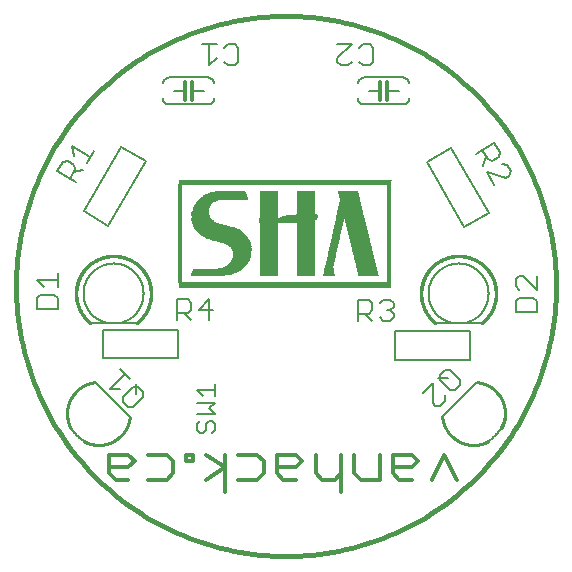
<source format=gto>
G75*
%MOIN*%
%OFA0B0*%
%FSLAX25Y25*%
%IPPOS*%
%LPD*%
%AMOC8*
5,1,8,0,0,1.08239X$1,22.5*
%
%ADD10C,0.01600*%
%ADD11C,0.01400*%
%ADD12C,0.00080*%
%ADD13C,0.00800*%
%ADD14C,0.00600*%
%ADD15C,0.01200*%
%ADD16C,0.00100*%
%ADD17R,0.70945X0.00079*%
%ADD18R,0.01496X0.00079*%
%ADD19R,0.01417X0.00079*%
%ADD20R,0.01339X0.00079*%
%ADD21R,0.06535X0.00079*%
%ADD22R,0.06299X0.00079*%
%ADD23R,0.09370X0.00079*%
%ADD24R,0.00079X0.00079*%
%ADD25R,0.10551X0.00079*%
%ADD26R,0.06457X0.00079*%
%ADD27R,0.11024X0.00079*%
%ADD28R,0.11339X0.00079*%
%ADD29R,0.11732X0.00079*%
%ADD30R,0.11969X0.00079*%
%ADD31R,0.12205X0.00079*%
%ADD32R,0.12520X0.00079*%
%ADD33R,0.12756X0.00079*%
%ADD34R,0.12992X0.00079*%
%ADD35R,0.13150X0.00079*%
%ADD36R,0.13386X0.00079*%
%ADD37R,0.13543X0.00079*%
%ADD38R,0.13701X0.00079*%
%ADD39R,0.13937X0.00079*%
%ADD40R,0.14094X0.00079*%
%ADD41R,0.14252X0.00079*%
%ADD42R,0.14409X0.00079*%
%ADD43R,0.14488X0.00079*%
%ADD44R,0.14646X0.00079*%
%ADD45R,0.14882X0.00079*%
%ADD46R,0.14961X0.00079*%
%ADD47R,0.15039X0.00079*%
%ADD48R,0.15197X0.00079*%
%ADD49R,0.15354X0.00079*%
%ADD50R,0.15512X0.00079*%
%ADD51R,0.15591X0.00079*%
%ADD52R,0.15748X0.00079*%
%ADD53R,0.15906X0.00079*%
%ADD54R,0.15984X0.00079*%
%ADD55R,0.16142X0.00079*%
%ADD56R,0.16220X0.00079*%
%ADD57R,0.16299X0.00079*%
%ADD58R,0.00236X0.00079*%
%ADD59R,0.07638X0.00079*%
%ADD60R,0.06614X0.00079*%
%ADD61R,0.06378X0.00079*%
%ADD62R,0.06220X0.00079*%
%ADD63R,0.06693X0.00079*%
%ADD64R,0.06063X0.00079*%
%ADD65R,0.05906X0.00079*%
%ADD66R,0.05827X0.00079*%
%ADD67R,0.06772X0.00079*%
%ADD68R,0.05669X0.00079*%
%ADD69R,0.06850X0.00079*%
%ADD70R,0.05591X0.00079*%
%ADD71R,0.06929X0.00079*%
%ADD72R,0.05512X0.00079*%
%ADD73R,0.05433X0.00079*%
%ADD74R,0.07008X0.00079*%
%ADD75R,0.07087X0.00079*%
%ADD76R,0.05354X0.00079*%
%ADD77R,0.05276X0.00079*%
%ADD78R,0.07165X0.00079*%
%ADD79R,0.07244X0.00079*%
%ADD80R,0.05197X0.00079*%
%ADD81R,0.07323X0.00079*%
%ADD82R,0.07402X0.00079*%
%ADD83R,0.05118X0.00079*%
%ADD84R,0.07480X0.00079*%
%ADD85R,0.07559X0.00079*%
%ADD86R,0.07717X0.00079*%
%ADD87R,0.07795X0.00079*%
%ADD88R,0.07874X0.00079*%
%ADD89R,0.07953X0.00079*%
%ADD90R,0.08031X0.00079*%
%ADD91R,0.08189X0.00079*%
%ADD92R,0.08346X0.00079*%
%ADD93R,0.08425X0.00079*%
%ADD94R,0.08504X0.00079*%
%ADD95R,0.08583X0.00079*%
%ADD96R,0.08661X0.00079*%
%ADD97R,0.08740X0.00079*%
%ADD98R,0.05748X0.00079*%
%ADD99R,0.08819X0.00079*%
%ADD100R,0.08898X0.00079*%
%ADD101R,0.08976X0.00079*%
%ADD102R,0.10000X0.00079*%
%ADD103R,0.09055X0.00079*%
%ADD104R,0.10630X0.00079*%
%ADD105R,0.05984X0.00079*%
%ADD106R,0.10945X0.00079*%
%ADD107R,0.11260X0.00079*%
%ADD108R,0.09134X0.00079*%
%ADD109R,0.11417X0.00079*%
%ADD110R,0.09213X0.00079*%
%ADD111R,0.11811X0.00079*%
%ADD112R,0.06142X0.00079*%
%ADD113R,0.12126X0.00079*%
%ADD114R,0.12283X0.00079*%
%ADD115R,0.02756X0.00079*%
%ADD116R,0.12441X0.00079*%
%ADD117R,0.02677X0.00079*%
%ADD118R,0.12677X0.00079*%
%ADD119R,0.19134X0.00079*%
%ADD120R,0.19055X0.00079*%
%ADD121R,0.18976X0.00079*%
%ADD122R,0.18898X0.00079*%
%ADD123R,0.18819X0.00079*%
%ADD124R,0.08110X0.00079*%
%ADD125R,0.08268X0.00079*%
%ADD126R,0.09291X0.00079*%
%ADD127R,0.09449X0.00079*%
%ADD128R,0.09843X0.00079*%
%ADD129R,0.10394X0.00079*%
%ADD130R,0.02835X0.00079*%
%ADD131R,0.11181X0.00079*%
%ADD132R,0.11496X0.00079*%
%ADD133R,0.12835X0.00079*%
%ADD134R,0.13071X0.00079*%
%ADD135R,0.13307X0.00079*%
%ADD136R,0.14016X0.00079*%
%ADD137R,0.14173X0.00079*%
%ADD138R,0.14331X0.00079*%
%ADD139R,0.14567X0.00079*%
%ADD140R,0.14724X0.00079*%
%ADD141R,0.14803X0.00079*%
%ADD142R,0.13780X0.00079*%
%ADD143R,0.13622X0.00079*%
%ADD144R,0.13228X0.00079*%
%ADD145R,0.12598X0.00079*%
%ADD146R,0.11654X0.00079*%
%ADD147R,0.11102X0.00079*%
%ADD148R,0.10157X0.00079*%
%ADD149R,0.09921X0.00079*%
%ADD150R,0.09606X0.00079*%
%ADD151R,0.02913X0.00079*%
%ADD152R,0.02992X0.00079*%
%ADD153R,0.03071X0.00079*%
%ADD154R,0.03150X0.00079*%
%ADD155R,0.16063X0.00079*%
%ADD156R,0.15827X0.00079*%
%ADD157R,0.03228X0.00079*%
%ADD158R,0.15669X0.00079*%
%ADD159R,0.03307X0.00079*%
%ADD160R,0.15433X0.00079*%
%ADD161R,0.15276X0.00079*%
%ADD162R,0.15118X0.00079*%
%ADD163R,0.03386X0.00079*%
%ADD164R,0.03465X0.00079*%
%ADD165R,0.03543X0.00079*%
%ADD166R,0.03622X0.00079*%
%ADD167R,0.13465X0.00079*%
%ADD168R,0.12913X0.00079*%
%ADD169R,0.03701X0.00079*%
%ADD170R,0.10709X0.00079*%
%ADD171R,0.03780X0.00079*%
%ADD172C,0.00000*%
%ADD173C,0.00700*%
D10*
X0004308Y0094334D02*
X0004335Y0096543D01*
X0004416Y0098750D01*
X0004552Y0100955D01*
X0004741Y0103156D01*
X0004985Y0105351D01*
X0005282Y0107540D01*
X0005633Y0109721D01*
X0006037Y0111892D01*
X0006495Y0114053D01*
X0007005Y0116202D01*
X0007568Y0118338D01*
X0008183Y0120460D01*
X0008850Y0122565D01*
X0009569Y0124654D01*
X0010339Y0126725D01*
X0011159Y0128776D01*
X0012029Y0130806D01*
X0012949Y0132814D01*
X0013918Y0134799D01*
X0014935Y0136760D01*
X0016000Y0138695D01*
X0017112Y0140603D01*
X0018271Y0142484D01*
X0019476Y0144335D01*
X0020725Y0146157D01*
X0022019Y0147947D01*
X0023357Y0149705D01*
X0024737Y0151429D01*
X0026159Y0153120D01*
X0027622Y0154774D01*
X0029126Y0156393D01*
X0030668Y0157974D01*
X0032249Y0159516D01*
X0033868Y0161020D01*
X0035522Y0162483D01*
X0037213Y0163905D01*
X0038937Y0165285D01*
X0040695Y0166623D01*
X0042485Y0167917D01*
X0044307Y0169166D01*
X0046158Y0170371D01*
X0048039Y0171530D01*
X0049947Y0172642D01*
X0051882Y0173707D01*
X0053843Y0174724D01*
X0055828Y0175693D01*
X0057836Y0176613D01*
X0059866Y0177483D01*
X0061917Y0178303D01*
X0063988Y0179073D01*
X0066077Y0179792D01*
X0068182Y0180459D01*
X0070304Y0181074D01*
X0072440Y0181637D01*
X0074589Y0182147D01*
X0076750Y0182605D01*
X0078921Y0183009D01*
X0081102Y0183360D01*
X0083291Y0183657D01*
X0085486Y0183901D01*
X0087687Y0184090D01*
X0089892Y0184226D01*
X0092099Y0184307D01*
X0094308Y0184334D01*
X0096517Y0184307D01*
X0098724Y0184226D01*
X0100929Y0184090D01*
X0103130Y0183901D01*
X0105325Y0183657D01*
X0107514Y0183360D01*
X0109695Y0183009D01*
X0111866Y0182605D01*
X0114027Y0182147D01*
X0116176Y0181637D01*
X0118312Y0181074D01*
X0120434Y0180459D01*
X0122539Y0179792D01*
X0124628Y0179073D01*
X0126699Y0178303D01*
X0128750Y0177483D01*
X0130780Y0176613D01*
X0132788Y0175693D01*
X0134773Y0174724D01*
X0136734Y0173707D01*
X0138669Y0172642D01*
X0140577Y0171530D01*
X0142458Y0170371D01*
X0144309Y0169166D01*
X0146131Y0167917D01*
X0147921Y0166623D01*
X0149679Y0165285D01*
X0151403Y0163905D01*
X0153094Y0162483D01*
X0154748Y0161020D01*
X0156367Y0159516D01*
X0157948Y0157974D01*
X0159490Y0156393D01*
X0160994Y0154774D01*
X0162457Y0153120D01*
X0163879Y0151429D01*
X0165259Y0149705D01*
X0166597Y0147947D01*
X0167891Y0146157D01*
X0169140Y0144335D01*
X0170345Y0142484D01*
X0171504Y0140603D01*
X0172616Y0138695D01*
X0173681Y0136760D01*
X0174698Y0134799D01*
X0175667Y0132814D01*
X0176587Y0130806D01*
X0177457Y0128776D01*
X0178277Y0126725D01*
X0179047Y0124654D01*
X0179766Y0122565D01*
X0180433Y0120460D01*
X0181048Y0118338D01*
X0181611Y0116202D01*
X0182121Y0114053D01*
X0182579Y0111892D01*
X0182983Y0109721D01*
X0183334Y0107540D01*
X0183631Y0105351D01*
X0183875Y0103156D01*
X0184064Y0100955D01*
X0184200Y0098750D01*
X0184281Y0096543D01*
X0184308Y0094334D01*
X0184281Y0092125D01*
X0184200Y0089918D01*
X0184064Y0087713D01*
X0183875Y0085512D01*
X0183631Y0083317D01*
X0183334Y0081128D01*
X0182983Y0078947D01*
X0182579Y0076776D01*
X0182121Y0074615D01*
X0181611Y0072466D01*
X0181048Y0070330D01*
X0180433Y0068208D01*
X0179766Y0066103D01*
X0179047Y0064014D01*
X0178277Y0061943D01*
X0177457Y0059892D01*
X0176587Y0057862D01*
X0175667Y0055854D01*
X0174698Y0053869D01*
X0173681Y0051908D01*
X0172616Y0049973D01*
X0171504Y0048065D01*
X0170345Y0046184D01*
X0169140Y0044333D01*
X0167891Y0042511D01*
X0166597Y0040721D01*
X0165259Y0038963D01*
X0163879Y0037239D01*
X0162457Y0035548D01*
X0160994Y0033894D01*
X0159490Y0032275D01*
X0157948Y0030694D01*
X0156367Y0029152D01*
X0154748Y0027648D01*
X0153094Y0026185D01*
X0151403Y0024763D01*
X0149679Y0023383D01*
X0147921Y0022045D01*
X0146131Y0020751D01*
X0144309Y0019502D01*
X0142458Y0018297D01*
X0140577Y0017138D01*
X0138669Y0016026D01*
X0136734Y0014961D01*
X0134773Y0013944D01*
X0132788Y0012975D01*
X0130780Y0012055D01*
X0128750Y0011185D01*
X0126699Y0010365D01*
X0124628Y0009595D01*
X0122539Y0008876D01*
X0120434Y0008209D01*
X0118312Y0007594D01*
X0116176Y0007031D01*
X0114027Y0006521D01*
X0111866Y0006063D01*
X0109695Y0005659D01*
X0107514Y0005308D01*
X0105325Y0005011D01*
X0103130Y0004767D01*
X0100929Y0004578D01*
X0098724Y0004442D01*
X0096517Y0004361D01*
X0094308Y0004334D01*
X0092099Y0004361D01*
X0089892Y0004442D01*
X0087687Y0004578D01*
X0085486Y0004767D01*
X0083291Y0005011D01*
X0081102Y0005308D01*
X0078921Y0005659D01*
X0076750Y0006063D01*
X0074589Y0006521D01*
X0072440Y0007031D01*
X0070304Y0007594D01*
X0068182Y0008209D01*
X0066077Y0008876D01*
X0063988Y0009595D01*
X0061917Y0010365D01*
X0059866Y0011185D01*
X0057836Y0012055D01*
X0055828Y0012975D01*
X0053843Y0013944D01*
X0051882Y0014961D01*
X0049947Y0016026D01*
X0048039Y0017138D01*
X0046158Y0018297D01*
X0044307Y0019502D01*
X0042485Y0020751D01*
X0040695Y0022045D01*
X0038937Y0023383D01*
X0037213Y0024763D01*
X0035522Y0026185D01*
X0033868Y0027648D01*
X0032249Y0029152D01*
X0030668Y0030694D01*
X0029126Y0032275D01*
X0027622Y0033894D01*
X0026159Y0035548D01*
X0024737Y0037239D01*
X0023357Y0038963D01*
X0022019Y0040721D01*
X0020725Y0042511D01*
X0019476Y0044333D01*
X0018271Y0046184D01*
X0017112Y0048065D01*
X0016000Y0049973D01*
X0014935Y0051908D01*
X0013918Y0053869D01*
X0012949Y0055854D01*
X0012029Y0057862D01*
X0011159Y0059892D01*
X0010339Y0061943D01*
X0009569Y0064014D01*
X0008850Y0066103D01*
X0008183Y0068208D01*
X0007568Y0070330D01*
X0007005Y0072466D01*
X0006495Y0074615D01*
X0006037Y0076776D01*
X0005633Y0078947D01*
X0005282Y0081128D01*
X0004985Y0083317D01*
X0004741Y0085512D01*
X0004552Y0087713D01*
X0004416Y0089918D01*
X0004335Y0092125D01*
X0004308Y0094334D01*
D11*
X0035434Y0038134D02*
X0035434Y0031828D01*
X0037536Y0029727D01*
X0041740Y0029727D01*
X0041740Y0033930D02*
X0035434Y0033930D01*
X0035434Y0038134D02*
X0041740Y0038134D01*
X0043841Y0036032D01*
X0041740Y0033930D01*
X0048325Y0029727D02*
X0054631Y0029727D01*
X0056732Y0031828D01*
X0056732Y0036032D01*
X0054631Y0038134D01*
X0048325Y0038134D01*
X0061076Y0038134D02*
X0061076Y0036032D01*
X0063178Y0036032D01*
X0063178Y0038134D01*
X0061076Y0038134D01*
X0067615Y0038134D02*
X0073920Y0033930D01*
X0067615Y0029727D01*
X0073920Y0025523D02*
X0073920Y0038134D01*
X0078404Y0038134D02*
X0084710Y0038134D01*
X0086811Y0036032D01*
X0086811Y0031828D01*
X0084710Y0029727D01*
X0078404Y0029727D01*
X0091295Y0031828D02*
X0091295Y0038134D01*
X0097601Y0038134D01*
X0099702Y0036032D01*
X0097601Y0033930D01*
X0091295Y0033930D01*
X0091295Y0031828D02*
X0093397Y0029727D01*
X0097601Y0029727D01*
X0104186Y0031828D02*
X0104186Y0038134D01*
X0104186Y0031828D02*
X0106288Y0029727D01*
X0110492Y0029727D01*
X0112593Y0031828D01*
X0117077Y0031828D02*
X0117077Y0038134D01*
X0112593Y0038134D02*
X0112593Y0025523D01*
X0117077Y0031828D02*
X0119179Y0029727D01*
X0125484Y0029727D01*
X0125484Y0038134D01*
X0129968Y0038134D02*
X0136274Y0038134D01*
X0138375Y0036032D01*
X0136274Y0033930D01*
X0129968Y0033930D01*
X0129968Y0031828D02*
X0129968Y0038134D01*
X0129968Y0031828D02*
X0132070Y0029727D01*
X0136274Y0029727D01*
X0142859Y0029727D02*
X0147063Y0038134D01*
X0151266Y0029727D01*
D12*
X0166428Y0046796D02*
X0165791Y0047132D01*
X0165792Y0047132D02*
X0165904Y0047353D01*
X0166011Y0047577D01*
X0166112Y0047803D01*
X0166208Y0048031D01*
X0166298Y0048262D01*
X0166383Y0048495D01*
X0166461Y0048730D01*
X0166534Y0048967D01*
X0166601Y0049206D01*
X0166663Y0049446D01*
X0166718Y0049688D01*
X0166768Y0049930D01*
X0166811Y0050174D01*
X0166849Y0050419D01*
X0166880Y0050665D01*
X0166906Y0050912D01*
X0166926Y0051159D01*
X0166939Y0051406D01*
X0166946Y0051654D01*
X0166948Y0051902D01*
X0166943Y0052150D01*
X0166932Y0052398D01*
X0166916Y0052645D01*
X0166893Y0052892D01*
X0166864Y0053138D01*
X0166829Y0053383D01*
X0166788Y0053628D01*
X0166741Y0053871D01*
X0166689Y0054113D01*
X0166630Y0054354D01*
X0166565Y0054593D01*
X0166495Y0054831D01*
X0166419Y0055067D01*
X0166337Y0055301D01*
X0166249Y0055533D01*
X0166156Y0055762D01*
X0166057Y0055990D01*
X0165953Y0056215D01*
X0165843Y0056437D01*
X0165728Y0056656D01*
X0165607Y0056873D01*
X0165482Y0057086D01*
X0165351Y0057297D01*
X0165215Y0057504D01*
X0165073Y0057708D01*
X0164927Y0057908D01*
X0164777Y0058105D01*
X0164621Y0058298D01*
X0164461Y0058487D01*
X0164296Y0058672D01*
X0164126Y0058853D01*
X0163953Y0059030D01*
X0163775Y0059202D01*
X0163592Y0059370D01*
X0163406Y0059534D01*
X0163216Y0059693D01*
X0163022Y0059847D01*
X0162824Y0059996D01*
X0162623Y0060141D01*
X0162418Y0060281D01*
X0162210Y0060415D01*
X0161999Y0060545D01*
X0161784Y0060669D01*
X0161567Y0060788D01*
X0161346Y0060902D01*
X0161123Y0061010D01*
X0160898Y0061113D01*
X0160670Y0061210D01*
X0160440Y0061301D01*
X0160207Y0061387D01*
X0159973Y0061468D01*
X0159736Y0061542D01*
X0159498Y0061611D01*
X0159258Y0061674D01*
X0159017Y0061730D01*
X0158774Y0061782D01*
X0158531Y0061827D01*
X0158286Y0061866D01*
X0158040Y0061899D01*
X0158124Y0062613D01*
X0158125Y0062614D01*
X0158388Y0062578D01*
X0158650Y0062537D01*
X0158911Y0062488D01*
X0159171Y0062434D01*
X0159430Y0062373D01*
X0159687Y0062306D01*
X0159942Y0062232D01*
X0160195Y0062152D01*
X0160446Y0062066D01*
X0160695Y0061974D01*
X0160942Y0061876D01*
X0161187Y0061772D01*
X0161428Y0061662D01*
X0161667Y0061546D01*
X0161903Y0061425D01*
X0162136Y0061297D01*
X0162366Y0061164D01*
X0162592Y0061025D01*
X0162815Y0060881D01*
X0163035Y0060732D01*
X0163250Y0060577D01*
X0163462Y0060417D01*
X0163670Y0060251D01*
X0163874Y0060081D01*
X0164073Y0059906D01*
X0164268Y0059726D01*
X0164459Y0059541D01*
X0164645Y0059352D01*
X0164827Y0059158D01*
X0165003Y0058960D01*
X0165175Y0058757D01*
X0165342Y0058550D01*
X0165504Y0058340D01*
X0165660Y0058125D01*
X0165811Y0057907D01*
X0165957Y0057685D01*
X0166097Y0057460D01*
X0166232Y0057231D01*
X0166361Y0056999D01*
X0166485Y0056764D01*
X0166602Y0056526D01*
X0166714Y0056285D01*
X0166820Y0056041D01*
X0166920Y0055795D01*
X0167014Y0055547D01*
X0167101Y0055296D01*
X0167183Y0055043D01*
X0167258Y0054789D01*
X0167327Y0054532D01*
X0167390Y0054274D01*
X0167447Y0054015D01*
X0167497Y0053754D01*
X0167541Y0053492D01*
X0167578Y0053229D01*
X0167609Y0052966D01*
X0167633Y0052701D01*
X0167651Y0052436D01*
X0167663Y0052171D01*
X0167668Y0051906D01*
X0167666Y0051640D01*
X0167658Y0051375D01*
X0167644Y0051109D01*
X0167623Y0050845D01*
X0167595Y0050581D01*
X0167562Y0050317D01*
X0167521Y0050055D01*
X0167475Y0049793D01*
X0167421Y0049533D01*
X0167362Y0049274D01*
X0167296Y0049017D01*
X0167224Y0048762D01*
X0167146Y0048508D01*
X0167062Y0048256D01*
X0166971Y0048006D01*
X0166874Y0047759D01*
X0166772Y0047514D01*
X0166663Y0047272D01*
X0166549Y0047032D01*
X0166428Y0046796D01*
X0166362Y0046831D01*
X0166482Y0047066D01*
X0166595Y0047304D01*
X0166703Y0047544D01*
X0166805Y0047787D01*
X0166901Y0048033D01*
X0166991Y0048281D01*
X0167075Y0048531D01*
X0167152Y0048783D01*
X0167224Y0049037D01*
X0167289Y0049292D01*
X0167348Y0049549D01*
X0167401Y0049808D01*
X0167447Y0050067D01*
X0167487Y0050328D01*
X0167521Y0050589D01*
X0167548Y0050852D01*
X0167569Y0051115D01*
X0167583Y0051378D01*
X0167591Y0051641D01*
X0167593Y0051905D01*
X0167588Y0052169D01*
X0167576Y0052432D01*
X0167559Y0052695D01*
X0167534Y0052958D01*
X0167504Y0053220D01*
X0167467Y0053481D01*
X0167423Y0053741D01*
X0167373Y0054000D01*
X0167317Y0054258D01*
X0167255Y0054514D01*
X0167186Y0054768D01*
X0167111Y0055021D01*
X0167030Y0055272D01*
X0166943Y0055521D01*
X0166850Y0055768D01*
X0166751Y0056012D01*
X0166646Y0056254D01*
X0166535Y0056493D01*
X0166418Y0056730D01*
X0166295Y0056963D01*
X0166167Y0057193D01*
X0166033Y0057421D01*
X0165894Y0057645D01*
X0165749Y0057865D01*
X0165599Y0058082D01*
X0165444Y0058295D01*
X0165283Y0058504D01*
X0165117Y0058709D01*
X0164947Y0058910D01*
X0164771Y0059107D01*
X0164591Y0059300D01*
X0164406Y0059488D01*
X0164217Y0059671D01*
X0164023Y0059850D01*
X0163825Y0060024D01*
X0163623Y0060193D01*
X0163416Y0060357D01*
X0163206Y0060516D01*
X0162992Y0060670D01*
X0162774Y0060819D01*
X0162552Y0060962D01*
X0162328Y0061100D01*
X0162099Y0061232D01*
X0161868Y0061358D01*
X0161634Y0061479D01*
X0161396Y0061594D01*
X0161156Y0061704D01*
X0160914Y0061807D01*
X0160669Y0061904D01*
X0160421Y0061996D01*
X0160172Y0062081D01*
X0159920Y0062160D01*
X0159667Y0062233D01*
X0159412Y0062300D01*
X0159155Y0062360D01*
X0158897Y0062415D01*
X0158638Y0062463D01*
X0158377Y0062504D01*
X0158116Y0062539D01*
X0158107Y0062465D01*
X0158367Y0062430D01*
X0158625Y0062389D01*
X0158883Y0062341D01*
X0159139Y0062287D01*
X0159394Y0062227D01*
X0159647Y0062161D01*
X0159899Y0062088D01*
X0160149Y0062010D01*
X0160397Y0061925D01*
X0160642Y0061834D01*
X0160885Y0061737D01*
X0161126Y0061635D01*
X0161365Y0061526D01*
X0161600Y0061412D01*
X0161833Y0061292D01*
X0162063Y0061166D01*
X0162289Y0061035D01*
X0162513Y0060898D01*
X0162733Y0060756D01*
X0162949Y0060609D01*
X0163162Y0060456D01*
X0163370Y0060298D01*
X0163575Y0060135D01*
X0163776Y0059967D01*
X0163973Y0059794D01*
X0164166Y0059617D01*
X0164354Y0059434D01*
X0164537Y0059248D01*
X0164716Y0059057D01*
X0164890Y0058861D01*
X0165060Y0058661D01*
X0165224Y0058458D01*
X0165384Y0058250D01*
X0165538Y0058038D01*
X0165687Y0057823D01*
X0165831Y0057604D01*
X0165969Y0057382D01*
X0166102Y0057156D01*
X0166229Y0056927D01*
X0166351Y0056696D01*
X0166467Y0056461D01*
X0166577Y0056223D01*
X0166682Y0055983D01*
X0166780Y0055740D01*
X0166873Y0055496D01*
X0166959Y0055248D01*
X0167040Y0054999D01*
X0167114Y0054748D01*
X0167182Y0054495D01*
X0167244Y0054241D01*
X0167300Y0053985D01*
X0167349Y0053728D01*
X0167392Y0053470D01*
X0167429Y0053210D01*
X0167460Y0052950D01*
X0167484Y0052689D01*
X0167502Y0052428D01*
X0167513Y0052167D01*
X0167518Y0051905D01*
X0167516Y0051643D01*
X0167508Y0051381D01*
X0167494Y0051120D01*
X0167473Y0050859D01*
X0167446Y0050598D01*
X0167413Y0050339D01*
X0167373Y0050080D01*
X0167327Y0049822D01*
X0167275Y0049565D01*
X0167216Y0049310D01*
X0167152Y0049056D01*
X0167081Y0048804D01*
X0167003Y0048554D01*
X0166920Y0048306D01*
X0166831Y0048060D01*
X0166736Y0047816D01*
X0166634Y0047574D01*
X0166527Y0047335D01*
X0166414Y0047099D01*
X0166296Y0046866D01*
X0166230Y0046901D01*
X0166347Y0047132D01*
X0166459Y0047367D01*
X0166566Y0047604D01*
X0166666Y0047844D01*
X0166761Y0048086D01*
X0166849Y0048331D01*
X0166932Y0048577D01*
X0167009Y0048826D01*
X0167079Y0049076D01*
X0167144Y0049328D01*
X0167202Y0049581D01*
X0167254Y0049836D01*
X0167299Y0050092D01*
X0167339Y0050349D01*
X0167372Y0050607D01*
X0167399Y0050866D01*
X0167419Y0051125D01*
X0167433Y0051385D01*
X0167441Y0051644D01*
X0167443Y0051904D01*
X0167438Y0052164D01*
X0167427Y0052424D01*
X0167409Y0052684D01*
X0167385Y0052943D01*
X0167355Y0053201D01*
X0167318Y0053458D01*
X0167275Y0053715D01*
X0167226Y0053970D01*
X0167171Y0054224D01*
X0167109Y0054477D01*
X0167042Y0054728D01*
X0166968Y0054977D01*
X0166888Y0055224D01*
X0166802Y0055470D01*
X0166710Y0055713D01*
X0166613Y0055954D01*
X0166509Y0056193D01*
X0166399Y0056428D01*
X0166284Y0056661D01*
X0166163Y0056892D01*
X0166037Y0057119D01*
X0165905Y0057343D01*
X0165768Y0057564D01*
X0165625Y0057781D01*
X0165477Y0057995D01*
X0165324Y0058205D01*
X0165165Y0058411D01*
X0165002Y0058614D01*
X0164834Y0058812D01*
X0164661Y0059006D01*
X0164483Y0059196D01*
X0164301Y0059381D01*
X0164114Y0059562D01*
X0163923Y0059738D01*
X0163728Y0059910D01*
X0163528Y0060077D01*
X0163325Y0060239D01*
X0163117Y0060395D01*
X0162906Y0060547D01*
X0162691Y0060694D01*
X0162473Y0060835D01*
X0162251Y0060971D01*
X0162026Y0061101D01*
X0161798Y0061226D01*
X0161567Y0061345D01*
X0161333Y0061458D01*
X0161096Y0061566D01*
X0160857Y0061668D01*
X0160615Y0061764D01*
X0160372Y0061854D01*
X0160126Y0061938D01*
X0159878Y0062016D01*
X0159628Y0062088D01*
X0159376Y0062154D01*
X0159123Y0062214D01*
X0158869Y0062267D01*
X0158613Y0062315D01*
X0158356Y0062356D01*
X0158099Y0062390D01*
X0158090Y0062316D01*
X0158346Y0062281D01*
X0158600Y0062241D01*
X0158854Y0062194D01*
X0159107Y0062141D01*
X0159358Y0062081D01*
X0159608Y0062016D01*
X0159856Y0061945D01*
X0160102Y0061867D01*
X0160347Y0061783D01*
X0160589Y0061694D01*
X0160829Y0061599D01*
X0161066Y0061497D01*
X0161301Y0061390D01*
X0161534Y0061278D01*
X0161763Y0061159D01*
X0161989Y0061035D01*
X0162213Y0060906D01*
X0162433Y0060771D01*
X0162650Y0060631D01*
X0162863Y0060486D01*
X0163073Y0060335D01*
X0163279Y0060179D01*
X0163481Y0060019D01*
X0163679Y0059853D01*
X0163873Y0059683D01*
X0164063Y0059508D01*
X0164248Y0059328D01*
X0164429Y0059144D01*
X0164605Y0058955D01*
X0164777Y0058763D01*
X0164944Y0058566D01*
X0165106Y0058365D01*
X0165264Y0058160D01*
X0165416Y0057951D01*
X0165563Y0057739D01*
X0165704Y0057523D01*
X0165841Y0057304D01*
X0165972Y0057082D01*
X0166097Y0056856D01*
X0166217Y0056627D01*
X0166332Y0056396D01*
X0166440Y0056162D01*
X0166543Y0055925D01*
X0166640Y0055686D01*
X0166732Y0055444D01*
X0166817Y0055201D01*
X0166896Y0054955D01*
X0166970Y0054707D01*
X0167037Y0054458D01*
X0167098Y0054207D01*
X0167153Y0053955D01*
X0167202Y0053701D01*
X0167244Y0053447D01*
X0167280Y0053191D01*
X0167310Y0052935D01*
X0167334Y0052678D01*
X0167352Y0052420D01*
X0167363Y0052162D01*
X0167368Y0051904D01*
X0167366Y0051646D01*
X0167359Y0051388D01*
X0167345Y0051130D01*
X0167324Y0050873D01*
X0167298Y0050616D01*
X0167265Y0050360D01*
X0167225Y0050105D01*
X0167180Y0049850D01*
X0167128Y0049598D01*
X0167071Y0049346D01*
X0167007Y0049096D01*
X0166937Y0048847D01*
X0166861Y0048601D01*
X0166779Y0048356D01*
X0166691Y0048113D01*
X0166597Y0047873D01*
X0166497Y0047634D01*
X0166391Y0047399D01*
X0166280Y0047166D01*
X0166163Y0046936D01*
X0166097Y0046971D01*
X0166213Y0047199D01*
X0166324Y0047431D01*
X0166428Y0047664D01*
X0166527Y0047901D01*
X0166621Y0048140D01*
X0166708Y0048381D01*
X0166789Y0048624D01*
X0166865Y0048869D01*
X0166934Y0049115D01*
X0166998Y0049364D01*
X0167055Y0049614D01*
X0167106Y0049865D01*
X0167151Y0050117D01*
X0167190Y0050370D01*
X0167223Y0050625D01*
X0167249Y0050880D01*
X0167270Y0051135D01*
X0167284Y0051391D01*
X0167291Y0051647D01*
X0167293Y0051904D01*
X0167288Y0052160D01*
X0167277Y0052416D01*
X0167259Y0052672D01*
X0167236Y0052927D01*
X0167206Y0053182D01*
X0167170Y0053435D01*
X0167128Y0053688D01*
X0167079Y0053940D01*
X0167025Y0054190D01*
X0166964Y0054440D01*
X0166897Y0054687D01*
X0166825Y0054933D01*
X0166746Y0055177D01*
X0166661Y0055419D01*
X0166571Y0055658D01*
X0166474Y0055896D01*
X0166372Y0056131D01*
X0166264Y0056364D01*
X0166151Y0056593D01*
X0166031Y0056820D01*
X0165907Y0057044D01*
X0165777Y0057265D01*
X0165641Y0057483D01*
X0165500Y0057697D01*
X0165355Y0057908D01*
X0165204Y0058115D01*
X0165047Y0058318D01*
X0164886Y0058518D01*
X0164721Y0058713D01*
X0164550Y0058905D01*
X0164375Y0059092D01*
X0164195Y0059275D01*
X0164011Y0059453D01*
X0163823Y0059627D01*
X0163630Y0059796D01*
X0163434Y0059960D01*
X0163233Y0060120D01*
X0163028Y0060274D01*
X0162820Y0060424D01*
X0162608Y0060568D01*
X0162393Y0060708D01*
X0162175Y0060841D01*
X0161953Y0060970D01*
X0161728Y0061093D01*
X0161500Y0061211D01*
X0161269Y0061322D01*
X0161036Y0061429D01*
X0160800Y0061529D01*
X0160562Y0061624D01*
X0160322Y0061713D01*
X0160079Y0061796D01*
X0159835Y0061873D01*
X0159588Y0061944D01*
X0159340Y0062009D01*
X0159091Y0062067D01*
X0158840Y0062120D01*
X0158588Y0062167D01*
X0158335Y0062207D01*
X0158081Y0062241D01*
X0158072Y0062167D01*
X0158324Y0062133D01*
X0158576Y0062093D01*
X0158826Y0062047D01*
X0159075Y0061994D01*
X0159323Y0061936D01*
X0159569Y0061871D01*
X0159813Y0061801D01*
X0160056Y0061724D01*
X0160297Y0061642D01*
X0160536Y0061554D01*
X0160772Y0061460D01*
X0161006Y0061360D01*
X0161238Y0061254D01*
X0161467Y0061143D01*
X0161693Y0061027D01*
X0161916Y0060905D01*
X0162136Y0060777D01*
X0162353Y0060644D01*
X0162567Y0060506D01*
X0162777Y0060362D01*
X0162984Y0060214D01*
X0163187Y0060061D01*
X0163386Y0059902D01*
X0163581Y0059739D01*
X0163773Y0059571D01*
X0163960Y0059398D01*
X0164143Y0059221D01*
X0164321Y0059040D01*
X0164495Y0058854D01*
X0164664Y0058664D01*
X0164829Y0058470D01*
X0164989Y0058272D01*
X0165143Y0058070D01*
X0165293Y0057864D01*
X0165438Y0057655D01*
X0165578Y0057442D01*
X0165713Y0057226D01*
X0165842Y0057007D01*
X0165965Y0056785D01*
X0166084Y0056559D01*
X0166196Y0056331D01*
X0166304Y0056100D01*
X0166405Y0055867D01*
X0166501Y0055631D01*
X0166591Y0055393D01*
X0166675Y0055153D01*
X0166753Y0054911D01*
X0166825Y0054667D01*
X0166891Y0054421D01*
X0166952Y0054174D01*
X0167006Y0053925D01*
X0167054Y0053675D01*
X0167096Y0053424D01*
X0167132Y0053172D01*
X0167161Y0052919D01*
X0167185Y0052666D01*
X0167202Y0052412D01*
X0167213Y0052158D01*
X0167218Y0051903D01*
X0167216Y0051649D01*
X0167209Y0051394D01*
X0167195Y0051140D01*
X0167175Y0050887D01*
X0167149Y0050634D01*
X0167116Y0050381D01*
X0167078Y0050130D01*
X0167033Y0049879D01*
X0166982Y0049630D01*
X0166925Y0049382D01*
X0166862Y0049135D01*
X0166793Y0048890D01*
X0166718Y0048647D01*
X0166637Y0048406D01*
X0166551Y0048166D01*
X0166458Y0047929D01*
X0166360Y0047695D01*
X0166256Y0047462D01*
X0166146Y0047233D01*
X0166031Y0047006D01*
X0165964Y0047041D01*
X0166079Y0047266D01*
X0166188Y0047494D01*
X0166291Y0047725D01*
X0166389Y0047958D01*
X0166480Y0048193D01*
X0166567Y0048431D01*
X0166647Y0048670D01*
X0166721Y0048912D01*
X0166790Y0049155D01*
X0166852Y0049400D01*
X0166909Y0049646D01*
X0166959Y0049893D01*
X0167004Y0050142D01*
X0167042Y0050392D01*
X0167074Y0050642D01*
X0167100Y0050894D01*
X0167120Y0051146D01*
X0167134Y0051398D01*
X0167141Y0051650D01*
X0167143Y0051903D01*
X0167138Y0052156D01*
X0167127Y0052408D01*
X0167110Y0052660D01*
X0167087Y0052912D01*
X0167057Y0053163D01*
X0167022Y0053413D01*
X0166980Y0053662D01*
X0166932Y0053910D01*
X0166879Y0054157D01*
X0166819Y0054402D01*
X0166753Y0054646D01*
X0166681Y0054889D01*
X0166604Y0055129D01*
X0166520Y0055367D01*
X0166431Y0055604D01*
X0166336Y0055838D01*
X0166235Y0056070D01*
X0166129Y0056299D01*
X0166017Y0056525D01*
X0165899Y0056749D01*
X0165777Y0056970D01*
X0165648Y0057188D01*
X0165515Y0057402D01*
X0165376Y0057613D01*
X0165232Y0057821D01*
X0165083Y0058025D01*
X0164930Y0058225D01*
X0164771Y0058422D01*
X0164608Y0058615D01*
X0164439Y0058803D01*
X0164267Y0058988D01*
X0164090Y0059168D01*
X0163908Y0059344D01*
X0163723Y0059515D01*
X0163533Y0059682D01*
X0163339Y0059844D01*
X0163141Y0060001D01*
X0162940Y0060154D01*
X0162734Y0060301D01*
X0162526Y0060443D01*
X0162314Y0060580D01*
X0162098Y0060712D01*
X0161879Y0060839D01*
X0161658Y0060960D01*
X0161433Y0061076D01*
X0161206Y0061187D01*
X0160976Y0061291D01*
X0160744Y0061390D01*
X0160509Y0061484D01*
X0160272Y0061571D01*
X0160033Y0061653D01*
X0159792Y0061729D01*
X0159549Y0061799D01*
X0159305Y0061863D01*
X0159059Y0061921D01*
X0158812Y0061973D01*
X0158563Y0062019D01*
X0158314Y0062059D01*
X0158063Y0062092D01*
X0158054Y0062018D01*
X0158303Y0061985D01*
X0158551Y0061945D01*
X0158797Y0061899D01*
X0159043Y0061848D01*
X0159287Y0061790D01*
X0159529Y0061726D01*
X0159770Y0061657D01*
X0160010Y0061582D01*
X0160247Y0061500D01*
X0160482Y0061414D01*
X0160715Y0061321D01*
X0160946Y0061223D01*
X0161174Y0061119D01*
X0161400Y0061009D01*
X0161623Y0060894D01*
X0161843Y0060774D01*
X0162060Y0060648D01*
X0162274Y0060517D01*
X0162484Y0060381D01*
X0162692Y0060239D01*
X0162895Y0060093D01*
X0163095Y0059942D01*
X0163292Y0059786D01*
X0163484Y0059625D01*
X0163673Y0059459D01*
X0163857Y0059289D01*
X0164037Y0059115D01*
X0164213Y0058936D01*
X0164384Y0058753D01*
X0164551Y0058566D01*
X0164713Y0058374D01*
X0164871Y0058179D01*
X0165023Y0057980D01*
X0165171Y0057777D01*
X0165314Y0057571D01*
X0165452Y0057362D01*
X0165584Y0057149D01*
X0165712Y0056933D01*
X0165833Y0056713D01*
X0165950Y0056491D01*
X0166061Y0056266D01*
X0166167Y0056039D01*
X0166267Y0055809D01*
X0166361Y0055577D01*
X0166450Y0055342D01*
X0166533Y0055105D01*
X0166610Y0054866D01*
X0166681Y0054626D01*
X0166746Y0054384D01*
X0166805Y0054140D01*
X0166859Y0053895D01*
X0166906Y0053649D01*
X0166948Y0053401D01*
X0166983Y0053153D01*
X0167012Y0052904D01*
X0167035Y0052654D01*
X0167052Y0052404D01*
X0167063Y0052153D01*
X0167068Y0051903D01*
X0167066Y0051652D01*
X0167059Y0051401D01*
X0167045Y0051151D01*
X0167025Y0050901D01*
X0167000Y0050651D01*
X0166968Y0050402D01*
X0166930Y0050155D01*
X0166886Y0049908D01*
X0166835Y0049662D01*
X0166779Y0049417D01*
X0166717Y0049174D01*
X0166649Y0048933D01*
X0166575Y0048693D01*
X0166496Y0048455D01*
X0166410Y0048220D01*
X0166319Y0047986D01*
X0166222Y0047755D01*
X0166120Y0047526D01*
X0166012Y0047299D01*
X0165898Y0047076D01*
X0165832Y0047111D01*
X0165944Y0047333D01*
X0166052Y0047558D01*
X0166153Y0047785D01*
X0166250Y0048014D01*
X0166340Y0048246D01*
X0166425Y0048480D01*
X0166504Y0048716D01*
X0166577Y0048954D01*
X0166645Y0049194D01*
X0166707Y0049435D01*
X0166762Y0049678D01*
X0166812Y0049922D01*
X0166856Y0050167D01*
X0166893Y0050413D01*
X0166925Y0050660D01*
X0166951Y0050908D01*
X0166970Y0051156D01*
X0166984Y0051404D01*
X0166991Y0051653D01*
X0166993Y0051902D01*
X0166988Y0052151D01*
X0166977Y0052400D01*
X0166960Y0052648D01*
X0166937Y0052896D01*
X0166908Y0053144D01*
X0166873Y0053390D01*
X0166832Y0053636D01*
X0166785Y0053880D01*
X0166732Y0054123D01*
X0166673Y0054365D01*
X0166609Y0054606D01*
X0166538Y0054844D01*
X0166461Y0055081D01*
X0166379Y0055316D01*
X0166291Y0055549D01*
X0166198Y0055780D01*
X0166098Y0056008D01*
X0165994Y0056234D01*
X0165883Y0056457D01*
X0165768Y0056678D01*
X0165646Y0056895D01*
X0165520Y0057110D01*
X0165389Y0057321D01*
X0165252Y0057529D01*
X0165110Y0057734D01*
X0164963Y0057935D01*
X0164812Y0058133D01*
X0164656Y0058326D01*
X0164494Y0058516D01*
X0164329Y0058702D01*
X0164159Y0058884D01*
X0163984Y0059061D01*
X0163805Y0059235D01*
X0163622Y0059404D01*
X0163435Y0059568D01*
X0163244Y0059728D01*
X0163049Y0059883D01*
X0162851Y0060033D01*
X0162649Y0060178D01*
X0162443Y0060318D01*
X0162234Y0060453D01*
X0162022Y0060583D01*
X0161806Y0060708D01*
X0161588Y0060828D01*
X0161367Y0060942D01*
X0161143Y0061051D01*
X0160916Y0061154D01*
X0160687Y0061251D01*
X0160456Y0061343D01*
X0160222Y0061430D01*
X0159986Y0061510D01*
X0159749Y0061585D01*
X0159510Y0061654D01*
X0159269Y0061717D01*
X0159027Y0061774D01*
X0158783Y0061826D01*
X0158538Y0061871D01*
X0158292Y0061910D01*
X0158046Y0061944D01*
X0146029Y0050518D02*
X0146744Y0050602D01*
X0146743Y0050602D02*
X0146776Y0050356D01*
X0146815Y0050112D01*
X0146860Y0049868D01*
X0146911Y0049625D01*
X0146968Y0049384D01*
X0147031Y0049144D01*
X0147100Y0048906D01*
X0147174Y0048670D01*
X0147255Y0048435D01*
X0147341Y0048203D01*
X0147432Y0047972D01*
X0147529Y0047744D01*
X0147632Y0047519D01*
X0147740Y0047296D01*
X0147854Y0047075D01*
X0147973Y0046858D01*
X0148097Y0046644D01*
X0148227Y0046432D01*
X0148361Y0046224D01*
X0148501Y0046019D01*
X0148646Y0045818D01*
X0148795Y0045620D01*
X0148949Y0045426D01*
X0149108Y0045236D01*
X0149272Y0045050D01*
X0149440Y0044868D01*
X0149612Y0044690D01*
X0149789Y0044516D01*
X0149970Y0044346D01*
X0150155Y0044182D01*
X0150344Y0044021D01*
X0150537Y0043866D01*
X0150734Y0043715D01*
X0150934Y0043569D01*
X0151138Y0043428D01*
X0151345Y0043291D01*
X0151555Y0043160D01*
X0151769Y0043035D01*
X0151986Y0042914D01*
X0152205Y0042799D01*
X0152427Y0042689D01*
X0152652Y0042585D01*
X0152879Y0042486D01*
X0153109Y0042393D01*
X0153341Y0042305D01*
X0153575Y0042223D01*
X0153811Y0042147D01*
X0154048Y0042077D01*
X0154288Y0042012D01*
X0154529Y0041954D01*
X0154771Y0041901D01*
X0155014Y0041854D01*
X0155259Y0041813D01*
X0155504Y0041778D01*
X0155750Y0041749D01*
X0155997Y0041726D01*
X0156244Y0041710D01*
X0156492Y0041699D01*
X0156740Y0041694D01*
X0156988Y0041696D01*
X0157235Y0041703D01*
X0157483Y0041716D01*
X0157730Y0041736D01*
X0157977Y0041762D01*
X0158222Y0041793D01*
X0158467Y0041831D01*
X0158711Y0041874D01*
X0158954Y0041924D01*
X0159196Y0041979D01*
X0159436Y0042040D01*
X0159675Y0042108D01*
X0159912Y0042181D01*
X0160147Y0042259D01*
X0160380Y0042344D01*
X0160610Y0042434D01*
X0160839Y0042530D01*
X0161065Y0042631D01*
X0161289Y0042738D01*
X0161510Y0042850D01*
X0161846Y0042214D01*
X0161846Y0042213D01*
X0161610Y0042093D01*
X0161370Y0041979D01*
X0161128Y0041870D01*
X0160883Y0041767D01*
X0160636Y0041671D01*
X0160386Y0041580D01*
X0160134Y0041496D01*
X0159880Y0041418D01*
X0159625Y0041346D01*
X0159368Y0041280D01*
X0159109Y0041220D01*
X0158849Y0041167D01*
X0158587Y0041121D01*
X0158325Y0041080D01*
X0158061Y0041047D01*
X0157797Y0041019D01*
X0157532Y0040998D01*
X0157267Y0040984D01*
X0157002Y0040976D01*
X0156736Y0040974D01*
X0156471Y0040979D01*
X0156206Y0040991D01*
X0155941Y0041009D01*
X0155676Y0041033D01*
X0155412Y0041064D01*
X0155150Y0041101D01*
X0154888Y0041145D01*
X0154627Y0041195D01*
X0154367Y0041252D01*
X0154109Y0041315D01*
X0153853Y0041384D01*
X0153598Y0041459D01*
X0153346Y0041541D01*
X0153095Y0041628D01*
X0152847Y0041722D01*
X0152601Y0041822D01*
X0152357Y0041928D01*
X0152116Y0042040D01*
X0151878Y0042157D01*
X0151643Y0042281D01*
X0151411Y0042410D01*
X0151182Y0042545D01*
X0150957Y0042685D01*
X0150735Y0042831D01*
X0150517Y0042982D01*
X0150302Y0043138D01*
X0150091Y0043300D01*
X0149885Y0043467D01*
X0149682Y0043639D01*
X0149484Y0043815D01*
X0149290Y0043997D01*
X0149101Y0044183D01*
X0148916Y0044374D01*
X0148736Y0044569D01*
X0148561Y0044768D01*
X0148391Y0044972D01*
X0148225Y0045180D01*
X0148065Y0045392D01*
X0147910Y0045607D01*
X0147761Y0045827D01*
X0147617Y0046050D01*
X0147478Y0046276D01*
X0147345Y0046506D01*
X0147217Y0046739D01*
X0147096Y0046975D01*
X0146980Y0047214D01*
X0146870Y0047456D01*
X0146766Y0047700D01*
X0146668Y0047947D01*
X0146576Y0048196D01*
X0146490Y0048447D01*
X0146410Y0048700D01*
X0146336Y0048956D01*
X0146269Y0049212D01*
X0146208Y0049471D01*
X0146154Y0049731D01*
X0146105Y0049992D01*
X0146064Y0050254D01*
X0146028Y0050517D01*
X0146103Y0050526D01*
X0146138Y0050265D01*
X0146179Y0050004D01*
X0146227Y0049745D01*
X0146281Y0049487D01*
X0146342Y0049230D01*
X0146409Y0048975D01*
X0146482Y0048722D01*
X0146561Y0048470D01*
X0146646Y0048221D01*
X0146738Y0047973D01*
X0146835Y0047728D01*
X0146938Y0047486D01*
X0147048Y0047246D01*
X0147163Y0047008D01*
X0147284Y0046774D01*
X0147410Y0046543D01*
X0147542Y0046315D01*
X0147680Y0046090D01*
X0147823Y0045868D01*
X0147972Y0045650D01*
X0148126Y0045436D01*
X0148285Y0045226D01*
X0148449Y0045019D01*
X0148618Y0044817D01*
X0148792Y0044619D01*
X0148971Y0044425D01*
X0149154Y0044236D01*
X0149342Y0044051D01*
X0149535Y0043871D01*
X0149732Y0043695D01*
X0149933Y0043525D01*
X0150138Y0043359D01*
X0150347Y0043198D01*
X0150560Y0043043D01*
X0150777Y0042893D01*
X0150997Y0042748D01*
X0151221Y0042609D01*
X0151448Y0042475D01*
X0151679Y0042347D01*
X0151912Y0042224D01*
X0152149Y0042107D01*
X0152388Y0041996D01*
X0152630Y0041891D01*
X0152874Y0041792D01*
X0153121Y0041699D01*
X0153370Y0041612D01*
X0153621Y0041531D01*
X0153873Y0041456D01*
X0154128Y0041387D01*
X0154384Y0041325D01*
X0154642Y0041269D01*
X0154901Y0041219D01*
X0155161Y0041176D01*
X0155422Y0041138D01*
X0155684Y0041108D01*
X0155947Y0041083D01*
X0156210Y0041066D01*
X0156473Y0041054D01*
X0156737Y0041049D01*
X0157000Y0041051D01*
X0157264Y0041059D01*
X0157527Y0041073D01*
X0157790Y0041094D01*
X0158052Y0041121D01*
X0158314Y0041155D01*
X0158575Y0041195D01*
X0158834Y0041241D01*
X0159093Y0041294D01*
X0159350Y0041353D01*
X0159605Y0041418D01*
X0159859Y0041490D01*
X0160111Y0041567D01*
X0160361Y0041651D01*
X0160609Y0041741D01*
X0160854Y0041837D01*
X0161098Y0041939D01*
X0161338Y0042047D01*
X0161576Y0042160D01*
X0161811Y0042280D01*
X0161776Y0042346D01*
X0161543Y0042227D01*
X0161307Y0042115D01*
X0161068Y0042008D01*
X0160826Y0041906D01*
X0160582Y0041811D01*
X0160336Y0041722D01*
X0160088Y0041639D01*
X0159838Y0041561D01*
X0159585Y0041490D01*
X0159332Y0041426D01*
X0159077Y0041367D01*
X0158820Y0041315D01*
X0158562Y0041269D01*
X0158303Y0041229D01*
X0158044Y0041196D01*
X0157783Y0041168D01*
X0157522Y0041148D01*
X0157261Y0041134D01*
X0156999Y0041126D01*
X0156737Y0041124D01*
X0156475Y0041129D01*
X0156214Y0041141D01*
X0155952Y0041158D01*
X0155692Y0041182D01*
X0155432Y0041213D01*
X0155172Y0041250D01*
X0154914Y0041293D01*
X0154657Y0041342D01*
X0154401Y0041398D01*
X0154147Y0041460D01*
X0153894Y0041528D01*
X0153643Y0041602D01*
X0153393Y0041683D01*
X0153146Y0041769D01*
X0152901Y0041862D01*
X0152659Y0041960D01*
X0152419Y0042065D01*
X0152181Y0042175D01*
X0151946Y0042291D01*
X0151714Y0042413D01*
X0151486Y0042540D01*
X0151260Y0042673D01*
X0151038Y0042811D01*
X0150819Y0042955D01*
X0150604Y0043104D01*
X0150392Y0043259D01*
X0150184Y0043418D01*
X0149980Y0043582D01*
X0149781Y0043752D01*
X0149585Y0043926D01*
X0149394Y0044105D01*
X0149207Y0044288D01*
X0149025Y0044477D01*
X0148848Y0044669D01*
X0148675Y0044866D01*
X0148507Y0045067D01*
X0148344Y0045272D01*
X0148186Y0045481D01*
X0148033Y0045693D01*
X0147886Y0045910D01*
X0147744Y0046130D01*
X0147607Y0046353D01*
X0147476Y0046579D01*
X0147350Y0046809D01*
X0147230Y0047042D01*
X0147116Y0047277D01*
X0147007Y0047516D01*
X0146904Y0047757D01*
X0146808Y0048000D01*
X0146717Y0048246D01*
X0146632Y0048493D01*
X0146554Y0048743D01*
X0146481Y0048995D01*
X0146415Y0049248D01*
X0146355Y0049503D01*
X0146301Y0049759D01*
X0146253Y0050017D01*
X0146212Y0050275D01*
X0146177Y0050535D01*
X0146252Y0050544D01*
X0146286Y0050286D01*
X0146327Y0050029D01*
X0146375Y0049774D01*
X0146428Y0049519D01*
X0146488Y0049266D01*
X0146554Y0049014D01*
X0146626Y0048765D01*
X0146704Y0048517D01*
X0146788Y0048271D01*
X0146878Y0048027D01*
X0146974Y0047785D01*
X0147076Y0047546D01*
X0147184Y0047309D01*
X0147297Y0047075D01*
X0147416Y0046844D01*
X0147541Y0046616D01*
X0147671Y0046391D01*
X0147807Y0046169D01*
X0147948Y0045951D01*
X0148095Y0045736D01*
X0148247Y0045525D01*
X0148403Y0045318D01*
X0148565Y0045114D01*
X0148732Y0044915D01*
X0148903Y0044719D01*
X0149080Y0044528D01*
X0149261Y0044341D01*
X0149446Y0044159D01*
X0149636Y0043981D01*
X0149830Y0043808D01*
X0150028Y0043640D01*
X0150231Y0043477D01*
X0150437Y0043319D01*
X0150647Y0043165D01*
X0150861Y0043017D01*
X0151078Y0042875D01*
X0151299Y0042737D01*
X0151523Y0042605D01*
X0151750Y0042479D01*
X0151980Y0042358D01*
X0152213Y0042243D01*
X0152449Y0042133D01*
X0152688Y0042030D01*
X0152929Y0041932D01*
X0153172Y0041840D01*
X0153417Y0041754D01*
X0153665Y0041674D01*
X0153914Y0041600D01*
X0154165Y0041533D01*
X0154418Y0041471D01*
X0154672Y0041416D01*
X0154927Y0041367D01*
X0155184Y0041324D01*
X0155441Y0041287D01*
X0155699Y0041257D01*
X0155958Y0041233D01*
X0156218Y0041215D01*
X0156477Y0041204D01*
X0156737Y0041199D01*
X0156997Y0041201D01*
X0157257Y0041208D01*
X0157517Y0041223D01*
X0157776Y0041243D01*
X0158035Y0041270D01*
X0158293Y0041303D01*
X0158550Y0041343D01*
X0158806Y0041388D01*
X0159060Y0041440D01*
X0159314Y0041498D01*
X0159566Y0041563D01*
X0159816Y0041633D01*
X0160065Y0041710D01*
X0160311Y0041793D01*
X0160556Y0041881D01*
X0160798Y0041976D01*
X0161038Y0042076D01*
X0161275Y0042183D01*
X0161509Y0042295D01*
X0161741Y0042412D01*
X0161706Y0042479D01*
X0161476Y0042362D01*
X0161243Y0042250D01*
X0161007Y0042145D01*
X0160769Y0042045D01*
X0160529Y0041951D01*
X0160286Y0041863D01*
X0160041Y0041781D01*
X0159795Y0041705D01*
X0159546Y0041635D01*
X0159296Y0041571D01*
X0159044Y0041514D01*
X0158791Y0041462D01*
X0158537Y0041417D01*
X0158282Y0041377D01*
X0158026Y0041344D01*
X0157769Y0041318D01*
X0157512Y0041297D01*
X0157254Y0041283D01*
X0156996Y0041276D01*
X0156738Y0041274D01*
X0156480Y0041279D01*
X0156222Y0041290D01*
X0155964Y0041308D01*
X0155707Y0041332D01*
X0155451Y0041362D01*
X0155195Y0041398D01*
X0154940Y0041440D01*
X0154687Y0041489D01*
X0154435Y0041544D01*
X0154184Y0041605D01*
X0153934Y0041672D01*
X0153687Y0041746D01*
X0153441Y0041825D01*
X0153198Y0041910D01*
X0152956Y0042002D01*
X0152717Y0042099D01*
X0152480Y0042202D01*
X0152246Y0042310D01*
X0152014Y0042425D01*
X0151786Y0042545D01*
X0151560Y0042670D01*
X0151338Y0042801D01*
X0151119Y0042938D01*
X0150903Y0043079D01*
X0150691Y0043226D01*
X0150482Y0043379D01*
X0150277Y0043536D01*
X0150076Y0043698D01*
X0149879Y0043865D01*
X0149687Y0044037D01*
X0149498Y0044213D01*
X0149314Y0044394D01*
X0149134Y0044579D01*
X0148959Y0044769D01*
X0148789Y0044963D01*
X0148623Y0045161D01*
X0148463Y0045363D01*
X0148307Y0045569D01*
X0148156Y0045779D01*
X0148011Y0045992D01*
X0147871Y0046209D01*
X0147736Y0046429D01*
X0147606Y0046653D01*
X0147483Y0046879D01*
X0147364Y0047109D01*
X0147252Y0047341D01*
X0147145Y0047576D01*
X0147043Y0047813D01*
X0146948Y0048053D01*
X0146858Y0048296D01*
X0146775Y0048540D01*
X0146697Y0048786D01*
X0146626Y0049034D01*
X0146561Y0049284D01*
X0146501Y0049535D01*
X0146448Y0049788D01*
X0146401Y0050042D01*
X0146361Y0050297D01*
X0146326Y0050553D01*
X0146401Y0050561D01*
X0146435Y0050307D01*
X0146475Y0050054D01*
X0146522Y0049802D01*
X0146575Y0049551D01*
X0146633Y0049302D01*
X0146698Y0049054D01*
X0146769Y0048807D01*
X0146846Y0048563D01*
X0146929Y0048320D01*
X0147018Y0048080D01*
X0147113Y0047842D01*
X0147213Y0047606D01*
X0147319Y0047373D01*
X0147431Y0047142D01*
X0147549Y0046914D01*
X0147672Y0046689D01*
X0147800Y0046468D01*
X0147934Y0046249D01*
X0148073Y0046034D01*
X0148218Y0045822D01*
X0148367Y0045614D01*
X0148522Y0045409D01*
X0148682Y0045209D01*
X0148846Y0045012D01*
X0149015Y0044819D01*
X0149189Y0044631D01*
X0149367Y0044447D01*
X0149550Y0044267D01*
X0149737Y0044092D01*
X0149929Y0043921D01*
X0150124Y0043756D01*
X0150324Y0043595D01*
X0150527Y0043439D01*
X0150734Y0043288D01*
X0150945Y0043142D01*
X0151159Y0043001D01*
X0151377Y0042865D01*
X0151597Y0042735D01*
X0151821Y0042611D01*
X0152048Y0042492D01*
X0152278Y0042378D01*
X0152511Y0042270D01*
X0152746Y0042168D01*
X0152983Y0042071D01*
X0153223Y0041981D01*
X0153465Y0041896D01*
X0153709Y0041817D01*
X0153955Y0041745D01*
X0154202Y0041678D01*
X0154451Y0041617D01*
X0154702Y0041563D01*
X0154954Y0041514D01*
X0155206Y0041472D01*
X0155460Y0041436D01*
X0155715Y0041406D01*
X0155970Y0041383D01*
X0156226Y0041365D01*
X0156482Y0041354D01*
X0156738Y0041349D01*
X0156994Y0041351D01*
X0157251Y0041358D01*
X0157507Y0041372D01*
X0157762Y0041393D01*
X0158017Y0041419D01*
X0158271Y0041452D01*
X0158525Y0041491D01*
X0158777Y0041536D01*
X0159028Y0041587D01*
X0159278Y0041644D01*
X0159526Y0041708D01*
X0159773Y0041777D01*
X0160018Y0041853D01*
X0160261Y0041934D01*
X0160502Y0042021D01*
X0160741Y0042115D01*
X0160977Y0042214D01*
X0161211Y0042318D01*
X0161443Y0042429D01*
X0161671Y0042545D01*
X0161636Y0042611D01*
X0161409Y0042496D01*
X0161180Y0042386D01*
X0160947Y0042282D01*
X0160713Y0042184D01*
X0160476Y0042091D01*
X0160236Y0042005D01*
X0159995Y0041924D01*
X0159752Y0041849D01*
X0159507Y0041780D01*
X0159260Y0041717D01*
X0159012Y0041660D01*
X0158763Y0041609D01*
X0158512Y0041564D01*
X0158261Y0041526D01*
X0158008Y0041493D01*
X0157755Y0041467D01*
X0157501Y0041447D01*
X0157247Y0041433D01*
X0156993Y0041426D01*
X0156739Y0041424D01*
X0156484Y0041429D01*
X0156230Y0041440D01*
X0155976Y0041457D01*
X0155722Y0041481D01*
X0155470Y0041510D01*
X0155218Y0041546D01*
X0154967Y0041588D01*
X0154717Y0041636D01*
X0154468Y0041690D01*
X0154221Y0041751D01*
X0153975Y0041817D01*
X0153731Y0041889D01*
X0153489Y0041967D01*
X0153249Y0042051D01*
X0153011Y0042141D01*
X0152775Y0042237D01*
X0152541Y0042338D01*
X0152311Y0042446D01*
X0152082Y0042558D01*
X0151857Y0042677D01*
X0151635Y0042800D01*
X0151415Y0042930D01*
X0151199Y0043064D01*
X0150987Y0043204D01*
X0150777Y0043349D01*
X0150572Y0043499D01*
X0150370Y0043654D01*
X0150172Y0043813D01*
X0149978Y0043978D01*
X0149788Y0044147D01*
X0149602Y0044321D01*
X0149421Y0044500D01*
X0149243Y0044682D01*
X0149071Y0044869D01*
X0148903Y0045061D01*
X0148740Y0045256D01*
X0148581Y0045455D01*
X0148428Y0045658D01*
X0148279Y0045865D01*
X0148136Y0046075D01*
X0147998Y0046289D01*
X0147865Y0046506D01*
X0147737Y0046726D01*
X0147615Y0046949D01*
X0147499Y0047175D01*
X0147387Y0047404D01*
X0147282Y0047636D01*
X0147182Y0047870D01*
X0147088Y0048107D01*
X0147000Y0048345D01*
X0146918Y0048586D01*
X0146841Y0048829D01*
X0146771Y0049073D01*
X0146706Y0049320D01*
X0146648Y0049567D01*
X0146595Y0049816D01*
X0146549Y0050067D01*
X0146509Y0050318D01*
X0146475Y0050570D01*
X0146549Y0050579D01*
X0146583Y0050329D01*
X0146623Y0050079D01*
X0146669Y0049831D01*
X0146721Y0049583D01*
X0146779Y0049338D01*
X0146843Y0049093D01*
X0146913Y0048850D01*
X0146989Y0048609D01*
X0147071Y0048370D01*
X0147158Y0048133D01*
X0147252Y0047899D01*
X0147351Y0047666D01*
X0147455Y0047436D01*
X0147566Y0047209D01*
X0147682Y0046984D01*
X0147803Y0046763D01*
X0147929Y0046544D01*
X0148061Y0046329D01*
X0148199Y0046116D01*
X0148341Y0045908D01*
X0148488Y0045703D01*
X0148641Y0045501D01*
X0148798Y0045303D01*
X0148960Y0045109D01*
X0149127Y0044920D01*
X0149298Y0044734D01*
X0149474Y0044552D01*
X0149654Y0044375D01*
X0149838Y0044203D01*
X0150027Y0044035D01*
X0150220Y0043871D01*
X0150416Y0043712D01*
X0150617Y0043559D01*
X0150821Y0043410D01*
X0151029Y0043266D01*
X0151240Y0043127D01*
X0151454Y0042994D01*
X0151672Y0042865D01*
X0151893Y0042743D01*
X0152117Y0042625D01*
X0152343Y0042513D01*
X0152572Y0042407D01*
X0152804Y0042306D01*
X0153038Y0042211D01*
X0153274Y0042122D01*
X0153513Y0042038D01*
X0153753Y0041961D01*
X0153996Y0041889D01*
X0154239Y0041823D01*
X0154485Y0041763D01*
X0154732Y0041710D01*
X0154980Y0041662D01*
X0155229Y0041620D01*
X0155479Y0041585D01*
X0155730Y0041555D01*
X0155982Y0041532D01*
X0156234Y0041515D01*
X0156486Y0041504D01*
X0156739Y0041499D01*
X0156992Y0041501D01*
X0157244Y0041508D01*
X0157496Y0041522D01*
X0157748Y0041542D01*
X0158000Y0041568D01*
X0158250Y0041600D01*
X0158500Y0041638D01*
X0158749Y0041683D01*
X0158996Y0041733D01*
X0159242Y0041790D01*
X0159487Y0041852D01*
X0159730Y0041921D01*
X0159972Y0041995D01*
X0160211Y0042075D01*
X0160449Y0042162D01*
X0160684Y0042253D01*
X0160917Y0042351D01*
X0161148Y0042454D01*
X0161376Y0042563D01*
X0161601Y0042678D01*
X0161566Y0042744D01*
X0161342Y0042630D01*
X0161116Y0042522D01*
X0160887Y0042420D01*
X0160656Y0042323D01*
X0160422Y0042232D01*
X0160186Y0042146D01*
X0159949Y0042066D01*
X0159709Y0041993D01*
X0159468Y0041925D01*
X0159224Y0041863D01*
X0158980Y0041807D01*
X0158734Y0041756D01*
X0158487Y0041712D01*
X0158239Y0041674D01*
X0157991Y0041642D01*
X0157741Y0041617D01*
X0157491Y0041597D01*
X0157241Y0041583D01*
X0156990Y0041576D01*
X0156739Y0041574D01*
X0156488Y0041579D01*
X0156238Y0041590D01*
X0155988Y0041607D01*
X0155738Y0041630D01*
X0155489Y0041659D01*
X0155240Y0041694D01*
X0154993Y0041736D01*
X0154747Y0041783D01*
X0154502Y0041837D01*
X0154258Y0041896D01*
X0154016Y0041961D01*
X0153775Y0042032D01*
X0153537Y0042109D01*
X0153300Y0042192D01*
X0153065Y0042281D01*
X0152833Y0042375D01*
X0152603Y0042475D01*
X0152375Y0042581D01*
X0152151Y0042692D01*
X0151928Y0042809D01*
X0151709Y0042931D01*
X0151493Y0043058D01*
X0151280Y0043190D01*
X0151071Y0043328D01*
X0150864Y0043471D01*
X0150662Y0043619D01*
X0150463Y0043771D01*
X0150268Y0043929D01*
X0150076Y0044091D01*
X0149889Y0044258D01*
X0149706Y0044429D01*
X0149527Y0044605D01*
X0149353Y0044785D01*
X0149183Y0044970D01*
X0149017Y0045158D01*
X0148856Y0045351D01*
X0148700Y0045547D01*
X0148549Y0045747D01*
X0148402Y0045951D01*
X0148261Y0046158D01*
X0148125Y0046368D01*
X0147994Y0046582D01*
X0147868Y0046799D01*
X0147748Y0047019D01*
X0147633Y0047242D01*
X0147523Y0047468D01*
X0147419Y0047696D01*
X0147321Y0047927D01*
X0147228Y0048160D01*
X0147141Y0048395D01*
X0147060Y0048633D01*
X0146985Y0048872D01*
X0146915Y0049113D01*
X0146852Y0049355D01*
X0146794Y0049599D01*
X0146743Y0049845D01*
X0146697Y0050092D01*
X0146657Y0050339D01*
X0146624Y0050588D01*
X0146698Y0050597D01*
X0146732Y0050350D01*
X0146771Y0050104D01*
X0146816Y0049859D01*
X0146868Y0049616D01*
X0146925Y0049373D01*
X0146988Y0049132D01*
X0147057Y0048893D01*
X0147132Y0048656D01*
X0147212Y0048420D01*
X0147298Y0048187D01*
X0147390Y0047955D01*
X0147488Y0047726D01*
X0147591Y0047500D01*
X0147700Y0047276D01*
X0147814Y0047054D01*
X0147934Y0046836D01*
X0148058Y0046621D01*
X0148189Y0046408D01*
X0148324Y0046199D01*
X0148464Y0045993D01*
X0148609Y0045791D01*
X0148759Y0045593D01*
X0148914Y0045398D01*
X0149074Y0045207D01*
X0149238Y0045020D01*
X0149407Y0044837D01*
X0149580Y0044658D01*
X0149758Y0044483D01*
X0149940Y0044313D01*
X0150126Y0044148D01*
X0150316Y0043987D01*
X0150509Y0043830D01*
X0150707Y0043679D01*
X0150908Y0043532D01*
X0151113Y0043390D01*
X0151321Y0043254D01*
X0151532Y0043122D01*
X0151747Y0042996D01*
X0151964Y0042875D01*
X0152185Y0042759D01*
X0152408Y0042649D01*
X0152634Y0042544D01*
X0152862Y0042444D01*
X0153093Y0042351D01*
X0153326Y0042263D01*
X0153561Y0042181D01*
X0153797Y0042104D01*
X0154036Y0042033D01*
X0154277Y0041969D01*
X0154519Y0041910D01*
X0154762Y0041857D01*
X0155006Y0041810D01*
X0155252Y0041769D01*
X0155498Y0041734D01*
X0155746Y0041705D01*
X0155994Y0041682D01*
X0156242Y0041665D01*
X0156491Y0041654D01*
X0156740Y0041649D01*
X0156989Y0041651D01*
X0157237Y0041658D01*
X0157486Y0041672D01*
X0157734Y0041691D01*
X0157982Y0041717D01*
X0158229Y0041749D01*
X0158475Y0041786D01*
X0158720Y0041830D01*
X0158964Y0041880D01*
X0159207Y0041935D01*
X0159448Y0041997D01*
X0159688Y0042065D01*
X0159925Y0042138D01*
X0160162Y0042217D01*
X0160396Y0042302D01*
X0160628Y0042392D01*
X0160857Y0042488D01*
X0161084Y0042590D01*
X0161309Y0042698D01*
X0161531Y0042810D01*
X0030492Y0062613D02*
X0030576Y0061898D01*
X0030576Y0061899D02*
X0030330Y0061866D01*
X0030086Y0061827D01*
X0029842Y0061782D01*
X0029599Y0061731D01*
X0029358Y0061674D01*
X0029118Y0061611D01*
X0028880Y0061542D01*
X0028644Y0061468D01*
X0028409Y0061387D01*
X0028177Y0061301D01*
X0027946Y0061210D01*
X0027718Y0061113D01*
X0027493Y0061010D01*
X0027270Y0060902D01*
X0027049Y0060788D01*
X0026832Y0060669D01*
X0026618Y0060545D01*
X0026406Y0060415D01*
X0026198Y0060281D01*
X0025993Y0060141D01*
X0025792Y0059996D01*
X0025594Y0059847D01*
X0025400Y0059693D01*
X0025210Y0059534D01*
X0025024Y0059370D01*
X0024842Y0059202D01*
X0024664Y0059030D01*
X0024490Y0058853D01*
X0024320Y0058672D01*
X0024156Y0058487D01*
X0023995Y0058298D01*
X0023840Y0058105D01*
X0023689Y0057908D01*
X0023543Y0057708D01*
X0023402Y0057504D01*
X0023265Y0057297D01*
X0023134Y0057087D01*
X0023009Y0056873D01*
X0022888Y0056656D01*
X0022773Y0056437D01*
X0022663Y0056215D01*
X0022559Y0055990D01*
X0022460Y0055763D01*
X0022367Y0055533D01*
X0022279Y0055301D01*
X0022197Y0055067D01*
X0022121Y0054831D01*
X0022051Y0054594D01*
X0021986Y0054354D01*
X0021928Y0054113D01*
X0021875Y0053871D01*
X0021828Y0053628D01*
X0021787Y0053383D01*
X0021752Y0053138D01*
X0021723Y0052892D01*
X0021700Y0052645D01*
X0021684Y0052398D01*
X0021673Y0052150D01*
X0021668Y0051902D01*
X0021670Y0051654D01*
X0021677Y0051407D01*
X0021690Y0051159D01*
X0021710Y0050912D01*
X0021736Y0050665D01*
X0021767Y0050420D01*
X0021805Y0050175D01*
X0021848Y0049931D01*
X0021898Y0049688D01*
X0021953Y0049446D01*
X0022014Y0049206D01*
X0022082Y0048967D01*
X0022155Y0048730D01*
X0022233Y0048495D01*
X0022318Y0048262D01*
X0022408Y0048032D01*
X0022504Y0047803D01*
X0022605Y0047577D01*
X0022712Y0047353D01*
X0022824Y0047132D01*
X0022188Y0046796D01*
X0022187Y0046796D01*
X0022067Y0047032D01*
X0021953Y0047272D01*
X0021844Y0047514D01*
X0021741Y0047759D01*
X0021645Y0048006D01*
X0021554Y0048256D01*
X0021470Y0048508D01*
X0021392Y0048762D01*
X0021320Y0049017D01*
X0021254Y0049274D01*
X0021194Y0049533D01*
X0021141Y0049793D01*
X0021095Y0050055D01*
X0021054Y0050317D01*
X0021021Y0050581D01*
X0020993Y0050845D01*
X0020972Y0051110D01*
X0020958Y0051375D01*
X0020950Y0051640D01*
X0020948Y0051906D01*
X0020953Y0052171D01*
X0020965Y0052436D01*
X0020983Y0052701D01*
X0021007Y0052966D01*
X0021038Y0053230D01*
X0021075Y0053492D01*
X0021119Y0053754D01*
X0021169Y0054015D01*
X0021226Y0054275D01*
X0021289Y0054533D01*
X0021358Y0054789D01*
X0021433Y0055044D01*
X0021515Y0055296D01*
X0021602Y0055547D01*
X0021696Y0055795D01*
X0021796Y0056041D01*
X0021902Y0056285D01*
X0022014Y0056526D01*
X0022131Y0056764D01*
X0022255Y0056999D01*
X0022384Y0057231D01*
X0022519Y0057460D01*
X0022659Y0057685D01*
X0022805Y0057907D01*
X0022956Y0058125D01*
X0023112Y0058340D01*
X0023274Y0058551D01*
X0023441Y0058757D01*
X0023613Y0058960D01*
X0023789Y0059158D01*
X0023971Y0059352D01*
X0024157Y0059541D01*
X0024348Y0059726D01*
X0024543Y0059906D01*
X0024742Y0060081D01*
X0024946Y0060251D01*
X0025154Y0060417D01*
X0025366Y0060577D01*
X0025581Y0060732D01*
X0025801Y0060881D01*
X0026024Y0061025D01*
X0026250Y0061164D01*
X0026480Y0061297D01*
X0026713Y0061425D01*
X0026949Y0061546D01*
X0027188Y0061662D01*
X0027430Y0061772D01*
X0027674Y0061876D01*
X0027921Y0061974D01*
X0028170Y0062066D01*
X0028421Y0062152D01*
X0028674Y0062232D01*
X0028930Y0062306D01*
X0029186Y0062373D01*
X0029445Y0062434D01*
X0029705Y0062488D01*
X0029966Y0062537D01*
X0030228Y0062578D01*
X0030491Y0062614D01*
X0030500Y0062539D01*
X0030239Y0062504D01*
X0029978Y0062463D01*
X0029719Y0062415D01*
X0029461Y0062361D01*
X0029204Y0062300D01*
X0028949Y0062233D01*
X0028696Y0062160D01*
X0028444Y0062081D01*
X0028195Y0061996D01*
X0027947Y0061904D01*
X0027702Y0061807D01*
X0027460Y0061704D01*
X0027220Y0061594D01*
X0026982Y0061479D01*
X0026748Y0061358D01*
X0026517Y0061232D01*
X0026289Y0061100D01*
X0026064Y0060962D01*
X0025842Y0060819D01*
X0025624Y0060670D01*
X0025410Y0060516D01*
X0025200Y0060357D01*
X0024993Y0060193D01*
X0024791Y0060024D01*
X0024593Y0059850D01*
X0024399Y0059671D01*
X0024210Y0059488D01*
X0024025Y0059300D01*
X0023845Y0059107D01*
X0023669Y0058910D01*
X0023499Y0058709D01*
X0023333Y0058504D01*
X0023172Y0058295D01*
X0023017Y0058082D01*
X0022867Y0057865D01*
X0022722Y0057645D01*
X0022583Y0057421D01*
X0022449Y0057194D01*
X0022321Y0056963D01*
X0022198Y0056730D01*
X0022081Y0056493D01*
X0021970Y0056254D01*
X0021865Y0056012D01*
X0021766Y0055768D01*
X0021673Y0055521D01*
X0021586Y0055272D01*
X0021505Y0055021D01*
X0021430Y0054769D01*
X0021361Y0054514D01*
X0021299Y0054258D01*
X0021243Y0054000D01*
X0021193Y0053741D01*
X0021150Y0053481D01*
X0021112Y0053220D01*
X0021082Y0052958D01*
X0021057Y0052695D01*
X0021040Y0052432D01*
X0021028Y0052169D01*
X0021023Y0051905D01*
X0021025Y0051642D01*
X0021033Y0051378D01*
X0021047Y0051115D01*
X0021068Y0050852D01*
X0021095Y0050590D01*
X0021129Y0050328D01*
X0021169Y0050067D01*
X0021215Y0049808D01*
X0021268Y0049549D01*
X0021327Y0049292D01*
X0021392Y0049037D01*
X0021464Y0048783D01*
X0021541Y0048531D01*
X0021625Y0048281D01*
X0021715Y0048033D01*
X0021811Y0047788D01*
X0021913Y0047544D01*
X0022021Y0047304D01*
X0022134Y0047066D01*
X0022254Y0046831D01*
X0022320Y0046866D01*
X0022201Y0047099D01*
X0022089Y0047335D01*
X0021982Y0047574D01*
X0021880Y0047816D01*
X0021785Y0048060D01*
X0021696Y0048306D01*
X0021613Y0048554D01*
X0021535Y0048804D01*
X0021464Y0049057D01*
X0021400Y0049310D01*
X0021341Y0049565D01*
X0021289Y0049822D01*
X0021243Y0050080D01*
X0021203Y0050339D01*
X0021170Y0050598D01*
X0021142Y0050859D01*
X0021122Y0051120D01*
X0021108Y0051381D01*
X0021100Y0051643D01*
X0021098Y0051905D01*
X0021103Y0052167D01*
X0021115Y0052428D01*
X0021132Y0052690D01*
X0021156Y0052950D01*
X0021187Y0053210D01*
X0021224Y0053470D01*
X0021267Y0053728D01*
X0021316Y0053985D01*
X0021372Y0054241D01*
X0021434Y0054495D01*
X0021502Y0054748D01*
X0021576Y0054999D01*
X0021657Y0055249D01*
X0021743Y0055496D01*
X0021836Y0055741D01*
X0021934Y0055983D01*
X0022039Y0056223D01*
X0022149Y0056461D01*
X0022265Y0056696D01*
X0022387Y0056928D01*
X0022514Y0057156D01*
X0022647Y0057382D01*
X0022785Y0057604D01*
X0022929Y0057823D01*
X0023078Y0058038D01*
X0023233Y0058250D01*
X0023392Y0058458D01*
X0023556Y0058662D01*
X0023726Y0058861D01*
X0023900Y0059057D01*
X0024079Y0059248D01*
X0024262Y0059435D01*
X0024451Y0059617D01*
X0024643Y0059794D01*
X0024840Y0059967D01*
X0025041Y0060135D01*
X0025246Y0060298D01*
X0025455Y0060456D01*
X0025667Y0060609D01*
X0025884Y0060756D01*
X0026104Y0060898D01*
X0026327Y0061035D01*
X0026553Y0061166D01*
X0026783Y0061292D01*
X0027016Y0061412D01*
X0027251Y0061526D01*
X0027490Y0061635D01*
X0027731Y0061738D01*
X0027974Y0061834D01*
X0028220Y0061925D01*
X0028467Y0062010D01*
X0028717Y0062088D01*
X0028969Y0062161D01*
X0029222Y0062227D01*
X0029477Y0062287D01*
X0029733Y0062341D01*
X0029991Y0062389D01*
X0030249Y0062430D01*
X0030509Y0062465D01*
X0030518Y0062390D01*
X0030260Y0062356D01*
X0030003Y0062315D01*
X0029748Y0062267D01*
X0029493Y0062214D01*
X0029240Y0062154D01*
X0028988Y0062088D01*
X0028739Y0062016D01*
X0028491Y0061938D01*
X0028245Y0061854D01*
X0028001Y0061764D01*
X0027759Y0061668D01*
X0027520Y0061566D01*
X0027283Y0061458D01*
X0027049Y0061345D01*
X0026818Y0061226D01*
X0026590Y0061101D01*
X0026365Y0060971D01*
X0026143Y0060835D01*
X0025925Y0060694D01*
X0025710Y0060547D01*
X0025499Y0060395D01*
X0025292Y0060239D01*
X0025088Y0060077D01*
X0024889Y0059910D01*
X0024693Y0059739D01*
X0024502Y0059562D01*
X0024315Y0059381D01*
X0024133Y0059196D01*
X0023955Y0059006D01*
X0023782Y0058812D01*
X0023614Y0058614D01*
X0023451Y0058411D01*
X0023293Y0058205D01*
X0023139Y0057995D01*
X0022991Y0057781D01*
X0022849Y0057564D01*
X0022711Y0057343D01*
X0022579Y0057119D01*
X0022453Y0056892D01*
X0022332Y0056662D01*
X0022217Y0056429D01*
X0022107Y0056193D01*
X0022004Y0055954D01*
X0021906Y0055713D01*
X0021814Y0055470D01*
X0021728Y0055225D01*
X0021648Y0054977D01*
X0021574Y0054728D01*
X0021507Y0054477D01*
X0021445Y0054224D01*
X0021390Y0053970D01*
X0021341Y0053715D01*
X0021298Y0053458D01*
X0021261Y0053201D01*
X0021231Y0052943D01*
X0021207Y0052684D01*
X0021189Y0052424D01*
X0021178Y0052165D01*
X0021173Y0051905D01*
X0021175Y0051645D01*
X0021182Y0051385D01*
X0021197Y0051125D01*
X0021217Y0050866D01*
X0021244Y0050607D01*
X0021277Y0050349D01*
X0021317Y0050092D01*
X0021362Y0049836D01*
X0021414Y0049582D01*
X0021472Y0049328D01*
X0021537Y0049076D01*
X0021607Y0048826D01*
X0021684Y0048577D01*
X0021767Y0048331D01*
X0021855Y0048086D01*
X0021950Y0047844D01*
X0022050Y0047604D01*
X0022157Y0047367D01*
X0022269Y0047133D01*
X0022386Y0046901D01*
X0022453Y0046936D01*
X0022336Y0047166D01*
X0022224Y0047399D01*
X0022119Y0047635D01*
X0022019Y0047873D01*
X0021925Y0048113D01*
X0021837Y0048356D01*
X0021755Y0048601D01*
X0021679Y0048847D01*
X0021609Y0049096D01*
X0021545Y0049346D01*
X0021488Y0049598D01*
X0021436Y0049851D01*
X0021391Y0050105D01*
X0021351Y0050360D01*
X0021318Y0050616D01*
X0021292Y0050873D01*
X0021271Y0051130D01*
X0021257Y0051388D01*
X0021250Y0051646D01*
X0021248Y0051904D01*
X0021253Y0052162D01*
X0021264Y0052420D01*
X0021282Y0052678D01*
X0021306Y0052935D01*
X0021336Y0053191D01*
X0021372Y0053447D01*
X0021414Y0053702D01*
X0021463Y0053955D01*
X0021518Y0054207D01*
X0021579Y0054458D01*
X0021646Y0054708D01*
X0021720Y0054955D01*
X0021799Y0055201D01*
X0021884Y0055444D01*
X0021976Y0055686D01*
X0022073Y0055925D01*
X0022176Y0056162D01*
X0022284Y0056396D01*
X0022399Y0056628D01*
X0022519Y0056856D01*
X0022644Y0057082D01*
X0022775Y0057304D01*
X0022912Y0057523D01*
X0023053Y0057739D01*
X0023200Y0057951D01*
X0023353Y0058160D01*
X0023510Y0058365D01*
X0023672Y0058566D01*
X0023839Y0058763D01*
X0024011Y0058955D01*
X0024187Y0059144D01*
X0024368Y0059328D01*
X0024553Y0059508D01*
X0024743Y0059683D01*
X0024937Y0059853D01*
X0025135Y0060019D01*
X0025337Y0060179D01*
X0025543Y0060335D01*
X0025753Y0060486D01*
X0025966Y0060631D01*
X0026183Y0060771D01*
X0026403Y0060906D01*
X0026627Y0061036D01*
X0026853Y0061159D01*
X0027083Y0061278D01*
X0027315Y0061390D01*
X0027550Y0061497D01*
X0027787Y0061599D01*
X0028027Y0061694D01*
X0028270Y0061784D01*
X0028514Y0061867D01*
X0028760Y0061945D01*
X0029008Y0062016D01*
X0029258Y0062081D01*
X0029509Y0062141D01*
X0029762Y0062194D01*
X0030016Y0062241D01*
X0030271Y0062281D01*
X0030527Y0062316D01*
X0030535Y0062241D01*
X0030281Y0062207D01*
X0030028Y0062167D01*
X0029776Y0062120D01*
X0029525Y0062067D01*
X0029276Y0062009D01*
X0029028Y0061944D01*
X0028781Y0061873D01*
X0028537Y0061796D01*
X0028294Y0061713D01*
X0028054Y0061624D01*
X0027816Y0061529D01*
X0027580Y0061429D01*
X0027347Y0061323D01*
X0027116Y0061211D01*
X0026888Y0061093D01*
X0026663Y0060970D01*
X0026442Y0060842D01*
X0026223Y0060708D01*
X0026008Y0060569D01*
X0025796Y0060424D01*
X0025588Y0060275D01*
X0025383Y0060120D01*
X0025183Y0059960D01*
X0024986Y0059796D01*
X0024793Y0059627D01*
X0024605Y0059453D01*
X0024421Y0059275D01*
X0024241Y0059092D01*
X0024066Y0058905D01*
X0023895Y0058713D01*
X0023730Y0058518D01*
X0023569Y0058318D01*
X0023413Y0058115D01*
X0023262Y0057908D01*
X0023116Y0057697D01*
X0022975Y0057483D01*
X0022839Y0057265D01*
X0022709Y0057045D01*
X0022585Y0056821D01*
X0022466Y0056594D01*
X0022352Y0056364D01*
X0022244Y0056131D01*
X0022142Y0055896D01*
X0022045Y0055659D01*
X0021955Y0055419D01*
X0021870Y0055177D01*
X0021791Y0054933D01*
X0021719Y0054687D01*
X0021652Y0054440D01*
X0021591Y0054191D01*
X0021537Y0053940D01*
X0021488Y0053688D01*
X0021446Y0053436D01*
X0021410Y0053182D01*
X0021380Y0052927D01*
X0021357Y0052672D01*
X0021339Y0052416D01*
X0021328Y0052160D01*
X0021323Y0051904D01*
X0021325Y0051648D01*
X0021332Y0051391D01*
X0021346Y0051135D01*
X0021367Y0050880D01*
X0021393Y0050625D01*
X0021426Y0050371D01*
X0021465Y0050117D01*
X0021510Y0049865D01*
X0021561Y0049614D01*
X0021618Y0049364D01*
X0021682Y0049116D01*
X0021751Y0048869D01*
X0021827Y0048624D01*
X0021908Y0048381D01*
X0021995Y0048140D01*
X0022089Y0047901D01*
X0022188Y0047665D01*
X0022292Y0047431D01*
X0022403Y0047199D01*
X0022519Y0046971D01*
X0022585Y0047006D01*
X0022470Y0047233D01*
X0022360Y0047462D01*
X0022256Y0047695D01*
X0022158Y0047929D01*
X0022065Y0048166D01*
X0021979Y0048406D01*
X0021898Y0048647D01*
X0021823Y0048890D01*
X0021754Y0049135D01*
X0021691Y0049382D01*
X0021634Y0049630D01*
X0021583Y0049879D01*
X0021538Y0050130D01*
X0021500Y0050381D01*
X0021467Y0050634D01*
X0021441Y0050887D01*
X0021421Y0051141D01*
X0021407Y0051395D01*
X0021400Y0051649D01*
X0021398Y0051903D01*
X0021403Y0052158D01*
X0021414Y0052412D01*
X0021431Y0052666D01*
X0021455Y0052920D01*
X0021484Y0053172D01*
X0021520Y0053424D01*
X0021562Y0053675D01*
X0021610Y0053925D01*
X0021664Y0054174D01*
X0021725Y0054421D01*
X0021791Y0054667D01*
X0021863Y0054911D01*
X0021941Y0055153D01*
X0022025Y0055393D01*
X0022115Y0055631D01*
X0022211Y0055867D01*
X0022312Y0056101D01*
X0022420Y0056331D01*
X0022532Y0056560D01*
X0022651Y0056785D01*
X0022774Y0057007D01*
X0022904Y0057227D01*
X0023038Y0057443D01*
X0023178Y0057655D01*
X0023323Y0057865D01*
X0023473Y0058070D01*
X0023628Y0058272D01*
X0023787Y0058470D01*
X0023952Y0058664D01*
X0024121Y0058854D01*
X0024295Y0059040D01*
X0024474Y0059221D01*
X0024656Y0059399D01*
X0024843Y0059571D01*
X0025035Y0059739D01*
X0025230Y0059902D01*
X0025429Y0060061D01*
X0025632Y0060214D01*
X0025839Y0060363D01*
X0026049Y0060506D01*
X0026263Y0060644D01*
X0026480Y0060777D01*
X0026700Y0060905D01*
X0026923Y0061027D01*
X0027149Y0061143D01*
X0027378Y0061255D01*
X0027610Y0061360D01*
X0027844Y0061460D01*
X0028081Y0061554D01*
X0028319Y0061642D01*
X0028560Y0061724D01*
X0028803Y0061801D01*
X0029047Y0061871D01*
X0029294Y0061936D01*
X0029541Y0061994D01*
X0029790Y0062047D01*
X0030041Y0062093D01*
X0030292Y0062133D01*
X0030544Y0062167D01*
X0030553Y0062093D01*
X0030303Y0062059D01*
X0030053Y0062019D01*
X0029805Y0061973D01*
X0029557Y0061921D01*
X0029312Y0061863D01*
X0029067Y0061799D01*
X0028824Y0061729D01*
X0028583Y0061653D01*
X0028344Y0061571D01*
X0028107Y0061484D01*
X0027873Y0061390D01*
X0027640Y0061291D01*
X0027410Y0061187D01*
X0027183Y0061076D01*
X0026958Y0060960D01*
X0026737Y0060839D01*
X0026518Y0060713D01*
X0026303Y0060581D01*
X0026090Y0060443D01*
X0025882Y0060301D01*
X0025677Y0060154D01*
X0025475Y0060001D01*
X0025277Y0059844D01*
X0025083Y0059682D01*
X0024894Y0059515D01*
X0024708Y0059344D01*
X0024526Y0059168D01*
X0024349Y0058988D01*
X0024177Y0058804D01*
X0024009Y0058615D01*
X0023845Y0058422D01*
X0023686Y0058226D01*
X0023533Y0058025D01*
X0023384Y0057821D01*
X0023240Y0057613D01*
X0023101Y0057402D01*
X0022968Y0057188D01*
X0022839Y0056970D01*
X0022717Y0056749D01*
X0022599Y0056525D01*
X0022487Y0056299D01*
X0022381Y0056070D01*
X0022280Y0055838D01*
X0022185Y0055604D01*
X0022096Y0055368D01*
X0022012Y0055129D01*
X0021935Y0054889D01*
X0021863Y0054646D01*
X0021797Y0054403D01*
X0021737Y0054157D01*
X0021684Y0053910D01*
X0021636Y0053662D01*
X0021594Y0053413D01*
X0021559Y0053163D01*
X0021529Y0052912D01*
X0021506Y0052660D01*
X0021489Y0052408D01*
X0021478Y0052156D01*
X0021473Y0051903D01*
X0021475Y0051650D01*
X0021482Y0051398D01*
X0021496Y0051146D01*
X0021516Y0050894D01*
X0021542Y0050642D01*
X0021574Y0050392D01*
X0021612Y0050142D01*
X0021657Y0049893D01*
X0021707Y0049646D01*
X0021764Y0049400D01*
X0021826Y0049155D01*
X0021895Y0048912D01*
X0021969Y0048670D01*
X0022049Y0048431D01*
X0022136Y0048193D01*
X0022227Y0047958D01*
X0022325Y0047725D01*
X0022428Y0047494D01*
X0022537Y0047266D01*
X0022652Y0047041D01*
X0022718Y0047076D01*
X0022604Y0047300D01*
X0022496Y0047526D01*
X0022394Y0047755D01*
X0022297Y0047986D01*
X0022206Y0048220D01*
X0022120Y0048456D01*
X0022040Y0048693D01*
X0021967Y0048933D01*
X0021899Y0049174D01*
X0021837Y0049418D01*
X0021781Y0049662D01*
X0021730Y0049908D01*
X0021686Y0050155D01*
X0021648Y0050403D01*
X0021616Y0050651D01*
X0021591Y0050901D01*
X0021571Y0051151D01*
X0021557Y0051401D01*
X0021550Y0051652D01*
X0021548Y0051903D01*
X0021553Y0052154D01*
X0021564Y0052404D01*
X0021581Y0052654D01*
X0021604Y0052904D01*
X0021633Y0053153D01*
X0021668Y0053402D01*
X0021710Y0053649D01*
X0021757Y0053895D01*
X0021811Y0054140D01*
X0021870Y0054384D01*
X0021935Y0054626D01*
X0022006Y0054867D01*
X0022083Y0055105D01*
X0022166Y0055342D01*
X0022255Y0055577D01*
X0022349Y0055809D01*
X0022449Y0056039D01*
X0022555Y0056267D01*
X0022666Y0056491D01*
X0022783Y0056714D01*
X0022905Y0056933D01*
X0023032Y0057149D01*
X0023164Y0057362D01*
X0023302Y0057571D01*
X0023445Y0057778D01*
X0023593Y0057980D01*
X0023745Y0058179D01*
X0023903Y0058374D01*
X0024065Y0058566D01*
X0024232Y0058753D01*
X0024403Y0058936D01*
X0024579Y0059115D01*
X0024759Y0059289D01*
X0024944Y0059459D01*
X0025132Y0059625D01*
X0025325Y0059786D01*
X0025521Y0059942D01*
X0025721Y0060093D01*
X0025925Y0060240D01*
X0026132Y0060381D01*
X0026342Y0060517D01*
X0026556Y0060648D01*
X0026773Y0060774D01*
X0026993Y0060894D01*
X0027216Y0061009D01*
X0027442Y0061119D01*
X0027670Y0061223D01*
X0027901Y0061321D01*
X0028134Y0061414D01*
X0028369Y0061501D01*
X0028607Y0061582D01*
X0028846Y0061657D01*
X0029087Y0061727D01*
X0029329Y0061790D01*
X0029573Y0061848D01*
X0029819Y0061899D01*
X0030066Y0061945D01*
X0030313Y0061985D01*
X0030562Y0062018D01*
X0030571Y0061944D01*
X0030324Y0061910D01*
X0030078Y0061871D01*
X0029833Y0061826D01*
X0029590Y0061774D01*
X0029347Y0061717D01*
X0029106Y0061654D01*
X0028867Y0061585D01*
X0028630Y0061510D01*
X0028394Y0061430D01*
X0028161Y0061344D01*
X0027929Y0061252D01*
X0027700Y0061154D01*
X0027474Y0061051D01*
X0027250Y0060942D01*
X0027028Y0060828D01*
X0026810Y0060708D01*
X0026595Y0060584D01*
X0026382Y0060453D01*
X0026173Y0060318D01*
X0025967Y0060178D01*
X0025765Y0060033D01*
X0025567Y0059883D01*
X0025372Y0059728D01*
X0025181Y0059568D01*
X0024994Y0059404D01*
X0024811Y0059235D01*
X0024632Y0059062D01*
X0024457Y0058884D01*
X0024287Y0058702D01*
X0024122Y0058516D01*
X0023961Y0058326D01*
X0023804Y0058133D01*
X0023653Y0057935D01*
X0023506Y0057734D01*
X0023364Y0057529D01*
X0023228Y0057321D01*
X0023096Y0057110D01*
X0022970Y0056895D01*
X0022849Y0056678D01*
X0022733Y0056457D01*
X0022623Y0056234D01*
X0022518Y0056008D01*
X0022418Y0055780D01*
X0022325Y0055549D01*
X0022237Y0055316D01*
X0022155Y0055081D01*
X0022078Y0054845D01*
X0022007Y0054606D01*
X0021943Y0054365D01*
X0021884Y0054123D01*
X0021831Y0053880D01*
X0021784Y0053636D01*
X0021743Y0053390D01*
X0021708Y0053144D01*
X0021679Y0052896D01*
X0021656Y0052648D01*
X0021639Y0052400D01*
X0021628Y0052151D01*
X0021623Y0051902D01*
X0021625Y0051653D01*
X0021632Y0051405D01*
X0021646Y0051156D01*
X0021665Y0050908D01*
X0021691Y0050660D01*
X0021723Y0050413D01*
X0021760Y0050167D01*
X0021804Y0049922D01*
X0021854Y0049678D01*
X0021909Y0049435D01*
X0021971Y0049194D01*
X0022039Y0048954D01*
X0022112Y0048717D01*
X0022191Y0048480D01*
X0022276Y0048246D01*
X0022366Y0048014D01*
X0022462Y0047785D01*
X0022564Y0047558D01*
X0022672Y0047333D01*
X0022784Y0047111D01*
X0026770Y0042214D02*
X0027106Y0042851D01*
X0027106Y0042850D02*
X0027327Y0042738D01*
X0027551Y0042631D01*
X0027777Y0042530D01*
X0028005Y0042434D01*
X0028236Y0042344D01*
X0028469Y0042259D01*
X0028704Y0042181D01*
X0028941Y0042108D01*
X0029180Y0042041D01*
X0029420Y0041979D01*
X0029662Y0041924D01*
X0029904Y0041874D01*
X0030148Y0041831D01*
X0030393Y0041793D01*
X0030639Y0041762D01*
X0030886Y0041736D01*
X0031133Y0041716D01*
X0031380Y0041703D01*
X0031628Y0041696D01*
X0031876Y0041694D01*
X0032124Y0041699D01*
X0032372Y0041710D01*
X0032619Y0041726D01*
X0032866Y0041749D01*
X0033112Y0041778D01*
X0033357Y0041813D01*
X0033602Y0041854D01*
X0033845Y0041901D01*
X0034087Y0041953D01*
X0034328Y0042012D01*
X0034567Y0042077D01*
X0034805Y0042147D01*
X0035041Y0042223D01*
X0035275Y0042305D01*
X0035507Y0042393D01*
X0035736Y0042486D01*
X0035964Y0042585D01*
X0036189Y0042689D01*
X0036411Y0042799D01*
X0036630Y0042914D01*
X0036847Y0043035D01*
X0037060Y0043160D01*
X0037271Y0043291D01*
X0037478Y0043427D01*
X0037682Y0043569D01*
X0037882Y0043715D01*
X0038079Y0043865D01*
X0038272Y0044021D01*
X0038461Y0044181D01*
X0038646Y0044346D01*
X0038827Y0044516D01*
X0039004Y0044689D01*
X0039176Y0044867D01*
X0039344Y0045050D01*
X0039508Y0045236D01*
X0039667Y0045426D01*
X0039821Y0045620D01*
X0039970Y0045818D01*
X0040115Y0046019D01*
X0040255Y0046224D01*
X0040389Y0046432D01*
X0040519Y0046643D01*
X0040643Y0046858D01*
X0040762Y0047075D01*
X0040876Y0047296D01*
X0040984Y0047519D01*
X0041087Y0047744D01*
X0041184Y0047972D01*
X0041275Y0048202D01*
X0041361Y0048435D01*
X0041442Y0048669D01*
X0041516Y0048906D01*
X0041585Y0049144D01*
X0041648Y0049384D01*
X0041704Y0049625D01*
X0041756Y0049868D01*
X0041801Y0050111D01*
X0041840Y0050356D01*
X0041873Y0050602D01*
X0042587Y0050518D01*
X0042588Y0050517D01*
X0042552Y0050254D01*
X0042511Y0049992D01*
X0042462Y0049731D01*
X0042408Y0049471D01*
X0042347Y0049212D01*
X0042280Y0048955D01*
X0042206Y0048700D01*
X0042126Y0048447D01*
X0042040Y0048196D01*
X0041948Y0047947D01*
X0041850Y0047700D01*
X0041746Y0047455D01*
X0041636Y0047214D01*
X0041520Y0046975D01*
X0041399Y0046739D01*
X0041271Y0046506D01*
X0041138Y0046276D01*
X0040999Y0046050D01*
X0040855Y0045827D01*
X0040706Y0045607D01*
X0040551Y0045392D01*
X0040391Y0045180D01*
X0040225Y0044972D01*
X0040055Y0044768D01*
X0039880Y0044569D01*
X0039700Y0044374D01*
X0039515Y0044183D01*
X0039326Y0043997D01*
X0039132Y0043815D01*
X0038934Y0043639D01*
X0038731Y0043467D01*
X0038524Y0043300D01*
X0038314Y0043138D01*
X0038099Y0042982D01*
X0037881Y0042831D01*
X0037659Y0042685D01*
X0037434Y0042545D01*
X0037205Y0042410D01*
X0036973Y0042281D01*
X0036738Y0042157D01*
X0036500Y0042040D01*
X0036259Y0041928D01*
X0036015Y0041822D01*
X0035769Y0041722D01*
X0035521Y0041628D01*
X0035270Y0041541D01*
X0035017Y0041459D01*
X0034763Y0041384D01*
X0034506Y0041315D01*
X0034248Y0041252D01*
X0033989Y0041195D01*
X0033728Y0041145D01*
X0033466Y0041101D01*
X0033203Y0041064D01*
X0032940Y0041033D01*
X0032675Y0041009D01*
X0032410Y0040991D01*
X0032145Y0040979D01*
X0031880Y0040974D01*
X0031614Y0040976D01*
X0031349Y0040984D01*
X0031083Y0040998D01*
X0030819Y0041019D01*
X0030555Y0041047D01*
X0030291Y0041080D01*
X0030029Y0041121D01*
X0029767Y0041167D01*
X0029507Y0041221D01*
X0029248Y0041280D01*
X0028991Y0041346D01*
X0028736Y0041418D01*
X0028482Y0041496D01*
X0028230Y0041580D01*
X0027980Y0041671D01*
X0027733Y0041768D01*
X0027488Y0041870D01*
X0027246Y0041979D01*
X0027006Y0042093D01*
X0026770Y0042214D01*
X0026805Y0042280D01*
X0027040Y0042160D01*
X0027278Y0042047D01*
X0027518Y0041939D01*
X0027761Y0041837D01*
X0028007Y0041741D01*
X0028255Y0041651D01*
X0028505Y0041567D01*
X0028757Y0041490D01*
X0029011Y0041418D01*
X0029266Y0041353D01*
X0029523Y0041294D01*
X0029782Y0041241D01*
X0030041Y0041195D01*
X0030302Y0041155D01*
X0030563Y0041121D01*
X0030826Y0041094D01*
X0031089Y0041073D01*
X0031352Y0041059D01*
X0031615Y0041051D01*
X0031879Y0041049D01*
X0032143Y0041054D01*
X0032406Y0041066D01*
X0032669Y0041083D01*
X0032932Y0041108D01*
X0033194Y0041138D01*
X0033455Y0041175D01*
X0033715Y0041219D01*
X0033974Y0041269D01*
X0034232Y0041325D01*
X0034488Y0041387D01*
X0034742Y0041456D01*
X0034995Y0041531D01*
X0035246Y0041612D01*
X0035495Y0041699D01*
X0035742Y0041792D01*
X0035986Y0041891D01*
X0036228Y0041996D01*
X0036467Y0042107D01*
X0036704Y0042224D01*
X0036937Y0042347D01*
X0037167Y0042475D01*
X0037395Y0042609D01*
X0037619Y0042748D01*
X0037839Y0042893D01*
X0038056Y0043043D01*
X0038269Y0043198D01*
X0038478Y0043359D01*
X0038683Y0043525D01*
X0038884Y0043695D01*
X0039081Y0043871D01*
X0039274Y0044051D01*
X0039462Y0044236D01*
X0039645Y0044425D01*
X0039824Y0044619D01*
X0039998Y0044817D01*
X0040167Y0045019D01*
X0040331Y0045226D01*
X0040490Y0045436D01*
X0040644Y0045650D01*
X0040793Y0045868D01*
X0040936Y0046090D01*
X0041074Y0046314D01*
X0041206Y0046543D01*
X0041332Y0046774D01*
X0041453Y0047008D01*
X0041568Y0047246D01*
X0041678Y0047486D01*
X0041781Y0047728D01*
X0041878Y0047973D01*
X0041970Y0048221D01*
X0042055Y0048470D01*
X0042134Y0048722D01*
X0042207Y0048975D01*
X0042274Y0049230D01*
X0042334Y0049487D01*
X0042389Y0049745D01*
X0042437Y0050004D01*
X0042478Y0050265D01*
X0042513Y0050526D01*
X0042439Y0050535D01*
X0042404Y0050275D01*
X0042363Y0050017D01*
X0042315Y0049759D01*
X0042261Y0049503D01*
X0042201Y0049248D01*
X0042135Y0048995D01*
X0042062Y0048743D01*
X0041984Y0048493D01*
X0041899Y0048245D01*
X0041808Y0048000D01*
X0041711Y0047757D01*
X0041609Y0047516D01*
X0041500Y0047277D01*
X0041386Y0047042D01*
X0041266Y0046809D01*
X0041140Y0046579D01*
X0041009Y0046353D01*
X0040872Y0046129D01*
X0040730Y0045909D01*
X0040583Y0045693D01*
X0040430Y0045480D01*
X0040272Y0045272D01*
X0040109Y0045067D01*
X0039941Y0044866D01*
X0039768Y0044669D01*
X0039591Y0044476D01*
X0039408Y0044288D01*
X0039222Y0044105D01*
X0039031Y0043926D01*
X0038835Y0043752D01*
X0038635Y0043582D01*
X0038432Y0043418D01*
X0038224Y0043258D01*
X0038012Y0043104D01*
X0037797Y0042955D01*
X0037578Y0042811D01*
X0037356Y0042673D01*
X0037130Y0042540D01*
X0036901Y0042413D01*
X0036670Y0042291D01*
X0036435Y0042175D01*
X0036197Y0042065D01*
X0035957Y0041960D01*
X0035714Y0041862D01*
X0035470Y0041769D01*
X0035222Y0041683D01*
X0034973Y0041602D01*
X0034722Y0041528D01*
X0034469Y0041460D01*
X0034215Y0041398D01*
X0033959Y0041342D01*
X0033702Y0041293D01*
X0033444Y0041250D01*
X0033184Y0041213D01*
X0032924Y0041182D01*
X0032663Y0041158D01*
X0032402Y0041140D01*
X0032141Y0041129D01*
X0031879Y0041124D01*
X0031617Y0041126D01*
X0031355Y0041134D01*
X0031094Y0041148D01*
X0030833Y0041169D01*
X0030572Y0041196D01*
X0030313Y0041229D01*
X0030054Y0041269D01*
X0029796Y0041315D01*
X0029539Y0041367D01*
X0029284Y0041426D01*
X0029030Y0041490D01*
X0028778Y0041561D01*
X0028528Y0041639D01*
X0028280Y0041722D01*
X0028034Y0041811D01*
X0027790Y0041906D01*
X0027548Y0042008D01*
X0027309Y0042115D01*
X0027073Y0042228D01*
X0026840Y0042346D01*
X0026875Y0042412D01*
X0027106Y0042295D01*
X0027341Y0042183D01*
X0027578Y0042076D01*
X0027818Y0041976D01*
X0028060Y0041881D01*
X0028305Y0041793D01*
X0028551Y0041710D01*
X0028800Y0041633D01*
X0029050Y0041563D01*
X0029302Y0041498D01*
X0029555Y0041440D01*
X0029810Y0041388D01*
X0030066Y0041343D01*
X0030323Y0041303D01*
X0030581Y0041270D01*
X0030840Y0041243D01*
X0031099Y0041223D01*
X0031359Y0041209D01*
X0031618Y0041201D01*
X0031878Y0041199D01*
X0032138Y0041204D01*
X0032398Y0041215D01*
X0032658Y0041233D01*
X0032917Y0041257D01*
X0033175Y0041287D01*
X0033432Y0041324D01*
X0033689Y0041367D01*
X0033944Y0041416D01*
X0034198Y0041471D01*
X0034451Y0041533D01*
X0034702Y0041600D01*
X0034951Y0041674D01*
X0035198Y0041754D01*
X0035444Y0041840D01*
X0035687Y0041932D01*
X0035928Y0042029D01*
X0036167Y0042133D01*
X0036402Y0042243D01*
X0036635Y0042358D01*
X0036866Y0042479D01*
X0037093Y0042605D01*
X0037317Y0042737D01*
X0037538Y0042874D01*
X0037755Y0043017D01*
X0037969Y0043165D01*
X0038179Y0043318D01*
X0038385Y0043477D01*
X0038588Y0043640D01*
X0038786Y0043808D01*
X0038980Y0043981D01*
X0039170Y0044159D01*
X0039355Y0044341D01*
X0039536Y0044528D01*
X0039712Y0044719D01*
X0039884Y0044914D01*
X0040051Y0045114D01*
X0040213Y0045317D01*
X0040369Y0045525D01*
X0040521Y0045736D01*
X0040668Y0045951D01*
X0040809Y0046169D01*
X0040945Y0046391D01*
X0041075Y0046616D01*
X0041200Y0046844D01*
X0041319Y0047075D01*
X0041432Y0047309D01*
X0041540Y0047546D01*
X0041642Y0047785D01*
X0041738Y0048027D01*
X0041828Y0048270D01*
X0041912Y0048516D01*
X0041990Y0048764D01*
X0042062Y0049014D01*
X0042128Y0049266D01*
X0042188Y0049519D01*
X0042241Y0049773D01*
X0042289Y0050029D01*
X0042330Y0050286D01*
X0042364Y0050543D01*
X0042290Y0050552D01*
X0042255Y0050296D01*
X0042215Y0050042D01*
X0042168Y0049788D01*
X0042115Y0049535D01*
X0042055Y0049284D01*
X0041990Y0049034D01*
X0041919Y0048786D01*
X0041841Y0048540D01*
X0041757Y0048295D01*
X0041668Y0048053D01*
X0041573Y0047813D01*
X0041471Y0047576D01*
X0041364Y0047341D01*
X0041252Y0047108D01*
X0041133Y0046879D01*
X0041009Y0046653D01*
X0040880Y0046429D01*
X0040745Y0046209D01*
X0040605Y0045992D01*
X0040460Y0045779D01*
X0040309Y0045569D01*
X0040153Y0045363D01*
X0039993Y0045161D01*
X0039827Y0044963D01*
X0039657Y0044769D01*
X0039482Y0044579D01*
X0039302Y0044394D01*
X0039118Y0044213D01*
X0038929Y0044037D01*
X0038737Y0043865D01*
X0038540Y0043698D01*
X0038339Y0043536D01*
X0038134Y0043378D01*
X0037925Y0043226D01*
X0037713Y0043079D01*
X0037497Y0042938D01*
X0037278Y0042801D01*
X0037056Y0042670D01*
X0036830Y0042545D01*
X0036601Y0042425D01*
X0036370Y0042310D01*
X0036136Y0042202D01*
X0035899Y0042099D01*
X0035660Y0042002D01*
X0035418Y0041910D01*
X0035175Y0041825D01*
X0034929Y0041746D01*
X0034681Y0041672D01*
X0034432Y0041605D01*
X0034181Y0041544D01*
X0033929Y0041489D01*
X0033675Y0041440D01*
X0033421Y0041398D01*
X0033165Y0041362D01*
X0032909Y0041332D01*
X0032652Y0041308D01*
X0032394Y0041290D01*
X0032136Y0041279D01*
X0031878Y0041274D01*
X0031620Y0041276D01*
X0031362Y0041283D01*
X0031104Y0041297D01*
X0030847Y0041318D01*
X0030590Y0041344D01*
X0030334Y0041377D01*
X0030079Y0041417D01*
X0029824Y0041462D01*
X0029572Y0041514D01*
X0029320Y0041571D01*
X0029070Y0041635D01*
X0028821Y0041705D01*
X0028575Y0041781D01*
X0028330Y0041863D01*
X0028087Y0041951D01*
X0027847Y0042045D01*
X0027608Y0042145D01*
X0027373Y0042251D01*
X0027140Y0042362D01*
X0026910Y0042479D01*
X0026945Y0042545D01*
X0027173Y0042429D01*
X0027405Y0042318D01*
X0027638Y0042214D01*
X0027875Y0042115D01*
X0028114Y0042021D01*
X0028355Y0041934D01*
X0028598Y0041853D01*
X0028843Y0041777D01*
X0029089Y0041708D01*
X0029338Y0041644D01*
X0029588Y0041587D01*
X0029839Y0041536D01*
X0030091Y0041491D01*
X0030344Y0041452D01*
X0030599Y0041419D01*
X0030854Y0041393D01*
X0031109Y0041372D01*
X0031365Y0041358D01*
X0031621Y0041351D01*
X0031878Y0041349D01*
X0032134Y0041354D01*
X0032390Y0041365D01*
X0032646Y0041383D01*
X0032901Y0041406D01*
X0033156Y0041436D01*
X0033409Y0041472D01*
X0033662Y0041514D01*
X0033914Y0041563D01*
X0034164Y0041617D01*
X0034414Y0041678D01*
X0034661Y0041745D01*
X0034907Y0041817D01*
X0035151Y0041896D01*
X0035393Y0041981D01*
X0035632Y0042071D01*
X0035870Y0042168D01*
X0036105Y0042270D01*
X0036338Y0042378D01*
X0036567Y0042491D01*
X0036794Y0042611D01*
X0037018Y0042735D01*
X0037239Y0042865D01*
X0037457Y0043001D01*
X0037671Y0043142D01*
X0037882Y0043287D01*
X0038089Y0043438D01*
X0038292Y0043595D01*
X0038492Y0043756D01*
X0038687Y0043921D01*
X0038879Y0044092D01*
X0039066Y0044267D01*
X0039249Y0044447D01*
X0039427Y0044631D01*
X0039601Y0044819D01*
X0039770Y0045012D01*
X0039934Y0045208D01*
X0040094Y0045409D01*
X0040248Y0045614D01*
X0040398Y0045822D01*
X0040542Y0046034D01*
X0040682Y0046249D01*
X0040815Y0046467D01*
X0040944Y0046689D01*
X0041067Y0046914D01*
X0041185Y0047142D01*
X0041296Y0047373D01*
X0041403Y0047606D01*
X0041503Y0047842D01*
X0041598Y0048080D01*
X0041687Y0048320D01*
X0041770Y0048563D01*
X0041847Y0048807D01*
X0041918Y0049054D01*
X0041983Y0049302D01*
X0042041Y0049551D01*
X0042094Y0049802D01*
X0042141Y0050054D01*
X0042181Y0050307D01*
X0042215Y0050561D01*
X0042141Y0050570D01*
X0042107Y0050318D01*
X0042067Y0050066D01*
X0042021Y0049816D01*
X0041968Y0049567D01*
X0041910Y0049319D01*
X0041845Y0049073D01*
X0041775Y0048829D01*
X0041698Y0048586D01*
X0041616Y0048345D01*
X0041528Y0048106D01*
X0041434Y0047870D01*
X0041334Y0047636D01*
X0041228Y0047404D01*
X0041117Y0047175D01*
X0041001Y0046949D01*
X0040879Y0046726D01*
X0040751Y0046506D01*
X0040618Y0046289D01*
X0040480Y0046075D01*
X0040336Y0045865D01*
X0040188Y0045658D01*
X0040035Y0045455D01*
X0039876Y0045256D01*
X0039713Y0045061D01*
X0039545Y0044869D01*
X0039372Y0044682D01*
X0039195Y0044499D01*
X0039014Y0044321D01*
X0038828Y0044147D01*
X0038638Y0043978D01*
X0038444Y0043813D01*
X0038246Y0043653D01*
X0038044Y0043499D01*
X0037838Y0043349D01*
X0037629Y0043204D01*
X0037416Y0043064D01*
X0037200Y0042929D01*
X0036981Y0042800D01*
X0036759Y0042677D01*
X0036533Y0042558D01*
X0036305Y0042446D01*
X0036074Y0042338D01*
X0035841Y0042237D01*
X0035605Y0042141D01*
X0035367Y0042051D01*
X0035127Y0041967D01*
X0034885Y0041889D01*
X0034641Y0041817D01*
X0034395Y0041751D01*
X0034148Y0041690D01*
X0033899Y0041636D01*
X0033649Y0041588D01*
X0033398Y0041546D01*
X0033146Y0041510D01*
X0032893Y0041481D01*
X0032640Y0041457D01*
X0032386Y0041440D01*
X0032132Y0041429D01*
X0031877Y0041424D01*
X0031623Y0041426D01*
X0031368Y0041433D01*
X0031114Y0041447D01*
X0030861Y0041467D01*
X0030608Y0041493D01*
X0030355Y0041526D01*
X0030104Y0041564D01*
X0029853Y0041609D01*
X0029604Y0041660D01*
X0029356Y0041717D01*
X0029109Y0041780D01*
X0028864Y0041849D01*
X0028621Y0041924D01*
X0028380Y0042005D01*
X0028140Y0042091D01*
X0027903Y0042184D01*
X0027669Y0042282D01*
X0027436Y0042386D01*
X0027207Y0042496D01*
X0026980Y0042611D01*
X0027015Y0042678D01*
X0027240Y0042563D01*
X0027468Y0042454D01*
X0027699Y0042351D01*
X0027932Y0042253D01*
X0028167Y0042162D01*
X0028405Y0042075D01*
X0028644Y0041995D01*
X0028886Y0041921D01*
X0029129Y0041852D01*
X0029374Y0041790D01*
X0029620Y0041733D01*
X0029867Y0041683D01*
X0030116Y0041638D01*
X0030366Y0041600D01*
X0030616Y0041568D01*
X0030868Y0041542D01*
X0031120Y0041522D01*
X0031372Y0041508D01*
X0031624Y0041501D01*
X0031877Y0041499D01*
X0032130Y0041504D01*
X0032382Y0041515D01*
X0032634Y0041532D01*
X0032886Y0041555D01*
X0033137Y0041585D01*
X0033387Y0041620D01*
X0033636Y0041662D01*
X0033884Y0041710D01*
X0034131Y0041763D01*
X0034376Y0041823D01*
X0034620Y0041889D01*
X0034863Y0041961D01*
X0035103Y0042038D01*
X0035341Y0042122D01*
X0035578Y0042211D01*
X0035812Y0042306D01*
X0036044Y0042407D01*
X0036273Y0042513D01*
X0036499Y0042625D01*
X0036723Y0042743D01*
X0036944Y0042865D01*
X0037162Y0042994D01*
X0037376Y0043127D01*
X0037587Y0043266D01*
X0037795Y0043410D01*
X0037999Y0043559D01*
X0038199Y0043712D01*
X0038396Y0043871D01*
X0038589Y0044034D01*
X0038777Y0044203D01*
X0038962Y0044375D01*
X0039142Y0044552D01*
X0039318Y0044734D01*
X0039489Y0044919D01*
X0039656Y0045109D01*
X0039818Y0045303D01*
X0039975Y0045501D01*
X0040128Y0045702D01*
X0040275Y0045908D01*
X0040417Y0046116D01*
X0040554Y0046328D01*
X0040686Y0046544D01*
X0040813Y0046763D01*
X0040934Y0046984D01*
X0041050Y0047209D01*
X0041161Y0047436D01*
X0041265Y0047666D01*
X0041364Y0047898D01*
X0041458Y0048133D01*
X0041545Y0048370D01*
X0041627Y0048609D01*
X0041703Y0048850D01*
X0041773Y0049093D01*
X0041837Y0049337D01*
X0041895Y0049583D01*
X0041947Y0049830D01*
X0041993Y0050079D01*
X0042033Y0050328D01*
X0042066Y0050579D01*
X0041992Y0050588D01*
X0041959Y0050339D01*
X0041919Y0050091D01*
X0041873Y0049845D01*
X0041822Y0049599D01*
X0041764Y0049355D01*
X0041700Y0049113D01*
X0041631Y0048872D01*
X0041556Y0048632D01*
X0041474Y0048395D01*
X0041388Y0048160D01*
X0041295Y0047927D01*
X0041197Y0047696D01*
X0041093Y0047468D01*
X0040983Y0047242D01*
X0040868Y0047019D01*
X0040748Y0046799D01*
X0040622Y0046582D01*
X0040491Y0046368D01*
X0040355Y0046158D01*
X0040213Y0045950D01*
X0040067Y0045747D01*
X0039916Y0045547D01*
X0039760Y0045350D01*
X0039599Y0045158D01*
X0039433Y0044969D01*
X0039263Y0044785D01*
X0039089Y0044605D01*
X0038910Y0044429D01*
X0038727Y0044258D01*
X0038540Y0044091D01*
X0038348Y0043929D01*
X0038153Y0043771D01*
X0037954Y0043619D01*
X0037751Y0043471D01*
X0037545Y0043328D01*
X0037336Y0043190D01*
X0037123Y0043058D01*
X0036907Y0042930D01*
X0036687Y0042809D01*
X0036465Y0042692D01*
X0036240Y0042581D01*
X0036013Y0042475D01*
X0035783Y0042375D01*
X0035551Y0042281D01*
X0035316Y0042192D01*
X0035079Y0042109D01*
X0034840Y0042032D01*
X0034600Y0041961D01*
X0034358Y0041896D01*
X0034114Y0041837D01*
X0033869Y0041783D01*
X0033623Y0041736D01*
X0033375Y0041694D01*
X0033127Y0041659D01*
X0032878Y0041630D01*
X0032628Y0041607D01*
X0032378Y0041590D01*
X0032127Y0041579D01*
X0031877Y0041574D01*
X0031626Y0041576D01*
X0031375Y0041583D01*
X0031125Y0041597D01*
X0030875Y0041617D01*
X0030625Y0041642D01*
X0030376Y0041674D01*
X0030129Y0041712D01*
X0029882Y0041756D01*
X0029636Y0041807D01*
X0029391Y0041863D01*
X0029148Y0041925D01*
X0028907Y0041993D01*
X0028667Y0042067D01*
X0028429Y0042146D01*
X0028194Y0042232D01*
X0027960Y0042323D01*
X0027729Y0042420D01*
X0027500Y0042522D01*
X0027273Y0042630D01*
X0027050Y0042744D01*
X0027085Y0042810D01*
X0027307Y0042698D01*
X0027532Y0042590D01*
X0027759Y0042489D01*
X0027988Y0042392D01*
X0028220Y0042302D01*
X0028454Y0042217D01*
X0028690Y0042138D01*
X0028928Y0042065D01*
X0029168Y0041997D01*
X0029409Y0041935D01*
X0029652Y0041880D01*
X0029896Y0041830D01*
X0030141Y0041786D01*
X0030387Y0041749D01*
X0030634Y0041717D01*
X0030882Y0041691D01*
X0031130Y0041672D01*
X0031378Y0041658D01*
X0031627Y0041651D01*
X0031876Y0041649D01*
X0032125Y0041654D01*
X0032374Y0041665D01*
X0032622Y0041682D01*
X0032870Y0041705D01*
X0033118Y0041734D01*
X0033364Y0041769D01*
X0033610Y0041810D01*
X0033854Y0041857D01*
X0034097Y0041910D01*
X0034339Y0041969D01*
X0034580Y0042033D01*
X0034818Y0042104D01*
X0035055Y0042181D01*
X0035290Y0042263D01*
X0035523Y0042351D01*
X0035754Y0042444D01*
X0035982Y0042544D01*
X0036208Y0042648D01*
X0036431Y0042759D01*
X0036652Y0042874D01*
X0036869Y0042996D01*
X0037084Y0043122D01*
X0037295Y0043253D01*
X0037503Y0043390D01*
X0037708Y0043532D01*
X0037909Y0043679D01*
X0038107Y0043830D01*
X0038300Y0043986D01*
X0038490Y0044148D01*
X0038676Y0044313D01*
X0038858Y0044483D01*
X0039035Y0044658D01*
X0039209Y0044837D01*
X0039378Y0045020D01*
X0039542Y0045207D01*
X0039702Y0045398D01*
X0039857Y0045593D01*
X0040007Y0045791D01*
X0040152Y0045993D01*
X0040292Y0046199D01*
X0040427Y0046408D01*
X0040557Y0046620D01*
X0040682Y0046836D01*
X0040802Y0047054D01*
X0040916Y0047275D01*
X0041025Y0047499D01*
X0041128Y0047726D01*
X0041225Y0047955D01*
X0041317Y0048186D01*
X0041404Y0048420D01*
X0041484Y0048656D01*
X0041559Y0048893D01*
X0041628Y0049132D01*
X0041691Y0049373D01*
X0041748Y0049615D01*
X0041800Y0049859D01*
X0041845Y0050104D01*
X0041884Y0050350D01*
X0041918Y0050596D01*
D13*
X0042235Y0050599D02*
X0030574Y0062261D01*
X0035753Y0060034D02*
X0040759Y0065040D01*
X0042428Y0063371D02*
X0039090Y0066709D01*
X0033369Y0070234D02*
X0058172Y0070234D01*
X0058172Y0079683D01*
X0033369Y0079683D01*
X0033369Y0070234D01*
X0035753Y0060034D02*
X0039090Y0060034D01*
X0040045Y0057410D02*
X0043383Y0060748D01*
X0045052Y0060748D01*
X0046720Y0059079D01*
X0046720Y0057410D01*
X0043383Y0054072D01*
X0041714Y0054072D01*
X0040045Y0055741D01*
X0040045Y0057410D01*
X0044217Y0058244D02*
X0044217Y0061582D01*
X0031808Y0041228D02*
X0031528Y0041253D01*
X0031249Y0041285D01*
X0030970Y0041323D01*
X0030693Y0041369D01*
X0030416Y0041421D01*
X0030141Y0041480D01*
X0029868Y0041545D01*
X0029596Y0041618D01*
X0029326Y0041696D01*
X0029058Y0041782D01*
X0028792Y0041874D01*
X0028529Y0041972D01*
X0028268Y0042077D01*
X0028010Y0042188D01*
X0027754Y0042305D01*
X0027502Y0042429D01*
X0027252Y0042559D01*
X0027006Y0042695D01*
X0026763Y0042836D01*
X0026524Y0042984D01*
X0026288Y0043137D01*
X0026056Y0043296D01*
X0025828Y0043461D01*
X0025604Y0043631D01*
X0025385Y0043807D01*
X0025169Y0043988D01*
X0024959Y0044174D01*
X0024753Y0044365D01*
X0024551Y0044562D01*
X0024354Y0044763D01*
X0024163Y0044968D01*
X0023976Y0045179D01*
X0023795Y0045394D01*
X0023619Y0045613D01*
X0023448Y0045836D01*
X0023283Y0046064D01*
X0023124Y0046296D01*
X0022970Y0046531D01*
X0022821Y0046771D01*
X0022678Y0047015D01*
X0022542Y0047262D01*
X0022411Y0047512D01*
X0022287Y0047765D01*
X0022168Y0048022D01*
X0022056Y0048281D01*
X0021951Y0048543D01*
X0021852Y0048807D01*
X0021759Y0049074D01*
X0021673Y0049343D01*
X0021594Y0049614D01*
X0021521Y0049886D01*
X0021455Y0050161D01*
X0021396Y0050437D01*
X0021344Y0050714D01*
X0021298Y0050993D01*
X0021259Y0051272D01*
X0021227Y0051553D01*
X0021202Y0051834D01*
X0022970Y0046531D02*
X0023123Y0046297D01*
X0023282Y0046066D01*
X0023446Y0045839D01*
X0023616Y0045617D01*
X0023791Y0045398D01*
X0023972Y0045184D01*
X0024157Y0044975D01*
X0024348Y0044770D01*
X0024543Y0044569D01*
X0024744Y0044374D01*
X0024949Y0044183D01*
X0025158Y0043998D01*
X0025372Y0043817D01*
X0025591Y0043642D01*
X0025813Y0043472D01*
X0026040Y0043308D01*
X0026271Y0043149D01*
X0026505Y0042996D01*
X0029308Y0081834D02*
X0044308Y0081834D01*
X0057951Y0082860D02*
X0057951Y0089940D01*
X0061491Y0089940D01*
X0062671Y0088760D01*
X0062671Y0086400D01*
X0061491Y0085220D01*
X0057951Y0085220D01*
X0060311Y0085220D02*
X0062671Y0082860D01*
X0065202Y0086400D02*
X0069922Y0086400D01*
X0068742Y0082860D02*
X0068742Y0089940D01*
X0065202Y0086400D01*
X0035128Y0114474D02*
X0047529Y0135955D01*
X0039347Y0140679D01*
X0026945Y0119199D01*
X0035128Y0114474D01*
X0024261Y0128963D02*
X0018129Y0132503D01*
X0019899Y0135569D01*
X0021511Y0136001D01*
X0023555Y0134821D01*
X0023987Y0133209D01*
X0022217Y0130143D01*
X0023397Y0132187D02*
X0026621Y0133051D01*
X0027886Y0135242D02*
X0030246Y0139329D01*
X0029066Y0137286D02*
X0022934Y0140826D01*
X0023798Y0137602D01*
X0018308Y0098704D02*
X0018308Y0093984D01*
X0017128Y0091454D02*
X0012408Y0091454D01*
X0011228Y0090274D01*
X0011228Y0086734D01*
X0018308Y0086734D01*
X0018308Y0090274D01*
X0017128Y0091454D01*
X0013588Y0093984D02*
X0011228Y0096344D01*
X0018308Y0096344D01*
X0068798Y0167854D02*
X0068798Y0174934D01*
X0071158Y0174934D02*
X0066438Y0174934D01*
X0071158Y0170214D02*
X0068798Y0167854D01*
X0073688Y0169034D02*
X0074868Y0167854D01*
X0077228Y0167854D01*
X0078408Y0169034D01*
X0078408Y0173754D01*
X0077228Y0174934D01*
X0074868Y0174934D01*
X0073688Y0173754D01*
X0111438Y0174934D02*
X0116158Y0174934D01*
X0111438Y0170214D01*
X0111438Y0169034D01*
X0112618Y0167854D01*
X0114978Y0167854D01*
X0116158Y0169034D01*
X0118688Y0169034D02*
X0119868Y0167854D01*
X0122228Y0167854D01*
X0123408Y0169034D01*
X0123408Y0173754D01*
X0122228Y0174934D01*
X0119868Y0174934D01*
X0118688Y0173754D01*
X0141226Y0135539D02*
X0149409Y0140264D01*
X0161810Y0118784D01*
X0153627Y0114059D01*
X0141226Y0135539D01*
X0157665Y0138476D02*
X0163796Y0142016D01*
X0165566Y0138950D01*
X0165135Y0137338D01*
X0163091Y0136158D01*
X0161479Y0136590D01*
X0159709Y0139656D01*
X0160889Y0137612D02*
X0160025Y0134388D01*
X0161290Y0132197D02*
X0167738Y0130469D01*
X0168760Y0131059D01*
X0169192Y0132671D01*
X0168012Y0134715D01*
X0166400Y0135147D01*
X0161290Y0132197D02*
X0163650Y0128109D01*
X0171982Y0097704D02*
X0170802Y0096523D01*
X0170802Y0094163D01*
X0171982Y0092983D01*
X0171982Y0090453D02*
X0170802Y0089273D01*
X0170802Y0085733D01*
X0177882Y0085733D01*
X0177882Y0089273D01*
X0176702Y0090453D01*
X0171982Y0090453D01*
X0177882Y0092983D02*
X0173162Y0097704D01*
X0171982Y0097704D01*
X0177882Y0097704D02*
X0177882Y0092983D01*
X0159308Y0081834D02*
X0144308Y0081834D01*
X0155490Y0079165D02*
X0155490Y0069716D01*
X0130687Y0069716D01*
X0130687Y0079165D01*
X0155490Y0079165D01*
X0149107Y0066292D02*
X0147438Y0066292D01*
X0145770Y0064623D01*
X0145770Y0062954D01*
X0149107Y0059616D01*
X0150776Y0059616D01*
X0152445Y0061285D01*
X0152445Y0062954D01*
X0149107Y0066292D01*
X0148273Y0063788D02*
X0144935Y0063788D01*
X0143146Y0061999D02*
X0143146Y0055324D01*
X0143980Y0054490D01*
X0145649Y0054490D01*
X0147318Y0056158D01*
X0147318Y0057827D01*
X0143146Y0061999D02*
X0139808Y0058662D01*
X0146381Y0050599D02*
X0158043Y0062261D01*
X0167414Y0051834D02*
X0167389Y0051554D01*
X0167357Y0051275D01*
X0167319Y0050996D01*
X0167273Y0050719D01*
X0167221Y0050442D01*
X0167162Y0050167D01*
X0167097Y0049894D01*
X0167024Y0049622D01*
X0166946Y0049352D01*
X0166860Y0049084D01*
X0166768Y0048818D01*
X0166670Y0048555D01*
X0166565Y0048294D01*
X0166454Y0048036D01*
X0166337Y0047780D01*
X0166213Y0047528D01*
X0166083Y0047278D01*
X0165947Y0047032D01*
X0165806Y0046789D01*
X0165658Y0046550D01*
X0165505Y0046314D01*
X0165346Y0046082D01*
X0165181Y0045854D01*
X0165011Y0045630D01*
X0164835Y0045411D01*
X0164654Y0045195D01*
X0164468Y0044985D01*
X0164277Y0044779D01*
X0164080Y0044577D01*
X0163879Y0044380D01*
X0163674Y0044189D01*
X0163463Y0044002D01*
X0163248Y0043821D01*
X0163029Y0043645D01*
X0162806Y0043474D01*
X0162578Y0043309D01*
X0162346Y0043150D01*
X0162111Y0042996D01*
X0161871Y0042847D01*
X0161627Y0042704D01*
X0161380Y0042568D01*
X0161130Y0042437D01*
X0160877Y0042313D01*
X0160620Y0042194D01*
X0160361Y0042082D01*
X0160099Y0041977D01*
X0159835Y0041878D01*
X0159568Y0041785D01*
X0159299Y0041699D01*
X0159028Y0041620D01*
X0158756Y0041547D01*
X0158481Y0041481D01*
X0158205Y0041422D01*
X0157928Y0041370D01*
X0157649Y0041324D01*
X0157370Y0041285D01*
X0157089Y0041253D01*
X0156808Y0041228D01*
X0162111Y0042996D02*
X0162345Y0043149D01*
X0162576Y0043308D01*
X0162803Y0043472D01*
X0163025Y0043642D01*
X0163244Y0043817D01*
X0163458Y0043998D01*
X0163667Y0044183D01*
X0163872Y0044374D01*
X0164073Y0044569D01*
X0164268Y0044770D01*
X0164459Y0044975D01*
X0164644Y0045184D01*
X0164825Y0045398D01*
X0165000Y0045617D01*
X0165170Y0045839D01*
X0165334Y0046066D01*
X0165493Y0046297D01*
X0165646Y0046531D01*
X0129057Y0082717D02*
X0126697Y0082717D01*
X0125517Y0083897D01*
X0122987Y0082717D02*
X0120627Y0085077D01*
X0121807Y0085077D02*
X0118267Y0085077D01*
X0118267Y0082717D02*
X0118267Y0089797D01*
X0121807Y0089797D01*
X0122987Y0088617D01*
X0122987Y0086257D01*
X0121807Y0085077D01*
X0125517Y0088617D02*
X0126697Y0089797D01*
X0129057Y0089797D01*
X0130237Y0088617D01*
X0130237Y0087437D01*
X0129057Y0086257D01*
X0130237Y0085077D01*
X0130237Y0083897D01*
X0129057Y0082717D01*
X0129057Y0086257D02*
X0127877Y0086257D01*
D14*
X0141808Y0091834D02*
X0141811Y0092079D01*
X0141820Y0092325D01*
X0141835Y0092570D01*
X0141856Y0092814D01*
X0141883Y0093058D01*
X0141916Y0093301D01*
X0141955Y0093544D01*
X0142000Y0093785D01*
X0142051Y0094025D01*
X0142108Y0094264D01*
X0142170Y0094501D01*
X0142239Y0094737D01*
X0142313Y0094971D01*
X0142393Y0095203D01*
X0142478Y0095433D01*
X0142569Y0095661D01*
X0142666Y0095886D01*
X0142768Y0096110D01*
X0142876Y0096330D01*
X0142989Y0096548D01*
X0143107Y0096763D01*
X0143231Y0096975D01*
X0143359Y0097184D01*
X0143493Y0097390D01*
X0143632Y0097592D01*
X0143776Y0097791D01*
X0143925Y0097986D01*
X0144078Y0098178D01*
X0144236Y0098366D01*
X0144398Y0098550D01*
X0144566Y0098729D01*
X0144737Y0098905D01*
X0144913Y0099076D01*
X0145092Y0099244D01*
X0145276Y0099406D01*
X0145464Y0099564D01*
X0145656Y0099717D01*
X0145851Y0099866D01*
X0146050Y0100010D01*
X0146252Y0100149D01*
X0146458Y0100283D01*
X0146667Y0100411D01*
X0146879Y0100535D01*
X0147094Y0100653D01*
X0147312Y0100766D01*
X0147532Y0100874D01*
X0147756Y0100976D01*
X0147981Y0101073D01*
X0148209Y0101164D01*
X0148439Y0101249D01*
X0148671Y0101329D01*
X0148905Y0101403D01*
X0149141Y0101472D01*
X0149378Y0101534D01*
X0149617Y0101591D01*
X0149857Y0101642D01*
X0150098Y0101687D01*
X0150341Y0101726D01*
X0150584Y0101759D01*
X0150828Y0101786D01*
X0151072Y0101807D01*
X0151317Y0101822D01*
X0151563Y0101831D01*
X0151808Y0101834D01*
X0152053Y0101831D01*
X0152299Y0101822D01*
X0152544Y0101807D01*
X0152788Y0101786D01*
X0153032Y0101759D01*
X0153275Y0101726D01*
X0153518Y0101687D01*
X0153759Y0101642D01*
X0153999Y0101591D01*
X0154238Y0101534D01*
X0154475Y0101472D01*
X0154711Y0101403D01*
X0154945Y0101329D01*
X0155177Y0101249D01*
X0155407Y0101164D01*
X0155635Y0101073D01*
X0155860Y0100976D01*
X0156084Y0100874D01*
X0156304Y0100766D01*
X0156522Y0100653D01*
X0156737Y0100535D01*
X0156949Y0100411D01*
X0157158Y0100283D01*
X0157364Y0100149D01*
X0157566Y0100010D01*
X0157765Y0099866D01*
X0157960Y0099717D01*
X0158152Y0099564D01*
X0158340Y0099406D01*
X0158524Y0099244D01*
X0158703Y0099076D01*
X0158879Y0098905D01*
X0159050Y0098729D01*
X0159218Y0098550D01*
X0159380Y0098366D01*
X0159538Y0098178D01*
X0159691Y0097986D01*
X0159840Y0097791D01*
X0159984Y0097592D01*
X0160123Y0097390D01*
X0160257Y0097184D01*
X0160385Y0096975D01*
X0160509Y0096763D01*
X0160627Y0096548D01*
X0160740Y0096330D01*
X0160848Y0096110D01*
X0160950Y0095886D01*
X0161047Y0095661D01*
X0161138Y0095433D01*
X0161223Y0095203D01*
X0161303Y0094971D01*
X0161377Y0094737D01*
X0161446Y0094501D01*
X0161508Y0094264D01*
X0161565Y0094025D01*
X0161616Y0093785D01*
X0161661Y0093544D01*
X0161700Y0093301D01*
X0161733Y0093058D01*
X0161760Y0092814D01*
X0161781Y0092570D01*
X0161796Y0092325D01*
X0161805Y0092079D01*
X0161808Y0091834D01*
X0161805Y0091589D01*
X0161796Y0091343D01*
X0161781Y0091098D01*
X0161760Y0090854D01*
X0161733Y0090610D01*
X0161700Y0090367D01*
X0161661Y0090124D01*
X0161616Y0089883D01*
X0161565Y0089643D01*
X0161508Y0089404D01*
X0161446Y0089167D01*
X0161377Y0088931D01*
X0161303Y0088697D01*
X0161223Y0088465D01*
X0161138Y0088235D01*
X0161047Y0088007D01*
X0160950Y0087782D01*
X0160848Y0087558D01*
X0160740Y0087338D01*
X0160627Y0087120D01*
X0160509Y0086905D01*
X0160385Y0086693D01*
X0160257Y0086484D01*
X0160123Y0086278D01*
X0159984Y0086076D01*
X0159840Y0085877D01*
X0159691Y0085682D01*
X0159538Y0085490D01*
X0159380Y0085302D01*
X0159218Y0085118D01*
X0159050Y0084939D01*
X0158879Y0084763D01*
X0158703Y0084592D01*
X0158524Y0084424D01*
X0158340Y0084262D01*
X0158152Y0084104D01*
X0157960Y0083951D01*
X0157765Y0083802D01*
X0157566Y0083658D01*
X0157364Y0083519D01*
X0157158Y0083385D01*
X0156949Y0083257D01*
X0156737Y0083133D01*
X0156522Y0083015D01*
X0156304Y0082902D01*
X0156084Y0082794D01*
X0155860Y0082692D01*
X0155635Y0082595D01*
X0155407Y0082504D01*
X0155177Y0082419D01*
X0154945Y0082339D01*
X0154711Y0082265D01*
X0154475Y0082196D01*
X0154238Y0082134D01*
X0153999Y0082077D01*
X0153759Y0082026D01*
X0153518Y0081981D01*
X0153275Y0081942D01*
X0153032Y0081909D01*
X0152788Y0081882D01*
X0152544Y0081861D01*
X0152299Y0081846D01*
X0152053Y0081837D01*
X0151808Y0081834D01*
X0151563Y0081837D01*
X0151317Y0081846D01*
X0151072Y0081861D01*
X0150828Y0081882D01*
X0150584Y0081909D01*
X0150341Y0081942D01*
X0150098Y0081981D01*
X0149857Y0082026D01*
X0149617Y0082077D01*
X0149378Y0082134D01*
X0149141Y0082196D01*
X0148905Y0082265D01*
X0148671Y0082339D01*
X0148439Y0082419D01*
X0148209Y0082504D01*
X0147981Y0082595D01*
X0147756Y0082692D01*
X0147532Y0082794D01*
X0147312Y0082902D01*
X0147094Y0083015D01*
X0146879Y0083133D01*
X0146667Y0083257D01*
X0146458Y0083385D01*
X0146252Y0083519D01*
X0146050Y0083658D01*
X0145851Y0083802D01*
X0145656Y0083951D01*
X0145464Y0084104D01*
X0145276Y0084262D01*
X0145092Y0084424D01*
X0144913Y0084592D01*
X0144737Y0084763D01*
X0144566Y0084939D01*
X0144398Y0085118D01*
X0144236Y0085302D01*
X0144078Y0085490D01*
X0143925Y0085682D01*
X0143776Y0085877D01*
X0143632Y0086076D01*
X0143493Y0086278D01*
X0143359Y0086484D01*
X0143231Y0086693D01*
X0143107Y0086905D01*
X0142989Y0087120D01*
X0142876Y0087338D01*
X0142768Y0087558D01*
X0142666Y0087782D01*
X0142569Y0088007D01*
X0142478Y0088235D01*
X0142393Y0088465D01*
X0142313Y0088697D01*
X0142239Y0088931D01*
X0142170Y0089167D01*
X0142108Y0089404D01*
X0142051Y0089643D01*
X0142000Y0089883D01*
X0141955Y0090124D01*
X0141916Y0090367D01*
X0141883Y0090610D01*
X0141856Y0090854D01*
X0141835Y0091098D01*
X0141820Y0091343D01*
X0141811Y0091589D01*
X0141808Y0091834D01*
X0133308Y0154834D02*
X0120308Y0154834D01*
X0120221Y0154836D01*
X0120134Y0154842D01*
X0120047Y0154851D01*
X0119961Y0154864D01*
X0119875Y0154881D01*
X0119790Y0154902D01*
X0119707Y0154927D01*
X0119624Y0154955D01*
X0119543Y0154986D01*
X0119463Y0155021D01*
X0119385Y0155060D01*
X0119308Y0155102D01*
X0119233Y0155147D01*
X0119161Y0155196D01*
X0119090Y0155247D01*
X0119022Y0155302D01*
X0118957Y0155359D01*
X0118894Y0155420D01*
X0118833Y0155483D01*
X0118776Y0155548D01*
X0118721Y0155616D01*
X0118670Y0155687D01*
X0118621Y0155759D01*
X0118576Y0155834D01*
X0118534Y0155911D01*
X0118495Y0155989D01*
X0118460Y0156069D01*
X0118429Y0156150D01*
X0118401Y0156233D01*
X0118376Y0156316D01*
X0118355Y0156401D01*
X0118338Y0156487D01*
X0118325Y0156573D01*
X0118316Y0156660D01*
X0118310Y0156747D01*
X0118308Y0156834D01*
X0121808Y0159334D02*
X0125608Y0159334D01*
X0128108Y0159334D02*
X0131808Y0159334D01*
X0135308Y0161834D02*
X0135306Y0161921D01*
X0135300Y0162008D01*
X0135291Y0162095D01*
X0135278Y0162181D01*
X0135261Y0162267D01*
X0135240Y0162352D01*
X0135215Y0162435D01*
X0135187Y0162518D01*
X0135156Y0162599D01*
X0135121Y0162679D01*
X0135082Y0162757D01*
X0135040Y0162834D01*
X0134995Y0162909D01*
X0134946Y0162981D01*
X0134895Y0163052D01*
X0134840Y0163120D01*
X0134783Y0163185D01*
X0134722Y0163248D01*
X0134659Y0163309D01*
X0134594Y0163366D01*
X0134526Y0163421D01*
X0134455Y0163472D01*
X0134383Y0163521D01*
X0134308Y0163566D01*
X0134231Y0163608D01*
X0134153Y0163647D01*
X0134073Y0163682D01*
X0133992Y0163713D01*
X0133909Y0163741D01*
X0133826Y0163766D01*
X0133741Y0163787D01*
X0133655Y0163804D01*
X0133569Y0163817D01*
X0133482Y0163826D01*
X0133395Y0163832D01*
X0133308Y0163834D01*
X0120308Y0163834D01*
X0120221Y0163832D01*
X0120134Y0163826D01*
X0120047Y0163817D01*
X0119961Y0163804D01*
X0119875Y0163787D01*
X0119790Y0163766D01*
X0119707Y0163741D01*
X0119624Y0163713D01*
X0119543Y0163682D01*
X0119463Y0163647D01*
X0119385Y0163608D01*
X0119308Y0163566D01*
X0119233Y0163521D01*
X0119161Y0163472D01*
X0119090Y0163421D01*
X0119022Y0163366D01*
X0118957Y0163309D01*
X0118894Y0163248D01*
X0118833Y0163185D01*
X0118776Y0163120D01*
X0118721Y0163052D01*
X0118670Y0162981D01*
X0118621Y0162909D01*
X0118576Y0162834D01*
X0118534Y0162757D01*
X0118495Y0162679D01*
X0118460Y0162599D01*
X0118429Y0162518D01*
X0118401Y0162435D01*
X0118376Y0162352D01*
X0118355Y0162267D01*
X0118338Y0162181D01*
X0118325Y0162095D01*
X0118316Y0162008D01*
X0118310Y0161921D01*
X0118308Y0161834D01*
X0133308Y0154834D02*
X0133395Y0154836D01*
X0133482Y0154842D01*
X0133569Y0154851D01*
X0133655Y0154864D01*
X0133741Y0154881D01*
X0133826Y0154902D01*
X0133909Y0154927D01*
X0133992Y0154955D01*
X0134073Y0154986D01*
X0134153Y0155021D01*
X0134231Y0155060D01*
X0134308Y0155102D01*
X0134383Y0155147D01*
X0134455Y0155196D01*
X0134526Y0155247D01*
X0134594Y0155302D01*
X0134659Y0155359D01*
X0134722Y0155420D01*
X0134783Y0155483D01*
X0134840Y0155548D01*
X0134895Y0155616D01*
X0134946Y0155687D01*
X0134995Y0155759D01*
X0135040Y0155834D01*
X0135082Y0155911D01*
X0135121Y0155989D01*
X0135156Y0156069D01*
X0135187Y0156150D01*
X0135215Y0156233D01*
X0135240Y0156316D01*
X0135261Y0156401D01*
X0135278Y0156487D01*
X0135291Y0156573D01*
X0135300Y0156660D01*
X0135306Y0156747D01*
X0135308Y0156834D01*
X0070308Y0156834D02*
X0070306Y0156747D01*
X0070300Y0156660D01*
X0070291Y0156573D01*
X0070278Y0156487D01*
X0070261Y0156401D01*
X0070240Y0156316D01*
X0070215Y0156233D01*
X0070187Y0156150D01*
X0070156Y0156069D01*
X0070121Y0155989D01*
X0070082Y0155911D01*
X0070040Y0155834D01*
X0069995Y0155759D01*
X0069946Y0155687D01*
X0069895Y0155616D01*
X0069840Y0155548D01*
X0069783Y0155483D01*
X0069722Y0155420D01*
X0069659Y0155359D01*
X0069594Y0155302D01*
X0069526Y0155247D01*
X0069455Y0155196D01*
X0069383Y0155147D01*
X0069308Y0155102D01*
X0069231Y0155060D01*
X0069153Y0155021D01*
X0069073Y0154986D01*
X0068992Y0154955D01*
X0068909Y0154927D01*
X0068826Y0154902D01*
X0068741Y0154881D01*
X0068655Y0154864D01*
X0068569Y0154851D01*
X0068482Y0154842D01*
X0068395Y0154836D01*
X0068308Y0154834D01*
X0055308Y0154834D01*
X0055221Y0154836D01*
X0055134Y0154842D01*
X0055047Y0154851D01*
X0054961Y0154864D01*
X0054875Y0154881D01*
X0054790Y0154902D01*
X0054707Y0154927D01*
X0054624Y0154955D01*
X0054543Y0154986D01*
X0054463Y0155021D01*
X0054385Y0155060D01*
X0054308Y0155102D01*
X0054233Y0155147D01*
X0054161Y0155196D01*
X0054090Y0155247D01*
X0054022Y0155302D01*
X0053957Y0155359D01*
X0053894Y0155420D01*
X0053833Y0155483D01*
X0053776Y0155548D01*
X0053721Y0155616D01*
X0053670Y0155687D01*
X0053621Y0155759D01*
X0053576Y0155834D01*
X0053534Y0155911D01*
X0053495Y0155989D01*
X0053460Y0156069D01*
X0053429Y0156150D01*
X0053401Y0156233D01*
X0053376Y0156316D01*
X0053355Y0156401D01*
X0053338Y0156487D01*
X0053325Y0156573D01*
X0053316Y0156660D01*
X0053310Y0156747D01*
X0053308Y0156834D01*
X0056808Y0159334D02*
X0060508Y0159334D01*
X0063008Y0159334D02*
X0066808Y0159334D01*
X0070308Y0161834D02*
X0070306Y0161921D01*
X0070300Y0162008D01*
X0070291Y0162095D01*
X0070278Y0162181D01*
X0070261Y0162267D01*
X0070240Y0162352D01*
X0070215Y0162435D01*
X0070187Y0162518D01*
X0070156Y0162599D01*
X0070121Y0162679D01*
X0070082Y0162757D01*
X0070040Y0162834D01*
X0069995Y0162909D01*
X0069946Y0162981D01*
X0069895Y0163052D01*
X0069840Y0163120D01*
X0069783Y0163185D01*
X0069722Y0163248D01*
X0069659Y0163309D01*
X0069594Y0163366D01*
X0069526Y0163421D01*
X0069455Y0163472D01*
X0069383Y0163521D01*
X0069308Y0163566D01*
X0069231Y0163608D01*
X0069153Y0163647D01*
X0069073Y0163682D01*
X0068992Y0163713D01*
X0068909Y0163741D01*
X0068826Y0163766D01*
X0068741Y0163787D01*
X0068655Y0163804D01*
X0068569Y0163817D01*
X0068482Y0163826D01*
X0068395Y0163832D01*
X0068308Y0163834D01*
X0055308Y0163834D01*
X0055221Y0163832D01*
X0055134Y0163826D01*
X0055047Y0163817D01*
X0054961Y0163804D01*
X0054875Y0163787D01*
X0054790Y0163766D01*
X0054707Y0163741D01*
X0054624Y0163713D01*
X0054543Y0163682D01*
X0054463Y0163647D01*
X0054385Y0163608D01*
X0054308Y0163566D01*
X0054233Y0163521D01*
X0054161Y0163472D01*
X0054090Y0163421D01*
X0054022Y0163366D01*
X0053957Y0163309D01*
X0053894Y0163248D01*
X0053833Y0163185D01*
X0053776Y0163120D01*
X0053721Y0163052D01*
X0053670Y0162981D01*
X0053621Y0162909D01*
X0053576Y0162834D01*
X0053534Y0162757D01*
X0053495Y0162679D01*
X0053460Y0162599D01*
X0053429Y0162518D01*
X0053401Y0162435D01*
X0053376Y0162352D01*
X0053355Y0162267D01*
X0053338Y0162181D01*
X0053325Y0162095D01*
X0053316Y0162008D01*
X0053310Y0161921D01*
X0053308Y0161834D01*
X0026808Y0091834D02*
X0026811Y0092079D01*
X0026820Y0092325D01*
X0026835Y0092570D01*
X0026856Y0092814D01*
X0026883Y0093058D01*
X0026916Y0093301D01*
X0026955Y0093544D01*
X0027000Y0093785D01*
X0027051Y0094025D01*
X0027108Y0094264D01*
X0027170Y0094501D01*
X0027239Y0094737D01*
X0027313Y0094971D01*
X0027393Y0095203D01*
X0027478Y0095433D01*
X0027569Y0095661D01*
X0027666Y0095886D01*
X0027768Y0096110D01*
X0027876Y0096330D01*
X0027989Y0096548D01*
X0028107Y0096763D01*
X0028231Y0096975D01*
X0028359Y0097184D01*
X0028493Y0097390D01*
X0028632Y0097592D01*
X0028776Y0097791D01*
X0028925Y0097986D01*
X0029078Y0098178D01*
X0029236Y0098366D01*
X0029398Y0098550D01*
X0029566Y0098729D01*
X0029737Y0098905D01*
X0029913Y0099076D01*
X0030092Y0099244D01*
X0030276Y0099406D01*
X0030464Y0099564D01*
X0030656Y0099717D01*
X0030851Y0099866D01*
X0031050Y0100010D01*
X0031252Y0100149D01*
X0031458Y0100283D01*
X0031667Y0100411D01*
X0031879Y0100535D01*
X0032094Y0100653D01*
X0032312Y0100766D01*
X0032532Y0100874D01*
X0032756Y0100976D01*
X0032981Y0101073D01*
X0033209Y0101164D01*
X0033439Y0101249D01*
X0033671Y0101329D01*
X0033905Y0101403D01*
X0034141Y0101472D01*
X0034378Y0101534D01*
X0034617Y0101591D01*
X0034857Y0101642D01*
X0035098Y0101687D01*
X0035341Y0101726D01*
X0035584Y0101759D01*
X0035828Y0101786D01*
X0036072Y0101807D01*
X0036317Y0101822D01*
X0036563Y0101831D01*
X0036808Y0101834D01*
X0037053Y0101831D01*
X0037299Y0101822D01*
X0037544Y0101807D01*
X0037788Y0101786D01*
X0038032Y0101759D01*
X0038275Y0101726D01*
X0038518Y0101687D01*
X0038759Y0101642D01*
X0038999Y0101591D01*
X0039238Y0101534D01*
X0039475Y0101472D01*
X0039711Y0101403D01*
X0039945Y0101329D01*
X0040177Y0101249D01*
X0040407Y0101164D01*
X0040635Y0101073D01*
X0040860Y0100976D01*
X0041084Y0100874D01*
X0041304Y0100766D01*
X0041522Y0100653D01*
X0041737Y0100535D01*
X0041949Y0100411D01*
X0042158Y0100283D01*
X0042364Y0100149D01*
X0042566Y0100010D01*
X0042765Y0099866D01*
X0042960Y0099717D01*
X0043152Y0099564D01*
X0043340Y0099406D01*
X0043524Y0099244D01*
X0043703Y0099076D01*
X0043879Y0098905D01*
X0044050Y0098729D01*
X0044218Y0098550D01*
X0044380Y0098366D01*
X0044538Y0098178D01*
X0044691Y0097986D01*
X0044840Y0097791D01*
X0044984Y0097592D01*
X0045123Y0097390D01*
X0045257Y0097184D01*
X0045385Y0096975D01*
X0045509Y0096763D01*
X0045627Y0096548D01*
X0045740Y0096330D01*
X0045848Y0096110D01*
X0045950Y0095886D01*
X0046047Y0095661D01*
X0046138Y0095433D01*
X0046223Y0095203D01*
X0046303Y0094971D01*
X0046377Y0094737D01*
X0046446Y0094501D01*
X0046508Y0094264D01*
X0046565Y0094025D01*
X0046616Y0093785D01*
X0046661Y0093544D01*
X0046700Y0093301D01*
X0046733Y0093058D01*
X0046760Y0092814D01*
X0046781Y0092570D01*
X0046796Y0092325D01*
X0046805Y0092079D01*
X0046808Y0091834D01*
X0046805Y0091589D01*
X0046796Y0091343D01*
X0046781Y0091098D01*
X0046760Y0090854D01*
X0046733Y0090610D01*
X0046700Y0090367D01*
X0046661Y0090124D01*
X0046616Y0089883D01*
X0046565Y0089643D01*
X0046508Y0089404D01*
X0046446Y0089167D01*
X0046377Y0088931D01*
X0046303Y0088697D01*
X0046223Y0088465D01*
X0046138Y0088235D01*
X0046047Y0088007D01*
X0045950Y0087782D01*
X0045848Y0087558D01*
X0045740Y0087338D01*
X0045627Y0087120D01*
X0045509Y0086905D01*
X0045385Y0086693D01*
X0045257Y0086484D01*
X0045123Y0086278D01*
X0044984Y0086076D01*
X0044840Y0085877D01*
X0044691Y0085682D01*
X0044538Y0085490D01*
X0044380Y0085302D01*
X0044218Y0085118D01*
X0044050Y0084939D01*
X0043879Y0084763D01*
X0043703Y0084592D01*
X0043524Y0084424D01*
X0043340Y0084262D01*
X0043152Y0084104D01*
X0042960Y0083951D01*
X0042765Y0083802D01*
X0042566Y0083658D01*
X0042364Y0083519D01*
X0042158Y0083385D01*
X0041949Y0083257D01*
X0041737Y0083133D01*
X0041522Y0083015D01*
X0041304Y0082902D01*
X0041084Y0082794D01*
X0040860Y0082692D01*
X0040635Y0082595D01*
X0040407Y0082504D01*
X0040177Y0082419D01*
X0039945Y0082339D01*
X0039711Y0082265D01*
X0039475Y0082196D01*
X0039238Y0082134D01*
X0038999Y0082077D01*
X0038759Y0082026D01*
X0038518Y0081981D01*
X0038275Y0081942D01*
X0038032Y0081909D01*
X0037788Y0081882D01*
X0037544Y0081861D01*
X0037299Y0081846D01*
X0037053Y0081837D01*
X0036808Y0081834D01*
X0036563Y0081837D01*
X0036317Y0081846D01*
X0036072Y0081861D01*
X0035828Y0081882D01*
X0035584Y0081909D01*
X0035341Y0081942D01*
X0035098Y0081981D01*
X0034857Y0082026D01*
X0034617Y0082077D01*
X0034378Y0082134D01*
X0034141Y0082196D01*
X0033905Y0082265D01*
X0033671Y0082339D01*
X0033439Y0082419D01*
X0033209Y0082504D01*
X0032981Y0082595D01*
X0032756Y0082692D01*
X0032532Y0082794D01*
X0032312Y0082902D01*
X0032094Y0083015D01*
X0031879Y0083133D01*
X0031667Y0083257D01*
X0031458Y0083385D01*
X0031252Y0083519D01*
X0031050Y0083658D01*
X0030851Y0083802D01*
X0030656Y0083951D01*
X0030464Y0084104D01*
X0030276Y0084262D01*
X0030092Y0084424D01*
X0029913Y0084592D01*
X0029737Y0084763D01*
X0029566Y0084939D01*
X0029398Y0085118D01*
X0029236Y0085302D01*
X0029078Y0085490D01*
X0028925Y0085682D01*
X0028776Y0085877D01*
X0028632Y0086076D01*
X0028493Y0086278D01*
X0028359Y0086484D01*
X0028231Y0086693D01*
X0028107Y0086905D01*
X0027989Y0087120D01*
X0027876Y0087338D01*
X0027768Y0087558D01*
X0027666Y0087782D01*
X0027569Y0088007D01*
X0027478Y0088235D01*
X0027393Y0088465D01*
X0027313Y0088697D01*
X0027239Y0088931D01*
X0027170Y0089167D01*
X0027108Y0089404D01*
X0027051Y0089643D01*
X0027000Y0089883D01*
X0026955Y0090124D01*
X0026916Y0090367D01*
X0026883Y0090610D01*
X0026856Y0090854D01*
X0026835Y0091098D01*
X0026820Y0091343D01*
X0026811Y0091589D01*
X0026808Y0091834D01*
D15*
X0060508Y0156334D02*
X0060508Y0159334D01*
X0060508Y0162334D01*
X0063008Y0162334D02*
X0063008Y0159334D01*
X0063008Y0156334D01*
X0125608Y0156334D02*
X0125608Y0159334D01*
X0125608Y0162334D01*
X0128108Y0162334D02*
X0128108Y0159334D01*
X0128108Y0156334D01*
D16*
X0159617Y0081505D02*
X0159077Y0082225D01*
X0159078Y0082224D02*
X0159311Y0082405D01*
X0159539Y0082591D01*
X0159763Y0082783D01*
X0159982Y0082980D01*
X0160196Y0083182D01*
X0160405Y0083390D01*
X0160608Y0083603D01*
X0160807Y0083820D01*
X0161000Y0084043D01*
X0161188Y0084270D01*
X0161370Y0084501D01*
X0161547Y0084737D01*
X0161717Y0084978D01*
X0161882Y0085222D01*
X0162040Y0085470D01*
X0162193Y0085722D01*
X0162339Y0085978D01*
X0162479Y0086237D01*
X0162613Y0086500D01*
X0162740Y0086765D01*
X0162861Y0087034D01*
X0162975Y0087306D01*
X0163082Y0087580D01*
X0163183Y0087857D01*
X0163277Y0088136D01*
X0163364Y0088418D01*
X0163444Y0088701D01*
X0163517Y0088987D01*
X0163583Y0089274D01*
X0163642Y0089563D01*
X0163694Y0089853D01*
X0163739Y0090144D01*
X0163777Y0090436D01*
X0163807Y0090729D01*
X0163831Y0091023D01*
X0163847Y0091317D01*
X0163856Y0091611D01*
X0163858Y0091906D01*
X0163852Y0092201D01*
X0163840Y0092495D01*
X0163820Y0092789D01*
X0163793Y0093082D01*
X0163759Y0093375D01*
X0163718Y0093667D01*
X0163669Y0093957D01*
X0163614Y0094247D01*
X0163552Y0094534D01*
X0163482Y0094821D01*
X0163405Y0095105D01*
X0163322Y0095388D01*
X0163232Y0095668D01*
X0163135Y0095946D01*
X0163031Y0096222D01*
X0162920Y0096495D01*
X0162803Y0096765D01*
X0162679Y0097033D01*
X0162549Y0097297D01*
X0162412Y0097558D01*
X0162269Y0097815D01*
X0162119Y0098069D01*
X0161964Y0098320D01*
X0161802Y0098566D01*
X0161635Y0098808D01*
X0161461Y0099046D01*
X0161282Y0099280D01*
X0161097Y0099510D01*
X0160907Y0099734D01*
X0160711Y0099955D01*
X0160510Y0100170D01*
X0160303Y0100380D01*
X0160092Y0100585D01*
X0159875Y0100785D01*
X0159654Y0100980D01*
X0159428Y0101169D01*
X0159198Y0101352D01*
X0158963Y0101530D01*
X0158723Y0101702D01*
X0158480Y0101868D01*
X0158233Y0102028D01*
X0157982Y0102182D01*
X0157727Y0102330D01*
X0157468Y0102472D01*
X0157207Y0102607D01*
X0156942Y0102736D01*
X0156674Y0102858D01*
X0156403Y0102974D01*
X0156129Y0103083D01*
X0155853Y0103185D01*
X0155574Y0103280D01*
X0155293Y0103369D01*
X0155010Y0103451D01*
X0154725Y0103526D01*
X0154438Y0103593D01*
X0154150Y0103654D01*
X0153860Y0103708D01*
X0153569Y0103755D01*
X0153277Y0103794D01*
X0152985Y0103826D01*
X0152691Y0103852D01*
X0152397Y0103870D01*
X0152103Y0103880D01*
X0151808Y0103884D01*
X0151513Y0103880D01*
X0151219Y0103870D01*
X0150925Y0103852D01*
X0150631Y0103826D01*
X0150339Y0103794D01*
X0150047Y0103755D01*
X0149756Y0103708D01*
X0149466Y0103654D01*
X0149178Y0103593D01*
X0148891Y0103526D01*
X0148606Y0103451D01*
X0148323Y0103369D01*
X0148042Y0103280D01*
X0147763Y0103185D01*
X0147487Y0103083D01*
X0147213Y0102974D01*
X0146942Y0102858D01*
X0146674Y0102736D01*
X0146409Y0102607D01*
X0146148Y0102472D01*
X0145889Y0102330D01*
X0145634Y0102182D01*
X0145383Y0102028D01*
X0145136Y0101868D01*
X0144893Y0101702D01*
X0144653Y0101530D01*
X0144418Y0101352D01*
X0144188Y0101169D01*
X0143962Y0100980D01*
X0143741Y0100785D01*
X0143524Y0100585D01*
X0143313Y0100380D01*
X0143106Y0100170D01*
X0142905Y0099955D01*
X0142709Y0099734D01*
X0142519Y0099510D01*
X0142334Y0099280D01*
X0142155Y0099046D01*
X0141981Y0098808D01*
X0141814Y0098566D01*
X0141652Y0098320D01*
X0141497Y0098069D01*
X0141347Y0097815D01*
X0141204Y0097558D01*
X0141067Y0097297D01*
X0140937Y0097033D01*
X0140813Y0096765D01*
X0140696Y0096495D01*
X0140585Y0096222D01*
X0140481Y0095946D01*
X0140384Y0095668D01*
X0140294Y0095388D01*
X0140211Y0095105D01*
X0140134Y0094821D01*
X0140064Y0094534D01*
X0140002Y0094247D01*
X0139947Y0093957D01*
X0139898Y0093667D01*
X0139857Y0093375D01*
X0139823Y0093082D01*
X0139796Y0092789D01*
X0139776Y0092495D01*
X0139764Y0092201D01*
X0139758Y0091906D01*
X0139760Y0091611D01*
X0139769Y0091317D01*
X0139785Y0091023D01*
X0139809Y0090729D01*
X0139839Y0090436D01*
X0139877Y0090144D01*
X0139922Y0089853D01*
X0139974Y0089563D01*
X0140033Y0089274D01*
X0140099Y0088987D01*
X0140172Y0088701D01*
X0140252Y0088418D01*
X0140339Y0088136D01*
X0140433Y0087857D01*
X0140534Y0087580D01*
X0140641Y0087306D01*
X0140755Y0087034D01*
X0140876Y0086765D01*
X0141003Y0086500D01*
X0141137Y0086237D01*
X0141277Y0085978D01*
X0141423Y0085722D01*
X0141576Y0085470D01*
X0141734Y0085222D01*
X0141899Y0084978D01*
X0142069Y0084737D01*
X0142246Y0084501D01*
X0142428Y0084270D01*
X0142616Y0084043D01*
X0142809Y0083820D01*
X0143008Y0083603D01*
X0143211Y0083390D01*
X0143420Y0083182D01*
X0143634Y0082980D01*
X0143853Y0082783D01*
X0144077Y0082591D01*
X0144305Y0082405D01*
X0144538Y0082224D01*
X0143999Y0081505D01*
X0143998Y0081504D01*
X0143748Y0081698D01*
X0143502Y0081898D01*
X0143262Y0082104D01*
X0143027Y0082316D01*
X0142797Y0082534D01*
X0142572Y0082757D01*
X0142353Y0082985D01*
X0142139Y0083219D01*
X0141931Y0083458D01*
X0141729Y0083702D01*
X0141534Y0083951D01*
X0141344Y0084205D01*
X0141161Y0084463D01*
X0140984Y0084725D01*
X0140813Y0084992D01*
X0140649Y0085263D01*
X0140492Y0085538D01*
X0140341Y0085816D01*
X0140197Y0086099D01*
X0140061Y0086384D01*
X0139931Y0086673D01*
X0139808Y0086965D01*
X0139693Y0087260D01*
X0139585Y0087557D01*
X0139484Y0087858D01*
X0139390Y0088160D01*
X0139304Y0088465D01*
X0139225Y0088772D01*
X0139154Y0089080D01*
X0139091Y0089390D01*
X0139035Y0089702D01*
X0138986Y0090015D01*
X0138946Y0090329D01*
X0138913Y0090644D01*
X0138888Y0090960D01*
X0138870Y0091276D01*
X0138860Y0091592D01*
X0138858Y0091909D01*
X0138864Y0092226D01*
X0138877Y0092542D01*
X0138899Y0092858D01*
X0138927Y0093173D01*
X0138964Y0093488D01*
X0139008Y0093801D01*
X0139060Y0094114D01*
X0139120Y0094425D01*
X0139187Y0094734D01*
X0139262Y0095042D01*
X0139344Y0095348D01*
X0139433Y0095651D01*
X0139530Y0095953D01*
X0139635Y0096252D01*
X0139747Y0096548D01*
X0139865Y0096842D01*
X0139991Y0097132D01*
X0140124Y0097419D01*
X0140265Y0097704D01*
X0140412Y0097984D01*
X0140565Y0098261D01*
X0140726Y0098534D01*
X0140893Y0098803D01*
X0141067Y0099068D01*
X0141247Y0099328D01*
X0141433Y0099584D01*
X0141626Y0099835D01*
X0141824Y0100082D01*
X0142029Y0100324D01*
X0142239Y0100560D01*
X0142456Y0100792D01*
X0142678Y0101017D01*
X0142905Y0101238D01*
X0143137Y0101453D01*
X0143375Y0101662D01*
X0143618Y0101865D01*
X0143866Y0102063D01*
X0144118Y0102254D01*
X0144375Y0102439D01*
X0144637Y0102617D01*
X0144903Y0102789D01*
X0145172Y0102955D01*
X0145446Y0103114D01*
X0145724Y0103266D01*
X0146005Y0103411D01*
X0146290Y0103550D01*
X0146578Y0103681D01*
X0146870Y0103805D01*
X0147164Y0103923D01*
X0147461Y0104033D01*
X0147760Y0104135D01*
X0148062Y0104230D01*
X0148366Y0104318D01*
X0148673Y0104399D01*
X0148981Y0104472D01*
X0149291Y0104537D01*
X0149602Y0104595D01*
X0149915Y0104645D01*
X0150229Y0104687D01*
X0150543Y0104722D01*
X0150859Y0104749D01*
X0151175Y0104769D01*
X0151491Y0104780D01*
X0151808Y0104784D01*
X0152125Y0104780D01*
X0152441Y0104769D01*
X0152757Y0104749D01*
X0153073Y0104722D01*
X0153387Y0104687D01*
X0153701Y0104645D01*
X0154014Y0104595D01*
X0154325Y0104537D01*
X0154635Y0104472D01*
X0154943Y0104399D01*
X0155250Y0104318D01*
X0155554Y0104230D01*
X0155856Y0104135D01*
X0156155Y0104033D01*
X0156452Y0103923D01*
X0156746Y0103805D01*
X0157038Y0103681D01*
X0157326Y0103550D01*
X0157611Y0103411D01*
X0157892Y0103266D01*
X0158170Y0103114D01*
X0158444Y0102955D01*
X0158713Y0102789D01*
X0158979Y0102617D01*
X0159241Y0102439D01*
X0159498Y0102254D01*
X0159750Y0102063D01*
X0159998Y0101865D01*
X0160241Y0101662D01*
X0160479Y0101453D01*
X0160711Y0101238D01*
X0160938Y0101017D01*
X0161160Y0100792D01*
X0161377Y0100560D01*
X0161587Y0100324D01*
X0161792Y0100082D01*
X0161990Y0099835D01*
X0162183Y0099584D01*
X0162369Y0099328D01*
X0162549Y0099068D01*
X0162723Y0098803D01*
X0162890Y0098534D01*
X0163051Y0098261D01*
X0163204Y0097984D01*
X0163351Y0097704D01*
X0163492Y0097419D01*
X0163625Y0097132D01*
X0163751Y0096842D01*
X0163869Y0096548D01*
X0163981Y0096252D01*
X0164086Y0095953D01*
X0164183Y0095651D01*
X0164272Y0095348D01*
X0164354Y0095042D01*
X0164429Y0094734D01*
X0164496Y0094425D01*
X0164556Y0094114D01*
X0164608Y0093801D01*
X0164652Y0093488D01*
X0164689Y0093173D01*
X0164717Y0092858D01*
X0164739Y0092542D01*
X0164752Y0092226D01*
X0164758Y0091909D01*
X0164756Y0091592D01*
X0164746Y0091276D01*
X0164728Y0090960D01*
X0164703Y0090644D01*
X0164670Y0090329D01*
X0164630Y0090015D01*
X0164581Y0089702D01*
X0164525Y0089390D01*
X0164462Y0089080D01*
X0164391Y0088772D01*
X0164312Y0088465D01*
X0164226Y0088160D01*
X0164132Y0087858D01*
X0164031Y0087557D01*
X0163923Y0087260D01*
X0163808Y0086965D01*
X0163685Y0086673D01*
X0163555Y0086384D01*
X0163419Y0086099D01*
X0163275Y0085816D01*
X0163124Y0085538D01*
X0162967Y0085263D01*
X0162803Y0084992D01*
X0162632Y0084725D01*
X0162455Y0084463D01*
X0162272Y0084205D01*
X0162082Y0083951D01*
X0161887Y0083702D01*
X0161685Y0083458D01*
X0161477Y0083219D01*
X0161263Y0082985D01*
X0161044Y0082757D01*
X0160819Y0082534D01*
X0160589Y0082316D01*
X0160354Y0082104D01*
X0160114Y0081898D01*
X0159868Y0081698D01*
X0159618Y0081504D01*
X0159562Y0081579D01*
X0159810Y0081772D01*
X0160054Y0081971D01*
X0160292Y0082175D01*
X0160526Y0082385D01*
X0160754Y0082601D01*
X0160977Y0082823D01*
X0161195Y0083050D01*
X0161407Y0083282D01*
X0161613Y0083519D01*
X0161814Y0083761D01*
X0162008Y0084009D01*
X0162196Y0084260D01*
X0162378Y0084517D01*
X0162554Y0084777D01*
X0162723Y0085042D01*
X0162886Y0085311D01*
X0163042Y0085584D01*
X0163192Y0085860D01*
X0163334Y0086140D01*
X0163470Y0086424D01*
X0163599Y0086711D01*
X0163721Y0087001D01*
X0163835Y0087293D01*
X0163943Y0087589D01*
X0164043Y0087887D01*
X0164136Y0088187D01*
X0164221Y0088490D01*
X0164299Y0088794D01*
X0164370Y0089100D01*
X0164433Y0089408D01*
X0164489Y0089718D01*
X0164537Y0090028D01*
X0164577Y0090340D01*
X0164610Y0090653D01*
X0164635Y0090966D01*
X0164652Y0091280D01*
X0164662Y0091594D01*
X0164664Y0091909D01*
X0164658Y0092223D01*
X0164645Y0092537D01*
X0164624Y0092851D01*
X0164595Y0093164D01*
X0164559Y0093476D01*
X0164515Y0093787D01*
X0164463Y0094097D01*
X0164404Y0094406D01*
X0164337Y0094713D01*
X0164263Y0095019D01*
X0164182Y0095322D01*
X0164093Y0095624D01*
X0163996Y0095923D01*
X0163893Y0096220D01*
X0163782Y0096514D01*
X0163664Y0096805D01*
X0163539Y0097094D01*
X0163407Y0097379D01*
X0163268Y0097661D01*
X0163122Y0097939D01*
X0162969Y0098214D01*
X0162810Y0098485D01*
X0162644Y0098752D01*
X0162471Y0099015D01*
X0162293Y0099274D01*
X0162108Y0099528D01*
X0161916Y0099777D01*
X0161719Y0100022D01*
X0161516Y0100262D01*
X0161307Y0100497D01*
X0161092Y0100727D01*
X0160872Y0100951D01*
X0160647Y0101170D01*
X0160416Y0101383D01*
X0160180Y0101591D01*
X0159938Y0101793D01*
X0159693Y0101988D01*
X0159442Y0102178D01*
X0159187Y0102362D01*
X0158927Y0102539D01*
X0158663Y0102710D01*
X0158395Y0102874D01*
X0158123Y0103032D01*
X0157848Y0103183D01*
X0157568Y0103327D01*
X0157286Y0103465D01*
X0157000Y0103595D01*
X0156711Y0103719D01*
X0156418Y0103835D01*
X0156124Y0103944D01*
X0155826Y0104046D01*
X0155527Y0104140D01*
X0155224Y0104228D01*
X0154920Y0104308D01*
X0154615Y0104380D01*
X0154307Y0104445D01*
X0153998Y0104502D01*
X0153687Y0104552D01*
X0153376Y0104594D01*
X0153063Y0104629D01*
X0152750Y0104655D01*
X0152436Y0104675D01*
X0152122Y0104686D01*
X0151808Y0104690D01*
X0151494Y0104686D01*
X0151180Y0104675D01*
X0150866Y0104655D01*
X0150553Y0104629D01*
X0150240Y0104594D01*
X0149929Y0104552D01*
X0149618Y0104502D01*
X0149309Y0104445D01*
X0149001Y0104380D01*
X0148696Y0104308D01*
X0148392Y0104228D01*
X0148089Y0104140D01*
X0147790Y0104046D01*
X0147492Y0103944D01*
X0147198Y0103835D01*
X0146905Y0103719D01*
X0146616Y0103595D01*
X0146330Y0103465D01*
X0146048Y0103327D01*
X0145768Y0103183D01*
X0145493Y0103032D01*
X0145221Y0102874D01*
X0144953Y0102710D01*
X0144689Y0102539D01*
X0144429Y0102362D01*
X0144174Y0102178D01*
X0143923Y0101988D01*
X0143678Y0101793D01*
X0143436Y0101591D01*
X0143200Y0101383D01*
X0142969Y0101170D01*
X0142744Y0100951D01*
X0142524Y0100727D01*
X0142309Y0100497D01*
X0142100Y0100262D01*
X0141897Y0100022D01*
X0141700Y0099777D01*
X0141508Y0099528D01*
X0141323Y0099274D01*
X0141145Y0099015D01*
X0140972Y0098752D01*
X0140806Y0098485D01*
X0140647Y0098214D01*
X0140494Y0097939D01*
X0140348Y0097661D01*
X0140209Y0097379D01*
X0140077Y0097094D01*
X0139952Y0096805D01*
X0139834Y0096514D01*
X0139723Y0096220D01*
X0139620Y0095923D01*
X0139523Y0095624D01*
X0139434Y0095322D01*
X0139353Y0095019D01*
X0139279Y0094713D01*
X0139212Y0094406D01*
X0139153Y0094097D01*
X0139101Y0093787D01*
X0139057Y0093476D01*
X0139021Y0093164D01*
X0138992Y0092851D01*
X0138971Y0092537D01*
X0138958Y0092223D01*
X0138952Y0091909D01*
X0138954Y0091594D01*
X0138964Y0091280D01*
X0138981Y0090966D01*
X0139006Y0090653D01*
X0139039Y0090340D01*
X0139079Y0090028D01*
X0139127Y0089718D01*
X0139183Y0089408D01*
X0139246Y0089100D01*
X0139317Y0088794D01*
X0139395Y0088490D01*
X0139480Y0088187D01*
X0139573Y0087887D01*
X0139673Y0087589D01*
X0139781Y0087293D01*
X0139895Y0087001D01*
X0140017Y0086711D01*
X0140146Y0086424D01*
X0140282Y0086140D01*
X0140424Y0085860D01*
X0140574Y0085584D01*
X0140730Y0085311D01*
X0140893Y0085042D01*
X0141062Y0084777D01*
X0141238Y0084517D01*
X0141420Y0084260D01*
X0141608Y0084009D01*
X0141802Y0083761D01*
X0142003Y0083519D01*
X0142209Y0083282D01*
X0142421Y0083050D01*
X0142639Y0082823D01*
X0142862Y0082601D01*
X0143090Y0082385D01*
X0143324Y0082175D01*
X0143562Y0081971D01*
X0143806Y0081772D01*
X0144054Y0081579D01*
X0144111Y0081654D01*
X0143864Y0081846D01*
X0143622Y0082043D01*
X0143385Y0082246D01*
X0143154Y0082455D01*
X0142927Y0082669D01*
X0142705Y0082889D01*
X0142489Y0083114D01*
X0142279Y0083345D01*
X0142074Y0083580D01*
X0141875Y0083821D01*
X0141682Y0084066D01*
X0141496Y0084316D01*
X0141315Y0084570D01*
X0141140Y0084829D01*
X0140972Y0085092D01*
X0140811Y0085359D01*
X0140656Y0085630D01*
X0140507Y0085904D01*
X0140366Y0086182D01*
X0140231Y0086464D01*
X0140103Y0086748D01*
X0139982Y0087036D01*
X0139868Y0087327D01*
X0139762Y0087620D01*
X0139662Y0087916D01*
X0139570Y0088214D01*
X0139485Y0088514D01*
X0139408Y0088817D01*
X0139338Y0089121D01*
X0139275Y0089426D01*
X0139220Y0089733D01*
X0139172Y0090042D01*
X0139132Y0090351D01*
X0139100Y0090662D01*
X0139075Y0090973D01*
X0139058Y0091284D01*
X0139048Y0091596D01*
X0139046Y0091908D01*
X0139052Y0092220D01*
X0139065Y0092532D01*
X0139086Y0092843D01*
X0139114Y0093154D01*
X0139151Y0093464D01*
X0139194Y0093773D01*
X0139245Y0094081D01*
X0139304Y0094388D01*
X0139370Y0094692D01*
X0139444Y0094996D01*
X0139525Y0095297D01*
X0139613Y0095596D01*
X0139709Y0095893D01*
X0139812Y0096188D01*
X0139922Y0096480D01*
X0140039Y0096769D01*
X0140163Y0097056D01*
X0140294Y0097339D01*
X0140432Y0097619D01*
X0140577Y0097895D01*
X0140729Y0098168D01*
X0140887Y0098437D01*
X0141052Y0098702D01*
X0141223Y0098963D01*
X0141400Y0099219D01*
X0141584Y0099472D01*
X0141774Y0099719D01*
X0141969Y0099962D01*
X0142171Y0100201D01*
X0142379Y0100434D01*
X0142592Y0100662D01*
X0142810Y0100884D01*
X0143034Y0101102D01*
X0143263Y0101313D01*
X0143498Y0101519D01*
X0143737Y0101720D01*
X0143981Y0101914D01*
X0144230Y0102102D01*
X0144483Y0102285D01*
X0144741Y0102461D01*
X0145003Y0102630D01*
X0145269Y0102793D01*
X0145539Y0102950D01*
X0145813Y0103100D01*
X0146090Y0103243D01*
X0146370Y0103380D01*
X0146654Y0103509D01*
X0146941Y0103632D01*
X0147231Y0103747D01*
X0147524Y0103855D01*
X0147819Y0103957D01*
X0148117Y0104051D01*
X0148417Y0104137D01*
X0148718Y0104216D01*
X0149022Y0104288D01*
X0149327Y0104353D01*
X0149634Y0104410D01*
X0149942Y0104459D01*
X0150252Y0104501D01*
X0150562Y0104535D01*
X0150873Y0104562D01*
X0151184Y0104581D01*
X0151496Y0104592D01*
X0151808Y0104596D01*
X0152120Y0104592D01*
X0152432Y0104581D01*
X0152743Y0104562D01*
X0153054Y0104535D01*
X0153364Y0104501D01*
X0153674Y0104459D01*
X0153982Y0104410D01*
X0154289Y0104353D01*
X0154594Y0104288D01*
X0154898Y0104216D01*
X0155199Y0104137D01*
X0155499Y0104051D01*
X0155797Y0103957D01*
X0156092Y0103855D01*
X0156385Y0103747D01*
X0156675Y0103632D01*
X0156962Y0103509D01*
X0157246Y0103380D01*
X0157526Y0103243D01*
X0157803Y0103100D01*
X0158077Y0102950D01*
X0158347Y0102793D01*
X0158613Y0102630D01*
X0158875Y0102461D01*
X0159133Y0102285D01*
X0159386Y0102102D01*
X0159635Y0101914D01*
X0159879Y0101720D01*
X0160118Y0101519D01*
X0160353Y0101313D01*
X0160582Y0101102D01*
X0160806Y0100884D01*
X0161024Y0100662D01*
X0161237Y0100434D01*
X0161445Y0100201D01*
X0161647Y0099962D01*
X0161842Y0099719D01*
X0162032Y0099472D01*
X0162216Y0099219D01*
X0162393Y0098963D01*
X0162564Y0098702D01*
X0162729Y0098437D01*
X0162887Y0098168D01*
X0163039Y0097895D01*
X0163184Y0097619D01*
X0163322Y0097339D01*
X0163453Y0097056D01*
X0163577Y0096769D01*
X0163694Y0096480D01*
X0163804Y0096188D01*
X0163907Y0095893D01*
X0164003Y0095596D01*
X0164091Y0095297D01*
X0164172Y0094996D01*
X0164246Y0094692D01*
X0164312Y0094388D01*
X0164371Y0094081D01*
X0164422Y0093773D01*
X0164465Y0093464D01*
X0164502Y0093154D01*
X0164530Y0092843D01*
X0164551Y0092532D01*
X0164564Y0092220D01*
X0164570Y0091908D01*
X0164568Y0091596D01*
X0164558Y0091284D01*
X0164541Y0090973D01*
X0164516Y0090662D01*
X0164484Y0090351D01*
X0164444Y0090042D01*
X0164396Y0089733D01*
X0164341Y0089426D01*
X0164278Y0089121D01*
X0164208Y0088817D01*
X0164131Y0088514D01*
X0164046Y0088214D01*
X0163954Y0087916D01*
X0163854Y0087620D01*
X0163748Y0087327D01*
X0163634Y0087036D01*
X0163513Y0086748D01*
X0163385Y0086464D01*
X0163250Y0086182D01*
X0163109Y0085904D01*
X0162960Y0085630D01*
X0162805Y0085359D01*
X0162644Y0085092D01*
X0162476Y0084829D01*
X0162301Y0084570D01*
X0162120Y0084316D01*
X0161934Y0084066D01*
X0161741Y0083821D01*
X0161542Y0083580D01*
X0161337Y0083345D01*
X0161127Y0083114D01*
X0160911Y0082889D01*
X0160689Y0082669D01*
X0160462Y0082455D01*
X0160231Y0082246D01*
X0159994Y0082043D01*
X0159752Y0081846D01*
X0159505Y0081654D01*
X0159449Y0081730D01*
X0159694Y0081920D01*
X0159934Y0082115D01*
X0160169Y0082317D01*
X0160399Y0082524D01*
X0160624Y0082737D01*
X0160844Y0082955D01*
X0161058Y0083179D01*
X0161267Y0083408D01*
X0161470Y0083641D01*
X0161668Y0083880D01*
X0161859Y0084123D01*
X0162045Y0084372D01*
X0162224Y0084624D01*
X0162397Y0084881D01*
X0162564Y0085142D01*
X0162725Y0085407D01*
X0162878Y0085676D01*
X0163026Y0085948D01*
X0163166Y0086224D01*
X0163300Y0086504D01*
X0163427Y0086786D01*
X0163547Y0087072D01*
X0163660Y0087360D01*
X0163766Y0087651D01*
X0163864Y0087945D01*
X0163956Y0088241D01*
X0164040Y0088539D01*
X0164117Y0088839D01*
X0164186Y0089141D01*
X0164249Y0089444D01*
X0164303Y0089749D01*
X0164351Y0090055D01*
X0164390Y0090363D01*
X0164422Y0090671D01*
X0164447Y0090979D01*
X0164464Y0091289D01*
X0164474Y0091598D01*
X0164476Y0091908D01*
X0164470Y0092218D01*
X0164457Y0092527D01*
X0164436Y0092836D01*
X0164408Y0093145D01*
X0164372Y0093452D01*
X0164329Y0093759D01*
X0164278Y0094065D01*
X0164220Y0094369D01*
X0164154Y0094672D01*
X0164081Y0094973D01*
X0164001Y0095272D01*
X0163913Y0095569D01*
X0163818Y0095864D01*
X0163716Y0096156D01*
X0163607Y0096446D01*
X0163490Y0096733D01*
X0163367Y0097017D01*
X0163237Y0097298D01*
X0163100Y0097576D01*
X0162956Y0097850D01*
X0162806Y0098121D01*
X0162649Y0098388D01*
X0162485Y0098651D01*
X0162315Y0098910D01*
X0162139Y0099165D01*
X0161957Y0099416D01*
X0161768Y0099661D01*
X0161574Y0099903D01*
X0161374Y0100139D01*
X0161168Y0100370D01*
X0160956Y0100597D01*
X0160739Y0100818D01*
X0160517Y0101033D01*
X0160290Y0101244D01*
X0160057Y0101448D01*
X0159819Y0101647D01*
X0159577Y0101840D01*
X0159330Y0102027D01*
X0159079Y0102208D01*
X0158823Y0102382D01*
X0158563Y0102551D01*
X0158299Y0102713D01*
X0158031Y0102868D01*
X0157759Y0103017D01*
X0157484Y0103159D01*
X0157205Y0103295D01*
X0156924Y0103423D01*
X0156639Y0103545D01*
X0156351Y0103659D01*
X0156060Y0103767D01*
X0155767Y0103867D01*
X0155472Y0103961D01*
X0155174Y0104047D01*
X0154875Y0104125D01*
X0154573Y0104196D01*
X0154270Y0104260D01*
X0153966Y0104317D01*
X0153660Y0104366D01*
X0153353Y0104407D01*
X0153045Y0104441D01*
X0152736Y0104468D01*
X0152427Y0104487D01*
X0152118Y0104498D01*
X0151808Y0104502D01*
X0151498Y0104498D01*
X0151189Y0104487D01*
X0150880Y0104468D01*
X0150571Y0104441D01*
X0150263Y0104407D01*
X0149956Y0104366D01*
X0149650Y0104317D01*
X0149346Y0104260D01*
X0149043Y0104196D01*
X0148741Y0104125D01*
X0148442Y0104047D01*
X0148144Y0103961D01*
X0147849Y0103867D01*
X0147556Y0103767D01*
X0147265Y0103659D01*
X0146977Y0103545D01*
X0146692Y0103423D01*
X0146411Y0103295D01*
X0146132Y0103159D01*
X0145857Y0103017D01*
X0145585Y0102868D01*
X0145317Y0102713D01*
X0145053Y0102551D01*
X0144793Y0102382D01*
X0144537Y0102208D01*
X0144286Y0102027D01*
X0144039Y0101840D01*
X0143797Y0101647D01*
X0143559Y0101448D01*
X0143326Y0101244D01*
X0143099Y0101033D01*
X0142877Y0100818D01*
X0142660Y0100597D01*
X0142448Y0100370D01*
X0142242Y0100139D01*
X0142042Y0099903D01*
X0141848Y0099661D01*
X0141659Y0099416D01*
X0141477Y0099165D01*
X0141301Y0098910D01*
X0141131Y0098651D01*
X0140967Y0098388D01*
X0140810Y0098121D01*
X0140660Y0097850D01*
X0140516Y0097576D01*
X0140379Y0097298D01*
X0140249Y0097017D01*
X0140126Y0096733D01*
X0140009Y0096446D01*
X0139900Y0096156D01*
X0139798Y0095864D01*
X0139703Y0095569D01*
X0139615Y0095272D01*
X0139535Y0094973D01*
X0139462Y0094672D01*
X0139396Y0094369D01*
X0139338Y0094065D01*
X0139287Y0093759D01*
X0139244Y0093452D01*
X0139208Y0093145D01*
X0139180Y0092836D01*
X0139159Y0092527D01*
X0139146Y0092218D01*
X0139140Y0091908D01*
X0139142Y0091598D01*
X0139152Y0091289D01*
X0139169Y0090979D01*
X0139194Y0090671D01*
X0139226Y0090363D01*
X0139265Y0090055D01*
X0139313Y0089749D01*
X0139367Y0089444D01*
X0139430Y0089141D01*
X0139499Y0088839D01*
X0139576Y0088539D01*
X0139660Y0088241D01*
X0139752Y0087945D01*
X0139850Y0087651D01*
X0139956Y0087360D01*
X0140069Y0087072D01*
X0140189Y0086786D01*
X0140316Y0086504D01*
X0140450Y0086224D01*
X0140590Y0085948D01*
X0140738Y0085676D01*
X0140891Y0085407D01*
X0141052Y0085142D01*
X0141219Y0084881D01*
X0141392Y0084624D01*
X0141571Y0084372D01*
X0141757Y0084123D01*
X0141948Y0083880D01*
X0142146Y0083641D01*
X0142349Y0083408D01*
X0142558Y0083179D01*
X0142772Y0082955D01*
X0142992Y0082737D01*
X0143217Y0082524D01*
X0143447Y0082317D01*
X0143682Y0082115D01*
X0143922Y0081920D01*
X0144167Y0081730D01*
X0144224Y0081805D01*
X0143981Y0081993D01*
X0143742Y0082188D01*
X0143509Y0082388D01*
X0143281Y0082593D01*
X0143057Y0082805D01*
X0142839Y0083021D01*
X0142626Y0083243D01*
X0142419Y0083470D01*
X0142217Y0083702D01*
X0142021Y0083939D01*
X0141831Y0084181D01*
X0141647Y0084427D01*
X0141469Y0084678D01*
X0141297Y0084933D01*
X0141132Y0085192D01*
X0140972Y0085455D01*
X0140820Y0085722D01*
X0140673Y0085992D01*
X0140534Y0086266D01*
X0140401Y0086543D01*
X0140275Y0086824D01*
X0140156Y0087107D01*
X0140044Y0087394D01*
X0139939Y0087683D01*
X0139841Y0087974D01*
X0139750Y0088268D01*
X0139667Y0088564D01*
X0139590Y0088861D01*
X0139521Y0089161D01*
X0139460Y0089462D01*
X0139405Y0089765D01*
X0139359Y0090069D01*
X0139319Y0090374D01*
X0139287Y0090679D01*
X0139263Y0090986D01*
X0139246Y0091293D01*
X0139236Y0091600D01*
X0139234Y0091908D01*
X0139240Y0092215D01*
X0139253Y0092522D01*
X0139273Y0092829D01*
X0139302Y0093135D01*
X0139337Y0093441D01*
X0139380Y0093745D01*
X0139431Y0094048D01*
X0139488Y0094350D01*
X0139554Y0094651D01*
X0139626Y0094950D01*
X0139706Y0095246D01*
X0139793Y0095541D01*
X0139887Y0095834D01*
X0139989Y0096124D01*
X0140097Y0096412D01*
X0140212Y0096697D01*
X0140335Y0096979D01*
X0140464Y0097258D01*
X0140600Y0097534D01*
X0140743Y0097806D01*
X0140892Y0098075D01*
X0141048Y0098340D01*
X0141210Y0098601D01*
X0141379Y0098858D01*
X0141554Y0099111D01*
X0141735Y0099359D01*
X0141922Y0099603D01*
X0142115Y0099843D01*
X0142313Y0100077D01*
X0142518Y0100307D01*
X0142728Y0100532D01*
X0142943Y0100751D01*
X0143164Y0100965D01*
X0143389Y0101174D01*
X0143620Y0101377D01*
X0143856Y0101574D01*
X0144097Y0101766D01*
X0144342Y0101951D01*
X0144591Y0102131D01*
X0144845Y0102304D01*
X0145103Y0102471D01*
X0145365Y0102632D01*
X0145631Y0102786D01*
X0145901Y0102934D01*
X0146174Y0103075D01*
X0146451Y0103210D01*
X0146730Y0103337D01*
X0147013Y0103458D01*
X0147299Y0103572D01*
X0147587Y0103678D01*
X0147878Y0103778D01*
X0148171Y0103871D01*
X0148467Y0103956D01*
X0148764Y0104034D01*
X0149063Y0104105D01*
X0149364Y0104168D01*
X0149666Y0104224D01*
X0149970Y0104273D01*
X0150275Y0104314D01*
X0150580Y0104348D01*
X0150886Y0104374D01*
X0151193Y0104393D01*
X0151501Y0104404D01*
X0151808Y0104408D01*
X0152115Y0104404D01*
X0152423Y0104393D01*
X0152730Y0104374D01*
X0153036Y0104348D01*
X0153341Y0104314D01*
X0153646Y0104273D01*
X0153950Y0104224D01*
X0154252Y0104168D01*
X0154553Y0104105D01*
X0154852Y0104034D01*
X0155149Y0103956D01*
X0155445Y0103871D01*
X0155738Y0103778D01*
X0156029Y0103678D01*
X0156317Y0103572D01*
X0156603Y0103458D01*
X0156886Y0103337D01*
X0157165Y0103210D01*
X0157442Y0103075D01*
X0157715Y0102934D01*
X0157985Y0102786D01*
X0158251Y0102632D01*
X0158513Y0102471D01*
X0158771Y0102304D01*
X0159025Y0102131D01*
X0159274Y0101951D01*
X0159519Y0101766D01*
X0159760Y0101574D01*
X0159996Y0101377D01*
X0160227Y0101174D01*
X0160452Y0100965D01*
X0160673Y0100751D01*
X0160888Y0100532D01*
X0161098Y0100307D01*
X0161303Y0100077D01*
X0161501Y0099843D01*
X0161694Y0099603D01*
X0161881Y0099359D01*
X0162062Y0099111D01*
X0162237Y0098858D01*
X0162406Y0098601D01*
X0162568Y0098340D01*
X0162724Y0098075D01*
X0162873Y0097806D01*
X0163016Y0097534D01*
X0163152Y0097258D01*
X0163281Y0096979D01*
X0163404Y0096697D01*
X0163519Y0096412D01*
X0163627Y0096124D01*
X0163729Y0095834D01*
X0163823Y0095541D01*
X0163910Y0095246D01*
X0163990Y0094950D01*
X0164062Y0094651D01*
X0164128Y0094350D01*
X0164185Y0094048D01*
X0164236Y0093745D01*
X0164279Y0093441D01*
X0164314Y0093135D01*
X0164343Y0092829D01*
X0164363Y0092522D01*
X0164376Y0092215D01*
X0164382Y0091908D01*
X0164380Y0091600D01*
X0164370Y0091293D01*
X0164353Y0090986D01*
X0164329Y0090679D01*
X0164297Y0090374D01*
X0164257Y0090069D01*
X0164211Y0089765D01*
X0164156Y0089462D01*
X0164095Y0089161D01*
X0164026Y0088861D01*
X0163949Y0088564D01*
X0163866Y0088268D01*
X0163775Y0087974D01*
X0163677Y0087683D01*
X0163572Y0087394D01*
X0163460Y0087107D01*
X0163341Y0086824D01*
X0163215Y0086543D01*
X0163082Y0086266D01*
X0162943Y0085992D01*
X0162796Y0085722D01*
X0162644Y0085455D01*
X0162484Y0085192D01*
X0162319Y0084933D01*
X0162147Y0084678D01*
X0161969Y0084427D01*
X0161785Y0084181D01*
X0161595Y0083939D01*
X0161399Y0083702D01*
X0161197Y0083470D01*
X0160990Y0083243D01*
X0160777Y0083021D01*
X0160559Y0082805D01*
X0160335Y0082593D01*
X0160107Y0082388D01*
X0159874Y0082188D01*
X0159635Y0081993D01*
X0159392Y0081805D01*
X0159336Y0081880D01*
X0159577Y0082067D01*
X0159814Y0082260D01*
X0160045Y0082459D01*
X0160272Y0082663D01*
X0160494Y0082872D01*
X0160710Y0083087D01*
X0160921Y0083308D01*
X0161127Y0083533D01*
X0161327Y0083763D01*
X0161522Y0083999D01*
X0161710Y0084238D01*
X0161893Y0084483D01*
X0162070Y0084732D01*
X0162240Y0084985D01*
X0162405Y0085242D01*
X0162563Y0085503D01*
X0162714Y0085768D01*
X0162859Y0086036D01*
X0162998Y0086308D01*
X0163130Y0086583D01*
X0163255Y0086862D01*
X0163373Y0087143D01*
X0163484Y0087427D01*
X0163588Y0087714D01*
X0163686Y0088003D01*
X0163776Y0088295D01*
X0163859Y0088588D01*
X0163934Y0088884D01*
X0164003Y0089181D01*
X0164064Y0089480D01*
X0164118Y0089781D01*
X0164164Y0090082D01*
X0164204Y0090385D01*
X0164235Y0090688D01*
X0164260Y0090993D01*
X0164276Y0091297D01*
X0164286Y0091602D01*
X0164288Y0091907D01*
X0164282Y0092212D01*
X0164269Y0092517D01*
X0164249Y0092822D01*
X0164221Y0093126D01*
X0164186Y0093429D01*
X0164143Y0093731D01*
X0164093Y0094032D01*
X0164036Y0094332D01*
X0163971Y0094630D01*
X0163899Y0094926D01*
X0163820Y0095221D01*
X0163733Y0095514D01*
X0163640Y0095804D01*
X0163539Y0096092D01*
X0163431Y0096378D01*
X0163317Y0096661D01*
X0163195Y0096941D01*
X0163067Y0097218D01*
X0162932Y0097491D01*
X0162791Y0097761D01*
X0162642Y0098028D01*
X0162488Y0098291D01*
X0162327Y0098550D01*
X0162159Y0098806D01*
X0161986Y0099057D01*
X0161806Y0099303D01*
X0161620Y0099545D01*
X0161429Y0099783D01*
X0161232Y0100016D01*
X0161029Y0100244D01*
X0160820Y0100467D01*
X0160607Y0100685D01*
X0160388Y0100897D01*
X0160164Y0101104D01*
X0159934Y0101306D01*
X0159700Y0101502D01*
X0159462Y0101692D01*
X0159218Y0101876D01*
X0158971Y0102054D01*
X0158719Y0102226D01*
X0158462Y0102392D01*
X0158202Y0102551D01*
X0157938Y0102705D01*
X0157671Y0102851D01*
X0157400Y0102991D01*
X0157125Y0103125D01*
X0156848Y0103251D01*
X0156567Y0103371D01*
X0156283Y0103484D01*
X0155997Y0103590D01*
X0155709Y0103689D01*
X0155418Y0103781D01*
X0155124Y0103865D01*
X0154829Y0103943D01*
X0154532Y0104013D01*
X0154234Y0104076D01*
X0153934Y0104132D01*
X0153632Y0104180D01*
X0153330Y0104221D01*
X0153027Y0104254D01*
X0152723Y0104280D01*
X0152418Y0104299D01*
X0152113Y0104310D01*
X0151808Y0104314D01*
X0151503Y0104310D01*
X0151198Y0104299D01*
X0150893Y0104280D01*
X0150589Y0104254D01*
X0150286Y0104221D01*
X0149984Y0104180D01*
X0149682Y0104132D01*
X0149382Y0104076D01*
X0149084Y0104013D01*
X0148787Y0103943D01*
X0148492Y0103865D01*
X0148198Y0103781D01*
X0147907Y0103689D01*
X0147619Y0103590D01*
X0147333Y0103484D01*
X0147049Y0103371D01*
X0146768Y0103251D01*
X0146491Y0103125D01*
X0146216Y0102991D01*
X0145945Y0102851D01*
X0145678Y0102705D01*
X0145414Y0102551D01*
X0145154Y0102392D01*
X0144897Y0102226D01*
X0144645Y0102054D01*
X0144398Y0101876D01*
X0144154Y0101692D01*
X0143916Y0101502D01*
X0143682Y0101306D01*
X0143452Y0101104D01*
X0143228Y0100897D01*
X0143009Y0100685D01*
X0142796Y0100467D01*
X0142587Y0100244D01*
X0142384Y0100016D01*
X0142187Y0099783D01*
X0141996Y0099545D01*
X0141810Y0099303D01*
X0141630Y0099057D01*
X0141457Y0098806D01*
X0141289Y0098550D01*
X0141128Y0098291D01*
X0140974Y0098028D01*
X0140825Y0097761D01*
X0140684Y0097491D01*
X0140549Y0097218D01*
X0140421Y0096941D01*
X0140299Y0096661D01*
X0140185Y0096378D01*
X0140077Y0096092D01*
X0139976Y0095804D01*
X0139883Y0095514D01*
X0139796Y0095221D01*
X0139717Y0094926D01*
X0139645Y0094630D01*
X0139580Y0094332D01*
X0139523Y0094032D01*
X0139473Y0093731D01*
X0139430Y0093429D01*
X0139395Y0093126D01*
X0139367Y0092822D01*
X0139347Y0092517D01*
X0139334Y0092212D01*
X0139328Y0091907D01*
X0139330Y0091602D01*
X0139340Y0091297D01*
X0139356Y0090993D01*
X0139381Y0090688D01*
X0139412Y0090385D01*
X0139452Y0090082D01*
X0139498Y0089781D01*
X0139552Y0089480D01*
X0139613Y0089181D01*
X0139682Y0088884D01*
X0139757Y0088588D01*
X0139840Y0088295D01*
X0139930Y0088003D01*
X0140028Y0087714D01*
X0140132Y0087427D01*
X0140243Y0087143D01*
X0140361Y0086862D01*
X0140486Y0086583D01*
X0140618Y0086308D01*
X0140757Y0086036D01*
X0140902Y0085768D01*
X0141053Y0085503D01*
X0141211Y0085242D01*
X0141376Y0084985D01*
X0141546Y0084732D01*
X0141723Y0084483D01*
X0141906Y0084238D01*
X0142094Y0083999D01*
X0142289Y0083763D01*
X0142489Y0083533D01*
X0142695Y0083308D01*
X0142906Y0083087D01*
X0143122Y0082872D01*
X0143344Y0082663D01*
X0143571Y0082459D01*
X0143802Y0082260D01*
X0144039Y0082067D01*
X0144280Y0081880D01*
X0144336Y0081955D01*
X0144097Y0082141D01*
X0143862Y0082332D01*
X0143633Y0082529D01*
X0143408Y0082732D01*
X0143187Y0082940D01*
X0142973Y0083154D01*
X0142763Y0083372D01*
X0142559Y0083596D01*
X0142360Y0083824D01*
X0142167Y0084058D01*
X0141980Y0084296D01*
X0141799Y0084538D01*
X0141623Y0084785D01*
X0141454Y0085036D01*
X0141291Y0085292D01*
X0141134Y0085551D01*
X0140984Y0085814D01*
X0140840Y0086080D01*
X0140702Y0086350D01*
X0140571Y0086623D01*
X0140447Y0086899D01*
X0140330Y0087179D01*
X0140220Y0087461D01*
X0140116Y0087745D01*
X0140020Y0088032D01*
X0139930Y0088322D01*
X0139848Y0088613D01*
X0139773Y0088906D01*
X0139705Y0089202D01*
X0139644Y0089498D01*
X0139591Y0089796D01*
X0139545Y0090096D01*
X0139506Y0090396D01*
X0139474Y0090697D01*
X0139450Y0090999D01*
X0139433Y0091302D01*
X0139424Y0091604D01*
X0139422Y0091907D01*
X0139428Y0092210D01*
X0139441Y0092512D01*
X0139461Y0092815D01*
X0139489Y0093116D01*
X0139524Y0093417D01*
X0139566Y0093717D01*
X0139616Y0094016D01*
X0139673Y0094313D01*
X0139737Y0094609D01*
X0139808Y0094903D01*
X0139887Y0095196D01*
X0139973Y0095486D01*
X0140066Y0095775D01*
X0140165Y0096060D01*
X0140272Y0096344D01*
X0140386Y0096624D01*
X0140506Y0096902D01*
X0140634Y0097177D01*
X0140768Y0097449D01*
X0140908Y0097717D01*
X0141055Y0097982D01*
X0141209Y0098243D01*
X0141369Y0098500D01*
X0141535Y0098753D01*
X0141707Y0099002D01*
X0141885Y0099247D01*
X0142070Y0099488D01*
X0142260Y0099723D01*
X0142455Y0099954D01*
X0142657Y0100181D01*
X0142863Y0100402D01*
X0143076Y0100618D01*
X0143293Y0100829D01*
X0143515Y0101034D01*
X0143743Y0101234D01*
X0143975Y0101429D01*
X0144212Y0101617D01*
X0144454Y0101800D01*
X0144699Y0101977D01*
X0144950Y0102148D01*
X0145204Y0102312D01*
X0145462Y0102471D01*
X0145724Y0102623D01*
X0145989Y0102768D01*
X0146258Y0102907D01*
X0146531Y0103040D01*
X0146806Y0103165D01*
X0147085Y0103284D01*
X0147366Y0103396D01*
X0147650Y0103501D01*
X0147937Y0103600D01*
X0148226Y0103691D01*
X0148517Y0103775D01*
X0148810Y0103852D01*
X0149104Y0103921D01*
X0149401Y0103984D01*
X0149698Y0104039D01*
X0149997Y0104087D01*
X0150297Y0104128D01*
X0150599Y0104161D01*
X0150900Y0104187D01*
X0151203Y0104205D01*
X0151505Y0104216D01*
X0151808Y0104220D01*
X0152111Y0104216D01*
X0152413Y0104205D01*
X0152716Y0104187D01*
X0153017Y0104161D01*
X0153319Y0104128D01*
X0153619Y0104087D01*
X0153918Y0104039D01*
X0154215Y0103984D01*
X0154512Y0103921D01*
X0154806Y0103852D01*
X0155099Y0103775D01*
X0155390Y0103691D01*
X0155679Y0103600D01*
X0155966Y0103501D01*
X0156250Y0103396D01*
X0156531Y0103284D01*
X0156810Y0103165D01*
X0157085Y0103040D01*
X0157358Y0102907D01*
X0157627Y0102768D01*
X0157892Y0102623D01*
X0158154Y0102471D01*
X0158412Y0102312D01*
X0158666Y0102148D01*
X0158917Y0101977D01*
X0159162Y0101800D01*
X0159404Y0101617D01*
X0159641Y0101429D01*
X0159873Y0101234D01*
X0160101Y0101034D01*
X0160323Y0100829D01*
X0160540Y0100618D01*
X0160753Y0100402D01*
X0160959Y0100181D01*
X0161161Y0099954D01*
X0161356Y0099723D01*
X0161546Y0099488D01*
X0161731Y0099247D01*
X0161909Y0099002D01*
X0162081Y0098753D01*
X0162247Y0098500D01*
X0162407Y0098243D01*
X0162561Y0097982D01*
X0162708Y0097717D01*
X0162848Y0097449D01*
X0162982Y0097177D01*
X0163110Y0096902D01*
X0163230Y0096624D01*
X0163344Y0096344D01*
X0163451Y0096060D01*
X0163550Y0095775D01*
X0163643Y0095486D01*
X0163729Y0095196D01*
X0163808Y0094903D01*
X0163879Y0094609D01*
X0163943Y0094313D01*
X0164000Y0094016D01*
X0164050Y0093717D01*
X0164092Y0093417D01*
X0164127Y0093116D01*
X0164155Y0092815D01*
X0164175Y0092512D01*
X0164188Y0092210D01*
X0164194Y0091907D01*
X0164192Y0091604D01*
X0164183Y0091302D01*
X0164166Y0090999D01*
X0164142Y0090697D01*
X0164110Y0090396D01*
X0164071Y0090096D01*
X0164025Y0089796D01*
X0163972Y0089498D01*
X0163911Y0089202D01*
X0163843Y0088906D01*
X0163768Y0088613D01*
X0163686Y0088322D01*
X0163596Y0088032D01*
X0163500Y0087745D01*
X0163396Y0087461D01*
X0163286Y0087179D01*
X0163169Y0086899D01*
X0163045Y0086623D01*
X0162914Y0086350D01*
X0162776Y0086080D01*
X0162632Y0085814D01*
X0162482Y0085551D01*
X0162325Y0085292D01*
X0162162Y0085036D01*
X0161993Y0084785D01*
X0161817Y0084538D01*
X0161636Y0084296D01*
X0161449Y0084058D01*
X0161256Y0083824D01*
X0161057Y0083596D01*
X0160853Y0083372D01*
X0160643Y0083154D01*
X0160429Y0082940D01*
X0160208Y0082732D01*
X0159983Y0082529D01*
X0159754Y0082332D01*
X0159519Y0082141D01*
X0159280Y0081955D01*
X0159223Y0082030D01*
X0159461Y0082215D01*
X0159693Y0082405D01*
X0159922Y0082600D01*
X0160145Y0082801D01*
X0160363Y0083008D01*
X0160577Y0083220D01*
X0160785Y0083437D01*
X0160987Y0083659D01*
X0161184Y0083886D01*
X0161376Y0084117D01*
X0161562Y0084353D01*
X0161742Y0084594D01*
X0161916Y0084839D01*
X0162084Y0085088D01*
X0162246Y0085342D01*
X0162401Y0085599D01*
X0162550Y0085860D01*
X0162693Y0086124D01*
X0162830Y0086392D01*
X0162959Y0086663D01*
X0163082Y0086937D01*
X0163199Y0087214D01*
X0163308Y0087494D01*
X0163411Y0087777D01*
X0163507Y0088061D01*
X0163595Y0088349D01*
X0163677Y0088638D01*
X0163752Y0088929D01*
X0163819Y0089222D01*
X0163880Y0089516D01*
X0163933Y0089812D01*
X0163978Y0090109D01*
X0164017Y0090407D01*
X0164048Y0090706D01*
X0164072Y0091006D01*
X0164089Y0091306D01*
X0164098Y0091606D01*
X0164100Y0091907D01*
X0164094Y0092207D01*
X0164082Y0092508D01*
X0164061Y0092807D01*
X0164034Y0093107D01*
X0163999Y0093405D01*
X0163957Y0093703D01*
X0163908Y0093999D01*
X0163851Y0094294D01*
X0163787Y0094588D01*
X0163717Y0094880D01*
X0163639Y0095170D01*
X0163553Y0095459D01*
X0163461Y0095745D01*
X0163362Y0096029D01*
X0163256Y0096310D01*
X0163143Y0096588D01*
X0163024Y0096864D01*
X0162897Y0097137D01*
X0162764Y0097406D01*
X0162625Y0097672D01*
X0162479Y0097935D01*
X0162327Y0098194D01*
X0162168Y0098450D01*
X0162003Y0098701D01*
X0161832Y0098948D01*
X0161655Y0099191D01*
X0161472Y0099430D01*
X0161284Y0099664D01*
X0161090Y0099893D01*
X0160890Y0100117D01*
X0160685Y0100337D01*
X0160474Y0100551D01*
X0160258Y0100761D01*
X0160038Y0100965D01*
X0159812Y0101163D01*
X0159581Y0101356D01*
X0159346Y0101543D01*
X0159107Y0101725D01*
X0158863Y0101900D01*
X0158614Y0102070D01*
X0158362Y0102233D01*
X0158106Y0102390D01*
X0157846Y0102541D01*
X0157582Y0102685D01*
X0157315Y0102823D01*
X0157045Y0102955D01*
X0156772Y0103079D01*
X0156495Y0103197D01*
X0156216Y0103308D01*
X0155934Y0103413D01*
X0155650Y0103510D01*
X0155363Y0103601D01*
X0155074Y0103684D01*
X0154784Y0103760D01*
X0154491Y0103830D01*
X0154197Y0103892D01*
X0153902Y0103946D01*
X0153605Y0103994D01*
X0153307Y0104034D01*
X0153008Y0104067D01*
X0152709Y0104093D01*
X0152409Y0104111D01*
X0152109Y0104122D01*
X0151808Y0104126D01*
X0151507Y0104122D01*
X0151207Y0104111D01*
X0150907Y0104093D01*
X0150608Y0104067D01*
X0150309Y0104034D01*
X0150011Y0103994D01*
X0149714Y0103946D01*
X0149419Y0103892D01*
X0149125Y0103830D01*
X0148832Y0103760D01*
X0148542Y0103684D01*
X0148253Y0103601D01*
X0147966Y0103510D01*
X0147682Y0103413D01*
X0147400Y0103308D01*
X0147121Y0103197D01*
X0146844Y0103079D01*
X0146571Y0102955D01*
X0146301Y0102823D01*
X0146034Y0102685D01*
X0145770Y0102541D01*
X0145510Y0102390D01*
X0145254Y0102233D01*
X0145002Y0102070D01*
X0144753Y0101900D01*
X0144509Y0101725D01*
X0144270Y0101543D01*
X0144035Y0101356D01*
X0143804Y0101163D01*
X0143578Y0100965D01*
X0143358Y0100761D01*
X0143142Y0100551D01*
X0142931Y0100337D01*
X0142726Y0100117D01*
X0142526Y0099893D01*
X0142332Y0099664D01*
X0142144Y0099430D01*
X0141961Y0099191D01*
X0141784Y0098948D01*
X0141613Y0098701D01*
X0141448Y0098450D01*
X0141289Y0098194D01*
X0141137Y0097935D01*
X0140991Y0097672D01*
X0140852Y0097406D01*
X0140719Y0097137D01*
X0140592Y0096864D01*
X0140473Y0096588D01*
X0140360Y0096310D01*
X0140254Y0096029D01*
X0140155Y0095745D01*
X0140063Y0095459D01*
X0139977Y0095170D01*
X0139899Y0094880D01*
X0139829Y0094588D01*
X0139765Y0094294D01*
X0139708Y0093999D01*
X0139659Y0093703D01*
X0139617Y0093405D01*
X0139582Y0093107D01*
X0139555Y0092807D01*
X0139534Y0092508D01*
X0139522Y0092207D01*
X0139516Y0091907D01*
X0139518Y0091606D01*
X0139527Y0091306D01*
X0139544Y0091006D01*
X0139568Y0090706D01*
X0139599Y0090407D01*
X0139638Y0090109D01*
X0139683Y0089812D01*
X0139736Y0089516D01*
X0139797Y0089222D01*
X0139864Y0088929D01*
X0139939Y0088638D01*
X0140021Y0088349D01*
X0140109Y0088061D01*
X0140205Y0087777D01*
X0140308Y0087494D01*
X0140417Y0087214D01*
X0140534Y0086937D01*
X0140657Y0086663D01*
X0140786Y0086392D01*
X0140923Y0086124D01*
X0141066Y0085860D01*
X0141215Y0085599D01*
X0141370Y0085342D01*
X0141532Y0085088D01*
X0141700Y0084839D01*
X0141874Y0084594D01*
X0142054Y0084353D01*
X0142240Y0084117D01*
X0142432Y0083886D01*
X0142629Y0083659D01*
X0142831Y0083437D01*
X0143039Y0083220D01*
X0143253Y0083008D01*
X0143471Y0082801D01*
X0143694Y0082600D01*
X0143923Y0082405D01*
X0144155Y0082215D01*
X0144393Y0082030D01*
X0144449Y0082106D01*
X0144214Y0082288D01*
X0143983Y0082477D01*
X0143756Y0082671D01*
X0143534Y0082871D01*
X0143318Y0083076D01*
X0143106Y0083286D01*
X0142900Y0083501D01*
X0142699Y0083721D01*
X0142503Y0083947D01*
X0142313Y0084176D01*
X0142129Y0084411D01*
X0141950Y0084650D01*
X0141777Y0084893D01*
X0141611Y0085140D01*
X0141450Y0085392D01*
X0141296Y0085647D01*
X0141148Y0085906D01*
X0141006Y0086168D01*
X0140871Y0086434D01*
X0140742Y0086703D01*
X0140620Y0086975D01*
X0140504Y0087250D01*
X0140395Y0087528D01*
X0140294Y0087808D01*
X0140199Y0088091D01*
X0140111Y0088376D01*
X0140030Y0088663D01*
X0139955Y0088951D01*
X0139889Y0089242D01*
X0139829Y0089534D01*
X0139776Y0089828D01*
X0139731Y0090123D01*
X0139692Y0090418D01*
X0139661Y0090715D01*
X0139638Y0091012D01*
X0139621Y0091310D01*
X0139612Y0091608D01*
X0139610Y0091906D01*
X0139616Y0092205D01*
X0139628Y0092503D01*
X0139648Y0092800D01*
X0139676Y0093097D01*
X0139710Y0093393D01*
X0139752Y0093689D01*
X0139801Y0093983D01*
X0139857Y0094276D01*
X0139920Y0094567D01*
X0139991Y0094857D01*
X0140068Y0095145D01*
X0140152Y0095431D01*
X0140244Y0095715D01*
X0140342Y0095997D01*
X0140447Y0096276D01*
X0140559Y0096552D01*
X0140678Y0096826D01*
X0140803Y0097096D01*
X0140935Y0097364D01*
X0141074Y0097628D01*
X0141219Y0097889D01*
X0141370Y0098146D01*
X0141527Y0098399D01*
X0141691Y0098648D01*
X0141861Y0098894D01*
X0142036Y0099135D01*
X0142218Y0099372D01*
X0142405Y0099604D01*
X0142597Y0099831D01*
X0142796Y0100054D01*
X0142999Y0100272D01*
X0143208Y0100485D01*
X0143422Y0100693D01*
X0143642Y0100895D01*
X0143865Y0101092D01*
X0144094Y0101283D01*
X0144328Y0101469D01*
X0144565Y0101649D01*
X0144807Y0101823D01*
X0145054Y0101991D01*
X0145304Y0102153D01*
X0145558Y0102309D01*
X0145816Y0102459D01*
X0146078Y0102602D01*
X0146343Y0102739D01*
X0146611Y0102870D01*
X0146882Y0102993D01*
X0147157Y0103110D01*
X0147434Y0103221D01*
X0147714Y0103324D01*
X0147996Y0103421D01*
X0148280Y0103511D01*
X0148567Y0103593D01*
X0148855Y0103669D01*
X0149145Y0103738D01*
X0149437Y0103799D01*
X0149730Y0103854D01*
X0150025Y0103901D01*
X0150320Y0103941D01*
X0150617Y0103974D01*
X0150914Y0103999D01*
X0151212Y0104017D01*
X0151510Y0104028D01*
X0151808Y0104032D01*
X0152106Y0104028D01*
X0152404Y0104017D01*
X0152702Y0103999D01*
X0152999Y0103974D01*
X0153296Y0103941D01*
X0153591Y0103901D01*
X0153886Y0103854D01*
X0154179Y0103799D01*
X0154471Y0103738D01*
X0154761Y0103669D01*
X0155049Y0103593D01*
X0155336Y0103511D01*
X0155620Y0103421D01*
X0155902Y0103324D01*
X0156182Y0103221D01*
X0156459Y0103110D01*
X0156734Y0102993D01*
X0157005Y0102870D01*
X0157273Y0102739D01*
X0157538Y0102602D01*
X0157800Y0102459D01*
X0158058Y0102309D01*
X0158312Y0102153D01*
X0158562Y0101991D01*
X0158809Y0101823D01*
X0159051Y0101649D01*
X0159288Y0101469D01*
X0159522Y0101283D01*
X0159751Y0101092D01*
X0159974Y0100895D01*
X0160194Y0100693D01*
X0160408Y0100485D01*
X0160617Y0100272D01*
X0160820Y0100054D01*
X0161019Y0099831D01*
X0161211Y0099604D01*
X0161398Y0099372D01*
X0161580Y0099135D01*
X0161755Y0098894D01*
X0161925Y0098648D01*
X0162089Y0098399D01*
X0162246Y0098146D01*
X0162397Y0097889D01*
X0162542Y0097628D01*
X0162681Y0097364D01*
X0162813Y0097096D01*
X0162938Y0096826D01*
X0163057Y0096552D01*
X0163169Y0096276D01*
X0163274Y0095997D01*
X0163372Y0095715D01*
X0163464Y0095431D01*
X0163548Y0095145D01*
X0163625Y0094857D01*
X0163696Y0094567D01*
X0163759Y0094276D01*
X0163815Y0093983D01*
X0163864Y0093689D01*
X0163906Y0093393D01*
X0163940Y0093097D01*
X0163968Y0092800D01*
X0163988Y0092503D01*
X0164000Y0092205D01*
X0164006Y0091906D01*
X0164004Y0091608D01*
X0163995Y0091310D01*
X0163978Y0091012D01*
X0163955Y0090715D01*
X0163924Y0090418D01*
X0163885Y0090123D01*
X0163840Y0089828D01*
X0163787Y0089534D01*
X0163727Y0089242D01*
X0163661Y0088951D01*
X0163586Y0088663D01*
X0163505Y0088376D01*
X0163417Y0088091D01*
X0163322Y0087808D01*
X0163221Y0087528D01*
X0163112Y0087250D01*
X0162996Y0086975D01*
X0162874Y0086703D01*
X0162745Y0086434D01*
X0162610Y0086168D01*
X0162468Y0085906D01*
X0162320Y0085647D01*
X0162166Y0085392D01*
X0162005Y0085140D01*
X0161839Y0084893D01*
X0161666Y0084650D01*
X0161487Y0084411D01*
X0161303Y0084176D01*
X0161113Y0083947D01*
X0160917Y0083721D01*
X0160716Y0083501D01*
X0160510Y0083286D01*
X0160298Y0083076D01*
X0160082Y0082871D01*
X0159860Y0082671D01*
X0159633Y0082477D01*
X0159402Y0082288D01*
X0159167Y0082106D01*
X0159110Y0082181D01*
X0159344Y0082362D01*
X0159573Y0082549D01*
X0159798Y0082742D01*
X0160018Y0082940D01*
X0160233Y0083143D01*
X0160443Y0083352D01*
X0160648Y0083566D01*
X0160847Y0083784D01*
X0161041Y0084008D01*
X0161230Y0084236D01*
X0161413Y0084468D01*
X0161590Y0084705D01*
X0161761Y0084947D01*
X0161927Y0085192D01*
X0162086Y0085441D01*
X0162239Y0085695D01*
X0162386Y0085951D01*
X0162527Y0086212D01*
X0162661Y0086476D01*
X0162789Y0086743D01*
X0162910Y0087013D01*
X0163025Y0087285D01*
X0163133Y0087561D01*
X0163234Y0087839D01*
X0163328Y0088120D01*
X0163415Y0088402D01*
X0163496Y0088687D01*
X0163569Y0088974D01*
X0163636Y0089262D01*
X0163695Y0089552D01*
X0163747Y0089844D01*
X0163792Y0090136D01*
X0163830Y0090430D01*
X0163861Y0090724D01*
X0163885Y0091019D01*
X0163901Y0091314D01*
X0163910Y0091610D01*
X0163912Y0091906D01*
X0163906Y0092202D01*
X0163894Y0092498D01*
X0163874Y0092793D01*
X0163847Y0093088D01*
X0163813Y0093382D01*
X0163771Y0093675D01*
X0163723Y0093967D01*
X0163667Y0094257D01*
X0163604Y0094546D01*
X0163534Y0094834D01*
X0163457Y0095120D01*
X0163374Y0095404D01*
X0163283Y0095685D01*
X0163185Y0095965D01*
X0163081Y0096242D01*
X0162970Y0096516D01*
X0162852Y0096787D01*
X0162728Y0097056D01*
X0162597Y0097321D01*
X0162459Y0097583D01*
X0162316Y0097842D01*
X0162166Y0098097D01*
X0162009Y0098349D01*
X0161847Y0098596D01*
X0161679Y0098839D01*
X0161504Y0099079D01*
X0161324Y0099314D01*
X0161139Y0099544D01*
X0160947Y0099770D01*
X0160751Y0099991D01*
X0160549Y0100207D01*
X0160341Y0100418D01*
X0160129Y0100624D01*
X0159911Y0100825D01*
X0159689Y0101021D01*
X0159462Y0101211D01*
X0159231Y0101395D01*
X0158995Y0101573D01*
X0158755Y0101746D01*
X0158510Y0101913D01*
X0158262Y0102074D01*
X0158009Y0102229D01*
X0157753Y0102377D01*
X0157494Y0102519D01*
X0157231Y0102655D01*
X0156965Y0102785D01*
X0156696Y0102907D01*
X0156423Y0103024D01*
X0156148Y0103133D01*
X0155871Y0103236D01*
X0155591Y0103332D01*
X0155309Y0103421D01*
X0155024Y0103503D01*
X0154738Y0103578D01*
X0154450Y0103646D01*
X0154161Y0103707D01*
X0153870Y0103761D01*
X0153577Y0103808D01*
X0153284Y0103848D01*
X0152990Y0103880D01*
X0152695Y0103905D01*
X0152400Y0103924D01*
X0152104Y0103934D01*
X0151808Y0103938D01*
X0151512Y0103934D01*
X0151216Y0103924D01*
X0150921Y0103905D01*
X0150626Y0103880D01*
X0150332Y0103848D01*
X0150039Y0103808D01*
X0149746Y0103761D01*
X0149455Y0103707D01*
X0149166Y0103646D01*
X0148878Y0103578D01*
X0148592Y0103503D01*
X0148307Y0103421D01*
X0148025Y0103332D01*
X0147745Y0103236D01*
X0147468Y0103133D01*
X0147193Y0103024D01*
X0146920Y0102907D01*
X0146651Y0102785D01*
X0146385Y0102655D01*
X0146122Y0102519D01*
X0145863Y0102377D01*
X0145607Y0102229D01*
X0145354Y0102074D01*
X0145106Y0101913D01*
X0144861Y0101746D01*
X0144621Y0101573D01*
X0144385Y0101395D01*
X0144154Y0101211D01*
X0143927Y0101021D01*
X0143705Y0100825D01*
X0143487Y0100624D01*
X0143275Y0100418D01*
X0143067Y0100207D01*
X0142865Y0099991D01*
X0142669Y0099770D01*
X0142477Y0099544D01*
X0142292Y0099314D01*
X0142112Y0099079D01*
X0141937Y0098839D01*
X0141769Y0098596D01*
X0141607Y0098349D01*
X0141450Y0098097D01*
X0141300Y0097842D01*
X0141157Y0097583D01*
X0141019Y0097321D01*
X0140888Y0097056D01*
X0140764Y0096787D01*
X0140646Y0096516D01*
X0140535Y0096242D01*
X0140431Y0095965D01*
X0140333Y0095685D01*
X0140242Y0095404D01*
X0140159Y0095120D01*
X0140082Y0094834D01*
X0140012Y0094546D01*
X0139949Y0094257D01*
X0139893Y0093967D01*
X0139845Y0093675D01*
X0139803Y0093382D01*
X0139769Y0093088D01*
X0139742Y0092793D01*
X0139722Y0092498D01*
X0139710Y0092202D01*
X0139704Y0091906D01*
X0139706Y0091610D01*
X0139715Y0091314D01*
X0139731Y0091019D01*
X0139755Y0090724D01*
X0139786Y0090430D01*
X0139824Y0090136D01*
X0139869Y0089844D01*
X0139921Y0089552D01*
X0139980Y0089262D01*
X0140047Y0088974D01*
X0140120Y0088687D01*
X0140201Y0088402D01*
X0140288Y0088120D01*
X0140382Y0087839D01*
X0140483Y0087561D01*
X0140591Y0087285D01*
X0140706Y0087013D01*
X0140827Y0086743D01*
X0140955Y0086476D01*
X0141089Y0086212D01*
X0141230Y0085951D01*
X0141377Y0085695D01*
X0141530Y0085441D01*
X0141689Y0085192D01*
X0141855Y0084947D01*
X0142026Y0084705D01*
X0142203Y0084468D01*
X0142386Y0084236D01*
X0142575Y0084008D01*
X0142769Y0083784D01*
X0142968Y0083566D01*
X0143173Y0083352D01*
X0143383Y0083143D01*
X0143598Y0082940D01*
X0143818Y0082742D01*
X0144043Y0082549D01*
X0144272Y0082362D01*
X0144506Y0082181D01*
X0044617Y0081505D02*
X0044077Y0082225D01*
X0044078Y0082224D02*
X0044311Y0082405D01*
X0044539Y0082591D01*
X0044763Y0082783D01*
X0044982Y0082980D01*
X0045196Y0083182D01*
X0045405Y0083390D01*
X0045608Y0083603D01*
X0045807Y0083820D01*
X0046000Y0084043D01*
X0046188Y0084270D01*
X0046370Y0084501D01*
X0046547Y0084737D01*
X0046717Y0084978D01*
X0046882Y0085222D01*
X0047040Y0085470D01*
X0047193Y0085722D01*
X0047339Y0085978D01*
X0047479Y0086237D01*
X0047613Y0086500D01*
X0047740Y0086765D01*
X0047861Y0087034D01*
X0047975Y0087306D01*
X0048082Y0087580D01*
X0048183Y0087857D01*
X0048277Y0088136D01*
X0048364Y0088418D01*
X0048444Y0088701D01*
X0048517Y0088987D01*
X0048583Y0089274D01*
X0048642Y0089563D01*
X0048694Y0089853D01*
X0048739Y0090144D01*
X0048777Y0090436D01*
X0048807Y0090729D01*
X0048831Y0091023D01*
X0048847Y0091317D01*
X0048856Y0091611D01*
X0048858Y0091906D01*
X0048852Y0092201D01*
X0048840Y0092495D01*
X0048820Y0092789D01*
X0048793Y0093082D01*
X0048759Y0093375D01*
X0048718Y0093667D01*
X0048669Y0093957D01*
X0048614Y0094247D01*
X0048552Y0094534D01*
X0048482Y0094821D01*
X0048405Y0095105D01*
X0048322Y0095388D01*
X0048232Y0095668D01*
X0048135Y0095946D01*
X0048031Y0096222D01*
X0047920Y0096495D01*
X0047803Y0096765D01*
X0047679Y0097033D01*
X0047549Y0097297D01*
X0047412Y0097558D01*
X0047269Y0097815D01*
X0047119Y0098069D01*
X0046964Y0098320D01*
X0046802Y0098566D01*
X0046635Y0098808D01*
X0046461Y0099046D01*
X0046282Y0099280D01*
X0046097Y0099510D01*
X0045907Y0099734D01*
X0045711Y0099955D01*
X0045510Y0100170D01*
X0045303Y0100380D01*
X0045092Y0100585D01*
X0044875Y0100785D01*
X0044654Y0100980D01*
X0044428Y0101169D01*
X0044198Y0101352D01*
X0043963Y0101530D01*
X0043723Y0101702D01*
X0043480Y0101868D01*
X0043233Y0102028D01*
X0042982Y0102182D01*
X0042727Y0102330D01*
X0042468Y0102472D01*
X0042207Y0102607D01*
X0041942Y0102736D01*
X0041674Y0102858D01*
X0041403Y0102974D01*
X0041129Y0103083D01*
X0040853Y0103185D01*
X0040574Y0103280D01*
X0040293Y0103369D01*
X0040010Y0103451D01*
X0039725Y0103526D01*
X0039438Y0103593D01*
X0039150Y0103654D01*
X0038860Y0103708D01*
X0038569Y0103755D01*
X0038277Y0103794D01*
X0037985Y0103826D01*
X0037691Y0103852D01*
X0037397Y0103870D01*
X0037103Y0103880D01*
X0036808Y0103884D01*
X0036513Y0103880D01*
X0036219Y0103870D01*
X0035925Y0103852D01*
X0035631Y0103826D01*
X0035339Y0103794D01*
X0035047Y0103755D01*
X0034756Y0103708D01*
X0034466Y0103654D01*
X0034178Y0103593D01*
X0033891Y0103526D01*
X0033606Y0103451D01*
X0033323Y0103369D01*
X0033042Y0103280D01*
X0032763Y0103185D01*
X0032487Y0103083D01*
X0032213Y0102974D01*
X0031942Y0102858D01*
X0031674Y0102736D01*
X0031409Y0102607D01*
X0031148Y0102472D01*
X0030889Y0102330D01*
X0030634Y0102182D01*
X0030383Y0102028D01*
X0030136Y0101868D01*
X0029893Y0101702D01*
X0029653Y0101530D01*
X0029418Y0101352D01*
X0029188Y0101169D01*
X0028962Y0100980D01*
X0028741Y0100785D01*
X0028524Y0100585D01*
X0028313Y0100380D01*
X0028106Y0100170D01*
X0027905Y0099955D01*
X0027709Y0099734D01*
X0027519Y0099510D01*
X0027334Y0099280D01*
X0027155Y0099046D01*
X0026981Y0098808D01*
X0026814Y0098566D01*
X0026652Y0098320D01*
X0026497Y0098069D01*
X0026347Y0097815D01*
X0026204Y0097558D01*
X0026067Y0097297D01*
X0025937Y0097033D01*
X0025813Y0096765D01*
X0025696Y0096495D01*
X0025585Y0096222D01*
X0025481Y0095946D01*
X0025384Y0095668D01*
X0025294Y0095388D01*
X0025211Y0095105D01*
X0025134Y0094821D01*
X0025064Y0094534D01*
X0025002Y0094247D01*
X0024947Y0093957D01*
X0024898Y0093667D01*
X0024857Y0093375D01*
X0024823Y0093082D01*
X0024796Y0092789D01*
X0024776Y0092495D01*
X0024764Y0092201D01*
X0024758Y0091906D01*
X0024760Y0091611D01*
X0024769Y0091317D01*
X0024785Y0091023D01*
X0024809Y0090729D01*
X0024839Y0090436D01*
X0024877Y0090144D01*
X0024922Y0089853D01*
X0024974Y0089563D01*
X0025033Y0089274D01*
X0025099Y0088987D01*
X0025172Y0088701D01*
X0025252Y0088418D01*
X0025339Y0088136D01*
X0025433Y0087857D01*
X0025534Y0087580D01*
X0025641Y0087306D01*
X0025755Y0087034D01*
X0025876Y0086765D01*
X0026003Y0086500D01*
X0026137Y0086237D01*
X0026277Y0085978D01*
X0026423Y0085722D01*
X0026576Y0085470D01*
X0026734Y0085222D01*
X0026899Y0084978D01*
X0027069Y0084737D01*
X0027246Y0084501D01*
X0027428Y0084270D01*
X0027616Y0084043D01*
X0027809Y0083820D01*
X0028008Y0083603D01*
X0028211Y0083390D01*
X0028420Y0083182D01*
X0028634Y0082980D01*
X0028853Y0082783D01*
X0029077Y0082591D01*
X0029305Y0082405D01*
X0029538Y0082224D01*
X0028999Y0081505D01*
X0028998Y0081504D01*
X0028748Y0081698D01*
X0028502Y0081898D01*
X0028262Y0082104D01*
X0028027Y0082316D01*
X0027797Y0082534D01*
X0027572Y0082757D01*
X0027353Y0082985D01*
X0027139Y0083219D01*
X0026931Y0083458D01*
X0026729Y0083702D01*
X0026534Y0083951D01*
X0026344Y0084205D01*
X0026161Y0084463D01*
X0025984Y0084725D01*
X0025813Y0084992D01*
X0025649Y0085263D01*
X0025492Y0085538D01*
X0025341Y0085816D01*
X0025197Y0086099D01*
X0025061Y0086384D01*
X0024931Y0086673D01*
X0024808Y0086965D01*
X0024693Y0087260D01*
X0024585Y0087557D01*
X0024484Y0087858D01*
X0024390Y0088160D01*
X0024304Y0088465D01*
X0024225Y0088772D01*
X0024154Y0089080D01*
X0024091Y0089390D01*
X0024035Y0089702D01*
X0023986Y0090015D01*
X0023946Y0090329D01*
X0023913Y0090644D01*
X0023888Y0090960D01*
X0023870Y0091276D01*
X0023860Y0091592D01*
X0023858Y0091909D01*
X0023864Y0092226D01*
X0023877Y0092542D01*
X0023899Y0092858D01*
X0023927Y0093173D01*
X0023964Y0093488D01*
X0024008Y0093801D01*
X0024060Y0094114D01*
X0024120Y0094425D01*
X0024187Y0094734D01*
X0024262Y0095042D01*
X0024344Y0095348D01*
X0024433Y0095651D01*
X0024530Y0095953D01*
X0024635Y0096252D01*
X0024747Y0096548D01*
X0024865Y0096842D01*
X0024991Y0097132D01*
X0025124Y0097419D01*
X0025265Y0097704D01*
X0025412Y0097984D01*
X0025565Y0098261D01*
X0025726Y0098534D01*
X0025893Y0098803D01*
X0026067Y0099068D01*
X0026247Y0099328D01*
X0026433Y0099584D01*
X0026626Y0099835D01*
X0026824Y0100082D01*
X0027029Y0100324D01*
X0027239Y0100560D01*
X0027456Y0100792D01*
X0027678Y0101017D01*
X0027905Y0101238D01*
X0028137Y0101453D01*
X0028375Y0101662D01*
X0028618Y0101865D01*
X0028866Y0102063D01*
X0029118Y0102254D01*
X0029375Y0102439D01*
X0029637Y0102617D01*
X0029903Y0102789D01*
X0030172Y0102955D01*
X0030446Y0103114D01*
X0030724Y0103266D01*
X0031005Y0103411D01*
X0031290Y0103550D01*
X0031578Y0103681D01*
X0031870Y0103805D01*
X0032164Y0103923D01*
X0032461Y0104033D01*
X0032760Y0104135D01*
X0033062Y0104230D01*
X0033366Y0104318D01*
X0033673Y0104399D01*
X0033981Y0104472D01*
X0034291Y0104537D01*
X0034602Y0104595D01*
X0034915Y0104645D01*
X0035229Y0104687D01*
X0035543Y0104722D01*
X0035859Y0104749D01*
X0036175Y0104769D01*
X0036491Y0104780D01*
X0036808Y0104784D01*
X0037125Y0104780D01*
X0037441Y0104769D01*
X0037757Y0104749D01*
X0038073Y0104722D01*
X0038387Y0104687D01*
X0038701Y0104645D01*
X0039014Y0104595D01*
X0039325Y0104537D01*
X0039635Y0104472D01*
X0039943Y0104399D01*
X0040250Y0104318D01*
X0040554Y0104230D01*
X0040856Y0104135D01*
X0041155Y0104033D01*
X0041452Y0103923D01*
X0041746Y0103805D01*
X0042038Y0103681D01*
X0042326Y0103550D01*
X0042611Y0103411D01*
X0042892Y0103266D01*
X0043170Y0103114D01*
X0043444Y0102955D01*
X0043713Y0102789D01*
X0043979Y0102617D01*
X0044241Y0102439D01*
X0044498Y0102254D01*
X0044750Y0102063D01*
X0044998Y0101865D01*
X0045241Y0101662D01*
X0045479Y0101453D01*
X0045711Y0101238D01*
X0045938Y0101017D01*
X0046160Y0100792D01*
X0046377Y0100560D01*
X0046587Y0100324D01*
X0046792Y0100082D01*
X0046990Y0099835D01*
X0047183Y0099584D01*
X0047369Y0099328D01*
X0047549Y0099068D01*
X0047723Y0098803D01*
X0047890Y0098534D01*
X0048051Y0098261D01*
X0048204Y0097984D01*
X0048351Y0097704D01*
X0048492Y0097419D01*
X0048625Y0097132D01*
X0048751Y0096842D01*
X0048869Y0096548D01*
X0048981Y0096252D01*
X0049086Y0095953D01*
X0049183Y0095651D01*
X0049272Y0095348D01*
X0049354Y0095042D01*
X0049429Y0094734D01*
X0049496Y0094425D01*
X0049556Y0094114D01*
X0049608Y0093801D01*
X0049652Y0093488D01*
X0049689Y0093173D01*
X0049717Y0092858D01*
X0049739Y0092542D01*
X0049752Y0092226D01*
X0049758Y0091909D01*
X0049756Y0091592D01*
X0049746Y0091276D01*
X0049728Y0090960D01*
X0049703Y0090644D01*
X0049670Y0090329D01*
X0049630Y0090015D01*
X0049581Y0089702D01*
X0049525Y0089390D01*
X0049462Y0089080D01*
X0049391Y0088772D01*
X0049312Y0088465D01*
X0049226Y0088160D01*
X0049132Y0087858D01*
X0049031Y0087557D01*
X0048923Y0087260D01*
X0048808Y0086965D01*
X0048685Y0086673D01*
X0048555Y0086384D01*
X0048419Y0086099D01*
X0048275Y0085816D01*
X0048124Y0085538D01*
X0047967Y0085263D01*
X0047803Y0084992D01*
X0047632Y0084725D01*
X0047455Y0084463D01*
X0047272Y0084205D01*
X0047082Y0083951D01*
X0046887Y0083702D01*
X0046685Y0083458D01*
X0046477Y0083219D01*
X0046263Y0082985D01*
X0046044Y0082757D01*
X0045819Y0082534D01*
X0045589Y0082316D01*
X0045354Y0082104D01*
X0045114Y0081898D01*
X0044868Y0081698D01*
X0044618Y0081504D01*
X0044562Y0081579D01*
X0044810Y0081772D01*
X0045054Y0081971D01*
X0045292Y0082175D01*
X0045526Y0082385D01*
X0045754Y0082601D01*
X0045977Y0082823D01*
X0046195Y0083050D01*
X0046407Y0083282D01*
X0046613Y0083519D01*
X0046814Y0083761D01*
X0047008Y0084009D01*
X0047196Y0084260D01*
X0047378Y0084517D01*
X0047554Y0084777D01*
X0047723Y0085042D01*
X0047886Y0085311D01*
X0048042Y0085584D01*
X0048192Y0085860D01*
X0048334Y0086140D01*
X0048470Y0086424D01*
X0048599Y0086711D01*
X0048721Y0087001D01*
X0048835Y0087293D01*
X0048943Y0087589D01*
X0049043Y0087887D01*
X0049136Y0088187D01*
X0049221Y0088490D01*
X0049299Y0088794D01*
X0049370Y0089100D01*
X0049433Y0089408D01*
X0049489Y0089718D01*
X0049537Y0090028D01*
X0049577Y0090340D01*
X0049610Y0090653D01*
X0049635Y0090966D01*
X0049652Y0091280D01*
X0049662Y0091594D01*
X0049664Y0091909D01*
X0049658Y0092223D01*
X0049645Y0092537D01*
X0049624Y0092851D01*
X0049595Y0093164D01*
X0049559Y0093476D01*
X0049515Y0093787D01*
X0049463Y0094097D01*
X0049404Y0094406D01*
X0049337Y0094713D01*
X0049263Y0095019D01*
X0049182Y0095322D01*
X0049093Y0095624D01*
X0048996Y0095923D01*
X0048893Y0096220D01*
X0048782Y0096514D01*
X0048664Y0096805D01*
X0048539Y0097094D01*
X0048407Y0097379D01*
X0048268Y0097661D01*
X0048122Y0097939D01*
X0047969Y0098214D01*
X0047810Y0098485D01*
X0047644Y0098752D01*
X0047471Y0099015D01*
X0047293Y0099274D01*
X0047108Y0099528D01*
X0046916Y0099777D01*
X0046719Y0100022D01*
X0046516Y0100262D01*
X0046307Y0100497D01*
X0046092Y0100727D01*
X0045872Y0100951D01*
X0045647Y0101170D01*
X0045416Y0101383D01*
X0045180Y0101591D01*
X0044938Y0101793D01*
X0044693Y0101988D01*
X0044442Y0102178D01*
X0044187Y0102362D01*
X0043927Y0102539D01*
X0043663Y0102710D01*
X0043395Y0102874D01*
X0043123Y0103032D01*
X0042848Y0103183D01*
X0042568Y0103327D01*
X0042286Y0103465D01*
X0042000Y0103595D01*
X0041711Y0103719D01*
X0041418Y0103835D01*
X0041124Y0103944D01*
X0040826Y0104046D01*
X0040527Y0104140D01*
X0040224Y0104228D01*
X0039920Y0104308D01*
X0039615Y0104380D01*
X0039307Y0104445D01*
X0038998Y0104502D01*
X0038687Y0104552D01*
X0038376Y0104594D01*
X0038063Y0104629D01*
X0037750Y0104655D01*
X0037436Y0104675D01*
X0037122Y0104686D01*
X0036808Y0104690D01*
X0036494Y0104686D01*
X0036180Y0104675D01*
X0035866Y0104655D01*
X0035553Y0104629D01*
X0035240Y0104594D01*
X0034929Y0104552D01*
X0034618Y0104502D01*
X0034309Y0104445D01*
X0034001Y0104380D01*
X0033696Y0104308D01*
X0033392Y0104228D01*
X0033089Y0104140D01*
X0032790Y0104046D01*
X0032492Y0103944D01*
X0032198Y0103835D01*
X0031905Y0103719D01*
X0031616Y0103595D01*
X0031330Y0103465D01*
X0031048Y0103327D01*
X0030768Y0103183D01*
X0030493Y0103032D01*
X0030221Y0102874D01*
X0029953Y0102710D01*
X0029689Y0102539D01*
X0029429Y0102362D01*
X0029174Y0102178D01*
X0028923Y0101988D01*
X0028678Y0101793D01*
X0028436Y0101591D01*
X0028200Y0101383D01*
X0027969Y0101170D01*
X0027744Y0100951D01*
X0027524Y0100727D01*
X0027309Y0100497D01*
X0027100Y0100262D01*
X0026897Y0100022D01*
X0026700Y0099777D01*
X0026508Y0099528D01*
X0026323Y0099274D01*
X0026145Y0099015D01*
X0025972Y0098752D01*
X0025806Y0098485D01*
X0025647Y0098214D01*
X0025494Y0097939D01*
X0025348Y0097661D01*
X0025209Y0097379D01*
X0025077Y0097094D01*
X0024952Y0096805D01*
X0024834Y0096514D01*
X0024723Y0096220D01*
X0024620Y0095923D01*
X0024523Y0095624D01*
X0024434Y0095322D01*
X0024353Y0095019D01*
X0024279Y0094713D01*
X0024212Y0094406D01*
X0024153Y0094097D01*
X0024101Y0093787D01*
X0024057Y0093476D01*
X0024021Y0093164D01*
X0023992Y0092851D01*
X0023971Y0092537D01*
X0023958Y0092223D01*
X0023952Y0091909D01*
X0023954Y0091594D01*
X0023964Y0091280D01*
X0023981Y0090966D01*
X0024006Y0090653D01*
X0024039Y0090340D01*
X0024079Y0090028D01*
X0024127Y0089718D01*
X0024183Y0089408D01*
X0024246Y0089100D01*
X0024317Y0088794D01*
X0024395Y0088490D01*
X0024480Y0088187D01*
X0024573Y0087887D01*
X0024673Y0087589D01*
X0024781Y0087293D01*
X0024895Y0087001D01*
X0025017Y0086711D01*
X0025146Y0086424D01*
X0025282Y0086140D01*
X0025424Y0085860D01*
X0025574Y0085584D01*
X0025730Y0085311D01*
X0025893Y0085042D01*
X0026062Y0084777D01*
X0026238Y0084517D01*
X0026420Y0084260D01*
X0026608Y0084009D01*
X0026802Y0083761D01*
X0027003Y0083519D01*
X0027209Y0083282D01*
X0027421Y0083050D01*
X0027639Y0082823D01*
X0027862Y0082601D01*
X0028090Y0082385D01*
X0028324Y0082175D01*
X0028562Y0081971D01*
X0028806Y0081772D01*
X0029054Y0081579D01*
X0029111Y0081654D01*
X0028864Y0081846D01*
X0028622Y0082043D01*
X0028385Y0082246D01*
X0028154Y0082455D01*
X0027927Y0082669D01*
X0027705Y0082889D01*
X0027489Y0083114D01*
X0027279Y0083345D01*
X0027074Y0083580D01*
X0026875Y0083821D01*
X0026682Y0084066D01*
X0026496Y0084316D01*
X0026315Y0084570D01*
X0026140Y0084829D01*
X0025972Y0085092D01*
X0025811Y0085359D01*
X0025656Y0085630D01*
X0025507Y0085904D01*
X0025366Y0086182D01*
X0025231Y0086464D01*
X0025103Y0086748D01*
X0024982Y0087036D01*
X0024868Y0087327D01*
X0024762Y0087620D01*
X0024662Y0087916D01*
X0024570Y0088214D01*
X0024485Y0088514D01*
X0024408Y0088817D01*
X0024338Y0089121D01*
X0024275Y0089426D01*
X0024220Y0089733D01*
X0024172Y0090042D01*
X0024132Y0090351D01*
X0024100Y0090662D01*
X0024075Y0090973D01*
X0024058Y0091284D01*
X0024048Y0091596D01*
X0024046Y0091908D01*
X0024052Y0092220D01*
X0024065Y0092532D01*
X0024086Y0092843D01*
X0024114Y0093154D01*
X0024151Y0093464D01*
X0024194Y0093773D01*
X0024245Y0094081D01*
X0024304Y0094388D01*
X0024370Y0094692D01*
X0024444Y0094996D01*
X0024525Y0095297D01*
X0024613Y0095596D01*
X0024709Y0095893D01*
X0024812Y0096188D01*
X0024922Y0096480D01*
X0025039Y0096769D01*
X0025163Y0097056D01*
X0025294Y0097339D01*
X0025432Y0097619D01*
X0025577Y0097895D01*
X0025729Y0098168D01*
X0025887Y0098437D01*
X0026052Y0098702D01*
X0026223Y0098963D01*
X0026400Y0099219D01*
X0026584Y0099472D01*
X0026774Y0099719D01*
X0026969Y0099962D01*
X0027171Y0100201D01*
X0027379Y0100434D01*
X0027592Y0100662D01*
X0027810Y0100884D01*
X0028034Y0101102D01*
X0028263Y0101313D01*
X0028498Y0101519D01*
X0028737Y0101720D01*
X0028981Y0101914D01*
X0029230Y0102102D01*
X0029483Y0102285D01*
X0029741Y0102461D01*
X0030003Y0102630D01*
X0030269Y0102793D01*
X0030539Y0102950D01*
X0030813Y0103100D01*
X0031090Y0103243D01*
X0031370Y0103380D01*
X0031654Y0103509D01*
X0031941Y0103632D01*
X0032231Y0103747D01*
X0032524Y0103855D01*
X0032819Y0103957D01*
X0033117Y0104051D01*
X0033417Y0104137D01*
X0033718Y0104216D01*
X0034022Y0104288D01*
X0034327Y0104353D01*
X0034634Y0104410D01*
X0034942Y0104459D01*
X0035252Y0104501D01*
X0035562Y0104535D01*
X0035873Y0104562D01*
X0036184Y0104581D01*
X0036496Y0104592D01*
X0036808Y0104596D01*
X0037120Y0104592D01*
X0037432Y0104581D01*
X0037743Y0104562D01*
X0038054Y0104535D01*
X0038364Y0104501D01*
X0038674Y0104459D01*
X0038982Y0104410D01*
X0039289Y0104353D01*
X0039594Y0104288D01*
X0039898Y0104216D01*
X0040199Y0104137D01*
X0040499Y0104051D01*
X0040797Y0103957D01*
X0041092Y0103855D01*
X0041385Y0103747D01*
X0041675Y0103632D01*
X0041962Y0103509D01*
X0042246Y0103380D01*
X0042526Y0103243D01*
X0042803Y0103100D01*
X0043077Y0102950D01*
X0043347Y0102793D01*
X0043613Y0102630D01*
X0043875Y0102461D01*
X0044133Y0102285D01*
X0044386Y0102102D01*
X0044635Y0101914D01*
X0044879Y0101720D01*
X0045118Y0101519D01*
X0045353Y0101313D01*
X0045582Y0101102D01*
X0045806Y0100884D01*
X0046024Y0100662D01*
X0046237Y0100434D01*
X0046445Y0100201D01*
X0046647Y0099962D01*
X0046842Y0099719D01*
X0047032Y0099472D01*
X0047216Y0099219D01*
X0047393Y0098963D01*
X0047564Y0098702D01*
X0047729Y0098437D01*
X0047887Y0098168D01*
X0048039Y0097895D01*
X0048184Y0097619D01*
X0048322Y0097339D01*
X0048453Y0097056D01*
X0048577Y0096769D01*
X0048694Y0096480D01*
X0048804Y0096188D01*
X0048907Y0095893D01*
X0049003Y0095596D01*
X0049091Y0095297D01*
X0049172Y0094996D01*
X0049246Y0094692D01*
X0049312Y0094388D01*
X0049371Y0094081D01*
X0049422Y0093773D01*
X0049465Y0093464D01*
X0049502Y0093154D01*
X0049530Y0092843D01*
X0049551Y0092532D01*
X0049564Y0092220D01*
X0049570Y0091908D01*
X0049568Y0091596D01*
X0049558Y0091284D01*
X0049541Y0090973D01*
X0049516Y0090662D01*
X0049484Y0090351D01*
X0049444Y0090042D01*
X0049396Y0089733D01*
X0049341Y0089426D01*
X0049278Y0089121D01*
X0049208Y0088817D01*
X0049131Y0088514D01*
X0049046Y0088214D01*
X0048954Y0087916D01*
X0048854Y0087620D01*
X0048748Y0087327D01*
X0048634Y0087036D01*
X0048513Y0086748D01*
X0048385Y0086464D01*
X0048250Y0086182D01*
X0048109Y0085904D01*
X0047960Y0085630D01*
X0047805Y0085359D01*
X0047644Y0085092D01*
X0047476Y0084829D01*
X0047301Y0084570D01*
X0047120Y0084316D01*
X0046934Y0084066D01*
X0046741Y0083821D01*
X0046542Y0083580D01*
X0046337Y0083345D01*
X0046127Y0083114D01*
X0045911Y0082889D01*
X0045689Y0082669D01*
X0045462Y0082455D01*
X0045231Y0082246D01*
X0044994Y0082043D01*
X0044752Y0081846D01*
X0044505Y0081654D01*
X0044449Y0081730D01*
X0044694Y0081920D01*
X0044934Y0082115D01*
X0045169Y0082317D01*
X0045399Y0082524D01*
X0045624Y0082737D01*
X0045844Y0082955D01*
X0046058Y0083179D01*
X0046267Y0083408D01*
X0046470Y0083641D01*
X0046668Y0083880D01*
X0046859Y0084123D01*
X0047045Y0084372D01*
X0047224Y0084624D01*
X0047397Y0084881D01*
X0047564Y0085142D01*
X0047725Y0085407D01*
X0047878Y0085676D01*
X0048026Y0085948D01*
X0048166Y0086224D01*
X0048300Y0086504D01*
X0048427Y0086786D01*
X0048547Y0087072D01*
X0048660Y0087360D01*
X0048766Y0087651D01*
X0048864Y0087945D01*
X0048956Y0088241D01*
X0049040Y0088539D01*
X0049117Y0088839D01*
X0049186Y0089141D01*
X0049249Y0089444D01*
X0049303Y0089749D01*
X0049351Y0090055D01*
X0049390Y0090363D01*
X0049422Y0090671D01*
X0049447Y0090979D01*
X0049464Y0091289D01*
X0049474Y0091598D01*
X0049476Y0091908D01*
X0049470Y0092218D01*
X0049457Y0092527D01*
X0049436Y0092836D01*
X0049408Y0093145D01*
X0049372Y0093452D01*
X0049329Y0093759D01*
X0049278Y0094065D01*
X0049220Y0094369D01*
X0049154Y0094672D01*
X0049081Y0094973D01*
X0049001Y0095272D01*
X0048913Y0095569D01*
X0048818Y0095864D01*
X0048716Y0096156D01*
X0048607Y0096446D01*
X0048490Y0096733D01*
X0048367Y0097017D01*
X0048237Y0097298D01*
X0048100Y0097576D01*
X0047956Y0097850D01*
X0047806Y0098121D01*
X0047649Y0098388D01*
X0047485Y0098651D01*
X0047315Y0098910D01*
X0047139Y0099165D01*
X0046957Y0099416D01*
X0046768Y0099661D01*
X0046574Y0099903D01*
X0046374Y0100139D01*
X0046168Y0100370D01*
X0045956Y0100597D01*
X0045739Y0100818D01*
X0045517Y0101033D01*
X0045290Y0101244D01*
X0045057Y0101448D01*
X0044819Y0101647D01*
X0044577Y0101840D01*
X0044330Y0102027D01*
X0044079Y0102208D01*
X0043823Y0102382D01*
X0043563Y0102551D01*
X0043299Y0102713D01*
X0043031Y0102868D01*
X0042759Y0103017D01*
X0042484Y0103159D01*
X0042205Y0103295D01*
X0041924Y0103423D01*
X0041639Y0103545D01*
X0041351Y0103659D01*
X0041060Y0103767D01*
X0040767Y0103867D01*
X0040472Y0103961D01*
X0040174Y0104047D01*
X0039875Y0104125D01*
X0039573Y0104196D01*
X0039270Y0104260D01*
X0038966Y0104317D01*
X0038660Y0104366D01*
X0038353Y0104407D01*
X0038045Y0104441D01*
X0037736Y0104468D01*
X0037427Y0104487D01*
X0037118Y0104498D01*
X0036808Y0104502D01*
X0036498Y0104498D01*
X0036189Y0104487D01*
X0035880Y0104468D01*
X0035571Y0104441D01*
X0035263Y0104407D01*
X0034956Y0104366D01*
X0034650Y0104317D01*
X0034346Y0104260D01*
X0034043Y0104196D01*
X0033741Y0104125D01*
X0033442Y0104047D01*
X0033144Y0103961D01*
X0032849Y0103867D01*
X0032556Y0103767D01*
X0032265Y0103659D01*
X0031977Y0103545D01*
X0031692Y0103423D01*
X0031411Y0103295D01*
X0031132Y0103159D01*
X0030857Y0103017D01*
X0030585Y0102868D01*
X0030317Y0102713D01*
X0030053Y0102551D01*
X0029793Y0102382D01*
X0029537Y0102208D01*
X0029286Y0102027D01*
X0029039Y0101840D01*
X0028797Y0101647D01*
X0028559Y0101448D01*
X0028326Y0101244D01*
X0028099Y0101033D01*
X0027877Y0100818D01*
X0027660Y0100597D01*
X0027448Y0100370D01*
X0027242Y0100139D01*
X0027042Y0099903D01*
X0026848Y0099661D01*
X0026659Y0099416D01*
X0026477Y0099165D01*
X0026301Y0098910D01*
X0026131Y0098651D01*
X0025967Y0098388D01*
X0025810Y0098121D01*
X0025660Y0097850D01*
X0025516Y0097576D01*
X0025379Y0097298D01*
X0025249Y0097017D01*
X0025126Y0096733D01*
X0025009Y0096446D01*
X0024900Y0096156D01*
X0024798Y0095864D01*
X0024703Y0095569D01*
X0024615Y0095272D01*
X0024535Y0094973D01*
X0024462Y0094672D01*
X0024396Y0094369D01*
X0024338Y0094065D01*
X0024287Y0093759D01*
X0024244Y0093452D01*
X0024208Y0093145D01*
X0024180Y0092836D01*
X0024159Y0092527D01*
X0024146Y0092218D01*
X0024140Y0091908D01*
X0024142Y0091598D01*
X0024152Y0091289D01*
X0024169Y0090979D01*
X0024194Y0090671D01*
X0024226Y0090363D01*
X0024265Y0090055D01*
X0024313Y0089749D01*
X0024367Y0089444D01*
X0024430Y0089141D01*
X0024499Y0088839D01*
X0024576Y0088539D01*
X0024660Y0088241D01*
X0024752Y0087945D01*
X0024850Y0087651D01*
X0024956Y0087360D01*
X0025069Y0087072D01*
X0025189Y0086786D01*
X0025316Y0086504D01*
X0025450Y0086224D01*
X0025590Y0085948D01*
X0025738Y0085676D01*
X0025891Y0085407D01*
X0026052Y0085142D01*
X0026219Y0084881D01*
X0026392Y0084624D01*
X0026571Y0084372D01*
X0026757Y0084123D01*
X0026948Y0083880D01*
X0027146Y0083641D01*
X0027349Y0083408D01*
X0027558Y0083179D01*
X0027772Y0082955D01*
X0027992Y0082737D01*
X0028217Y0082524D01*
X0028447Y0082317D01*
X0028682Y0082115D01*
X0028922Y0081920D01*
X0029167Y0081730D01*
X0029224Y0081805D01*
X0028981Y0081993D01*
X0028742Y0082188D01*
X0028509Y0082388D01*
X0028281Y0082593D01*
X0028057Y0082805D01*
X0027839Y0083021D01*
X0027626Y0083243D01*
X0027419Y0083470D01*
X0027217Y0083702D01*
X0027021Y0083939D01*
X0026831Y0084181D01*
X0026647Y0084427D01*
X0026469Y0084678D01*
X0026297Y0084933D01*
X0026132Y0085192D01*
X0025972Y0085455D01*
X0025820Y0085722D01*
X0025673Y0085992D01*
X0025534Y0086266D01*
X0025401Y0086543D01*
X0025275Y0086824D01*
X0025156Y0087107D01*
X0025044Y0087394D01*
X0024939Y0087683D01*
X0024841Y0087974D01*
X0024750Y0088268D01*
X0024667Y0088564D01*
X0024590Y0088861D01*
X0024521Y0089161D01*
X0024460Y0089462D01*
X0024405Y0089765D01*
X0024359Y0090069D01*
X0024319Y0090374D01*
X0024287Y0090679D01*
X0024263Y0090986D01*
X0024246Y0091293D01*
X0024236Y0091600D01*
X0024234Y0091908D01*
X0024240Y0092215D01*
X0024253Y0092522D01*
X0024273Y0092829D01*
X0024302Y0093135D01*
X0024337Y0093441D01*
X0024380Y0093745D01*
X0024431Y0094048D01*
X0024488Y0094350D01*
X0024554Y0094651D01*
X0024626Y0094950D01*
X0024706Y0095246D01*
X0024793Y0095541D01*
X0024887Y0095834D01*
X0024989Y0096124D01*
X0025097Y0096412D01*
X0025212Y0096697D01*
X0025335Y0096979D01*
X0025464Y0097258D01*
X0025600Y0097534D01*
X0025743Y0097806D01*
X0025892Y0098075D01*
X0026048Y0098340D01*
X0026210Y0098601D01*
X0026379Y0098858D01*
X0026554Y0099111D01*
X0026735Y0099359D01*
X0026922Y0099603D01*
X0027115Y0099843D01*
X0027313Y0100077D01*
X0027518Y0100307D01*
X0027728Y0100532D01*
X0027943Y0100751D01*
X0028164Y0100965D01*
X0028389Y0101174D01*
X0028620Y0101377D01*
X0028856Y0101574D01*
X0029097Y0101766D01*
X0029342Y0101951D01*
X0029591Y0102131D01*
X0029845Y0102304D01*
X0030103Y0102471D01*
X0030365Y0102632D01*
X0030631Y0102786D01*
X0030901Y0102934D01*
X0031174Y0103075D01*
X0031451Y0103210D01*
X0031730Y0103337D01*
X0032013Y0103458D01*
X0032299Y0103572D01*
X0032587Y0103678D01*
X0032878Y0103778D01*
X0033171Y0103871D01*
X0033467Y0103956D01*
X0033764Y0104034D01*
X0034063Y0104105D01*
X0034364Y0104168D01*
X0034666Y0104224D01*
X0034970Y0104273D01*
X0035275Y0104314D01*
X0035580Y0104348D01*
X0035886Y0104374D01*
X0036193Y0104393D01*
X0036501Y0104404D01*
X0036808Y0104408D01*
X0037115Y0104404D01*
X0037423Y0104393D01*
X0037730Y0104374D01*
X0038036Y0104348D01*
X0038341Y0104314D01*
X0038646Y0104273D01*
X0038950Y0104224D01*
X0039252Y0104168D01*
X0039553Y0104105D01*
X0039852Y0104034D01*
X0040149Y0103956D01*
X0040445Y0103871D01*
X0040738Y0103778D01*
X0041029Y0103678D01*
X0041317Y0103572D01*
X0041603Y0103458D01*
X0041886Y0103337D01*
X0042165Y0103210D01*
X0042442Y0103075D01*
X0042715Y0102934D01*
X0042985Y0102786D01*
X0043251Y0102632D01*
X0043513Y0102471D01*
X0043771Y0102304D01*
X0044025Y0102131D01*
X0044274Y0101951D01*
X0044519Y0101766D01*
X0044760Y0101574D01*
X0044996Y0101377D01*
X0045227Y0101174D01*
X0045452Y0100965D01*
X0045673Y0100751D01*
X0045888Y0100532D01*
X0046098Y0100307D01*
X0046303Y0100077D01*
X0046501Y0099843D01*
X0046694Y0099603D01*
X0046881Y0099359D01*
X0047062Y0099111D01*
X0047237Y0098858D01*
X0047406Y0098601D01*
X0047568Y0098340D01*
X0047724Y0098075D01*
X0047873Y0097806D01*
X0048016Y0097534D01*
X0048152Y0097258D01*
X0048281Y0096979D01*
X0048404Y0096697D01*
X0048519Y0096412D01*
X0048627Y0096124D01*
X0048729Y0095834D01*
X0048823Y0095541D01*
X0048910Y0095246D01*
X0048990Y0094950D01*
X0049062Y0094651D01*
X0049128Y0094350D01*
X0049185Y0094048D01*
X0049236Y0093745D01*
X0049279Y0093441D01*
X0049314Y0093135D01*
X0049343Y0092829D01*
X0049363Y0092522D01*
X0049376Y0092215D01*
X0049382Y0091908D01*
X0049380Y0091600D01*
X0049370Y0091293D01*
X0049353Y0090986D01*
X0049329Y0090679D01*
X0049297Y0090374D01*
X0049257Y0090069D01*
X0049211Y0089765D01*
X0049156Y0089462D01*
X0049095Y0089161D01*
X0049026Y0088861D01*
X0048949Y0088564D01*
X0048866Y0088268D01*
X0048775Y0087974D01*
X0048677Y0087683D01*
X0048572Y0087394D01*
X0048460Y0087107D01*
X0048341Y0086824D01*
X0048215Y0086543D01*
X0048082Y0086266D01*
X0047943Y0085992D01*
X0047796Y0085722D01*
X0047644Y0085455D01*
X0047484Y0085192D01*
X0047319Y0084933D01*
X0047147Y0084678D01*
X0046969Y0084427D01*
X0046785Y0084181D01*
X0046595Y0083939D01*
X0046399Y0083702D01*
X0046197Y0083470D01*
X0045990Y0083243D01*
X0045777Y0083021D01*
X0045559Y0082805D01*
X0045335Y0082593D01*
X0045107Y0082388D01*
X0044874Y0082188D01*
X0044635Y0081993D01*
X0044392Y0081805D01*
X0044336Y0081880D01*
X0044577Y0082067D01*
X0044814Y0082260D01*
X0045045Y0082459D01*
X0045272Y0082663D01*
X0045494Y0082872D01*
X0045710Y0083087D01*
X0045921Y0083308D01*
X0046127Y0083533D01*
X0046327Y0083763D01*
X0046522Y0083999D01*
X0046710Y0084238D01*
X0046893Y0084483D01*
X0047070Y0084732D01*
X0047240Y0084985D01*
X0047405Y0085242D01*
X0047563Y0085503D01*
X0047714Y0085768D01*
X0047859Y0086036D01*
X0047998Y0086308D01*
X0048130Y0086583D01*
X0048255Y0086862D01*
X0048373Y0087143D01*
X0048484Y0087427D01*
X0048588Y0087714D01*
X0048686Y0088003D01*
X0048776Y0088295D01*
X0048859Y0088588D01*
X0048934Y0088884D01*
X0049003Y0089181D01*
X0049064Y0089480D01*
X0049118Y0089781D01*
X0049164Y0090082D01*
X0049204Y0090385D01*
X0049235Y0090688D01*
X0049260Y0090993D01*
X0049276Y0091297D01*
X0049286Y0091602D01*
X0049288Y0091907D01*
X0049282Y0092212D01*
X0049269Y0092517D01*
X0049249Y0092822D01*
X0049221Y0093126D01*
X0049186Y0093429D01*
X0049143Y0093731D01*
X0049093Y0094032D01*
X0049036Y0094332D01*
X0048971Y0094630D01*
X0048899Y0094926D01*
X0048820Y0095221D01*
X0048733Y0095514D01*
X0048640Y0095804D01*
X0048539Y0096092D01*
X0048431Y0096378D01*
X0048317Y0096661D01*
X0048195Y0096941D01*
X0048067Y0097218D01*
X0047932Y0097491D01*
X0047791Y0097761D01*
X0047642Y0098028D01*
X0047488Y0098291D01*
X0047327Y0098550D01*
X0047159Y0098806D01*
X0046986Y0099057D01*
X0046806Y0099303D01*
X0046620Y0099545D01*
X0046429Y0099783D01*
X0046232Y0100016D01*
X0046029Y0100244D01*
X0045820Y0100467D01*
X0045607Y0100685D01*
X0045388Y0100897D01*
X0045164Y0101104D01*
X0044934Y0101306D01*
X0044700Y0101502D01*
X0044462Y0101692D01*
X0044218Y0101876D01*
X0043971Y0102054D01*
X0043719Y0102226D01*
X0043462Y0102392D01*
X0043202Y0102551D01*
X0042938Y0102705D01*
X0042671Y0102851D01*
X0042400Y0102991D01*
X0042125Y0103125D01*
X0041848Y0103251D01*
X0041567Y0103371D01*
X0041283Y0103484D01*
X0040997Y0103590D01*
X0040709Y0103689D01*
X0040418Y0103781D01*
X0040124Y0103865D01*
X0039829Y0103943D01*
X0039532Y0104013D01*
X0039234Y0104076D01*
X0038934Y0104132D01*
X0038632Y0104180D01*
X0038330Y0104221D01*
X0038027Y0104254D01*
X0037723Y0104280D01*
X0037418Y0104299D01*
X0037113Y0104310D01*
X0036808Y0104314D01*
X0036503Y0104310D01*
X0036198Y0104299D01*
X0035893Y0104280D01*
X0035589Y0104254D01*
X0035286Y0104221D01*
X0034984Y0104180D01*
X0034682Y0104132D01*
X0034382Y0104076D01*
X0034084Y0104013D01*
X0033787Y0103943D01*
X0033492Y0103865D01*
X0033198Y0103781D01*
X0032907Y0103689D01*
X0032619Y0103590D01*
X0032333Y0103484D01*
X0032049Y0103371D01*
X0031768Y0103251D01*
X0031491Y0103125D01*
X0031216Y0102991D01*
X0030945Y0102851D01*
X0030678Y0102705D01*
X0030414Y0102551D01*
X0030154Y0102392D01*
X0029897Y0102226D01*
X0029645Y0102054D01*
X0029398Y0101876D01*
X0029154Y0101692D01*
X0028916Y0101502D01*
X0028682Y0101306D01*
X0028452Y0101104D01*
X0028228Y0100897D01*
X0028009Y0100685D01*
X0027796Y0100467D01*
X0027587Y0100244D01*
X0027384Y0100016D01*
X0027187Y0099783D01*
X0026996Y0099545D01*
X0026810Y0099303D01*
X0026630Y0099057D01*
X0026457Y0098806D01*
X0026289Y0098550D01*
X0026128Y0098291D01*
X0025974Y0098028D01*
X0025825Y0097761D01*
X0025684Y0097491D01*
X0025549Y0097218D01*
X0025421Y0096941D01*
X0025299Y0096661D01*
X0025185Y0096378D01*
X0025077Y0096092D01*
X0024976Y0095804D01*
X0024883Y0095514D01*
X0024796Y0095221D01*
X0024717Y0094926D01*
X0024645Y0094630D01*
X0024580Y0094332D01*
X0024523Y0094032D01*
X0024473Y0093731D01*
X0024430Y0093429D01*
X0024395Y0093126D01*
X0024367Y0092822D01*
X0024347Y0092517D01*
X0024334Y0092212D01*
X0024328Y0091907D01*
X0024330Y0091602D01*
X0024340Y0091297D01*
X0024356Y0090993D01*
X0024381Y0090688D01*
X0024412Y0090385D01*
X0024452Y0090082D01*
X0024498Y0089781D01*
X0024552Y0089480D01*
X0024613Y0089181D01*
X0024682Y0088884D01*
X0024757Y0088588D01*
X0024840Y0088295D01*
X0024930Y0088003D01*
X0025028Y0087714D01*
X0025132Y0087427D01*
X0025243Y0087143D01*
X0025361Y0086862D01*
X0025486Y0086583D01*
X0025618Y0086308D01*
X0025757Y0086036D01*
X0025902Y0085768D01*
X0026053Y0085503D01*
X0026211Y0085242D01*
X0026376Y0084985D01*
X0026546Y0084732D01*
X0026723Y0084483D01*
X0026906Y0084238D01*
X0027094Y0083999D01*
X0027289Y0083763D01*
X0027489Y0083533D01*
X0027695Y0083308D01*
X0027906Y0083087D01*
X0028122Y0082872D01*
X0028344Y0082663D01*
X0028571Y0082459D01*
X0028802Y0082260D01*
X0029039Y0082067D01*
X0029280Y0081880D01*
X0029336Y0081955D01*
X0029097Y0082141D01*
X0028862Y0082332D01*
X0028633Y0082529D01*
X0028408Y0082732D01*
X0028187Y0082940D01*
X0027973Y0083154D01*
X0027763Y0083372D01*
X0027559Y0083596D01*
X0027360Y0083824D01*
X0027167Y0084058D01*
X0026980Y0084296D01*
X0026799Y0084538D01*
X0026623Y0084785D01*
X0026454Y0085036D01*
X0026291Y0085292D01*
X0026134Y0085551D01*
X0025984Y0085814D01*
X0025840Y0086080D01*
X0025702Y0086350D01*
X0025571Y0086623D01*
X0025447Y0086899D01*
X0025330Y0087179D01*
X0025220Y0087461D01*
X0025116Y0087745D01*
X0025020Y0088032D01*
X0024930Y0088322D01*
X0024848Y0088613D01*
X0024773Y0088906D01*
X0024705Y0089202D01*
X0024644Y0089498D01*
X0024591Y0089796D01*
X0024545Y0090096D01*
X0024506Y0090396D01*
X0024474Y0090697D01*
X0024450Y0090999D01*
X0024433Y0091302D01*
X0024424Y0091604D01*
X0024422Y0091907D01*
X0024428Y0092210D01*
X0024441Y0092512D01*
X0024461Y0092815D01*
X0024489Y0093116D01*
X0024524Y0093417D01*
X0024566Y0093717D01*
X0024616Y0094016D01*
X0024673Y0094313D01*
X0024737Y0094609D01*
X0024808Y0094903D01*
X0024887Y0095196D01*
X0024973Y0095486D01*
X0025066Y0095775D01*
X0025165Y0096060D01*
X0025272Y0096344D01*
X0025386Y0096624D01*
X0025506Y0096902D01*
X0025634Y0097177D01*
X0025768Y0097449D01*
X0025908Y0097717D01*
X0026055Y0097982D01*
X0026209Y0098243D01*
X0026369Y0098500D01*
X0026535Y0098753D01*
X0026707Y0099002D01*
X0026885Y0099247D01*
X0027070Y0099488D01*
X0027260Y0099723D01*
X0027455Y0099954D01*
X0027657Y0100181D01*
X0027863Y0100402D01*
X0028076Y0100618D01*
X0028293Y0100829D01*
X0028515Y0101034D01*
X0028743Y0101234D01*
X0028975Y0101429D01*
X0029212Y0101617D01*
X0029454Y0101800D01*
X0029699Y0101977D01*
X0029950Y0102148D01*
X0030204Y0102312D01*
X0030462Y0102471D01*
X0030724Y0102623D01*
X0030989Y0102768D01*
X0031258Y0102907D01*
X0031531Y0103040D01*
X0031806Y0103165D01*
X0032085Y0103284D01*
X0032366Y0103396D01*
X0032650Y0103501D01*
X0032937Y0103600D01*
X0033226Y0103691D01*
X0033517Y0103775D01*
X0033810Y0103852D01*
X0034104Y0103921D01*
X0034401Y0103984D01*
X0034698Y0104039D01*
X0034997Y0104087D01*
X0035297Y0104128D01*
X0035599Y0104161D01*
X0035900Y0104187D01*
X0036203Y0104205D01*
X0036505Y0104216D01*
X0036808Y0104220D01*
X0037111Y0104216D01*
X0037413Y0104205D01*
X0037716Y0104187D01*
X0038017Y0104161D01*
X0038319Y0104128D01*
X0038619Y0104087D01*
X0038918Y0104039D01*
X0039215Y0103984D01*
X0039512Y0103921D01*
X0039806Y0103852D01*
X0040099Y0103775D01*
X0040390Y0103691D01*
X0040679Y0103600D01*
X0040966Y0103501D01*
X0041250Y0103396D01*
X0041531Y0103284D01*
X0041810Y0103165D01*
X0042085Y0103040D01*
X0042358Y0102907D01*
X0042627Y0102768D01*
X0042892Y0102623D01*
X0043154Y0102471D01*
X0043412Y0102312D01*
X0043666Y0102148D01*
X0043917Y0101977D01*
X0044162Y0101800D01*
X0044404Y0101617D01*
X0044641Y0101429D01*
X0044873Y0101234D01*
X0045101Y0101034D01*
X0045323Y0100829D01*
X0045540Y0100618D01*
X0045753Y0100402D01*
X0045959Y0100181D01*
X0046161Y0099954D01*
X0046356Y0099723D01*
X0046546Y0099488D01*
X0046731Y0099247D01*
X0046909Y0099002D01*
X0047081Y0098753D01*
X0047247Y0098500D01*
X0047407Y0098243D01*
X0047561Y0097982D01*
X0047708Y0097717D01*
X0047848Y0097449D01*
X0047982Y0097177D01*
X0048110Y0096902D01*
X0048230Y0096624D01*
X0048344Y0096344D01*
X0048451Y0096060D01*
X00
... [77381 chars truncated]
</source>
